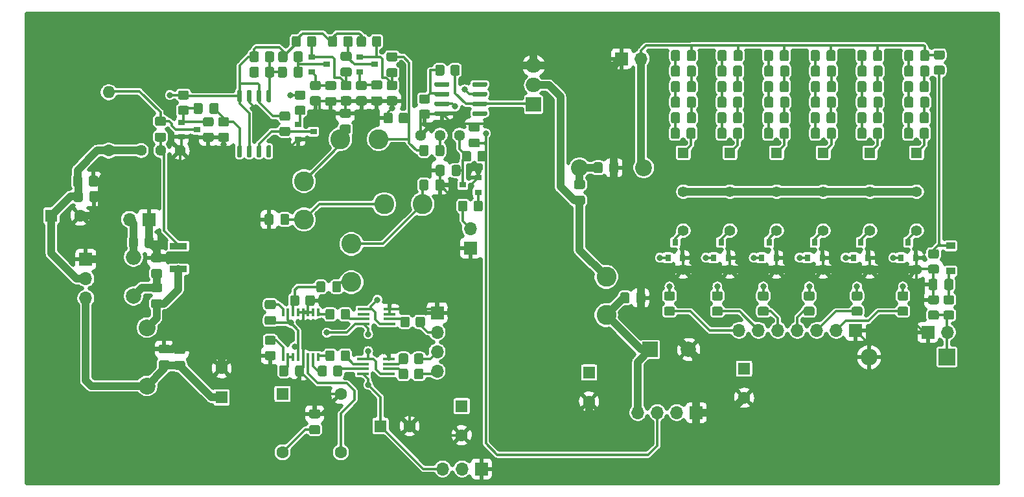
<source format=gbr>
%TF.GenerationSoftware,KiCad,Pcbnew,5.1.9-1.fc33*%
%TF.CreationDate,2021-03-05T16:36:26+03:00*%
%TF.ProjectId,Full schematic,46756c6c-2073-4636-9865-6d617469632e,rev?*%
%TF.SameCoordinates,Original*%
%TF.FileFunction,Copper,L1,Top*%
%TF.FilePolarity,Positive*%
%FSLAX46Y46*%
G04 Gerber Fmt 4.6, Leading zero omitted, Abs format (unit mm)*
G04 Created by KiCad (PCBNEW 5.1.9-1.fc33) date 2021-03-05 16:36:26*
%MOMM*%
%LPD*%
G01*
G04 APERTURE LIST*
%TA.AperFunction,ComponentPad*%
%ADD10C,1.600000*%
%TD*%
%TA.AperFunction,ComponentPad*%
%ADD11R,1.600000X1.600000*%
%TD*%
%TA.AperFunction,SMDPad,CuDef*%
%ADD12R,0.900000X0.800000*%
%TD*%
%TA.AperFunction,SMDPad,CuDef*%
%ADD13C,0.100000*%
%TD*%
%TA.AperFunction,SMDPad,CuDef*%
%ADD14R,2.300000X0.900000*%
%TD*%
%TA.AperFunction,SMDPad,CuDef*%
%ADD15R,0.400000X1.000000*%
%TD*%
%TA.AperFunction,SMDPad,CuDef*%
%ADD16R,1.600000X0.300000*%
%TD*%
%TA.AperFunction,ComponentPad*%
%ADD17C,1.440000*%
%TD*%
%TA.AperFunction,SMDPad,CuDef*%
%ADD18R,0.800000X0.900000*%
%TD*%
%TA.AperFunction,ComponentPad*%
%ADD19O,2.000000X1.905000*%
%TD*%
%TA.AperFunction,ComponentPad*%
%ADD20R,2.000000X1.905000*%
%TD*%
%TA.AperFunction,ComponentPad*%
%ADD21O,2.000000X2.000000*%
%TD*%
%TA.AperFunction,ComponentPad*%
%ADD22C,2.000000*%
%TD*%
%TA.AperFunction,ComponentPad*%
%ADD23O,2.200000X2.200000*%
%TD*%
%TA.AperFunction,ComponentPad*%
%ADD24C,2.200000*%
%TD*%
%TA.AperFunction,ComponentPad*%
%ADD25O,1.600000X1.600000*%
%TD*%
%TA.AperFunction,ComponentPad*%
%ADD26C,2.600000*%
%TD*%
%TA.AperFunction,ComponentPad*%
%ADD27R,1.400000X1.400000*%
%TD*%
%TA.AperFunction,ComponentPad*%
%ADD28C,1.400000*%
%TD*%
%TA.AperFunction,ComponentPad*%
%ADD29O,1.700000X1.700000*%
%TD*%
%TA.AperFunction,ComponentPad*%
%ADD30R,1.700000X1.700000*%
%TD*%
%TA.AperFunction,ComponentPad*%
%ADD31R,2.200000X2.200000*%
%TD*%
%TA.AperFunction,SMDPad,CuDef*%
%ADD32R,1.200000X0.900000*%
%TD*%
%TA.AperFunction,ComponentPad*%
%ADD33R,2.000000X2.000000*%
%TD*%
%TA.AperFunction,ViaPad*%
%ADD34C,0.800000*%
%TD*%
%TA.AperFunction,Conductor*%
%ADD35C,3.000000*%
%TD*%
%TA.AperFunction,Conductor*%
%ADD36C,1.000000*%
%TD*%
%TA.AperFunction,Conductor*%
%ADD37C,0.300000*%
%TD*%
%TA.AperFunction,Conductor*%
%ADD38C,0.100000*%
%TD*%
%TA.AperFunction,Conductor*%
%ADD39C,0.500000*%
%TD*%
G04 APERTURE END LIST*
D10*
%TO.P,C10,2*%
%TO.N,GND*%
X73200000Y-72000000D03*
D11*
%TO.P,C10,1*%
%TO.N,PWR_CMN_3.3*%
X73200000Y-68200000D03*
%TD*%
D12*
%TO.P,Q6,3*%
%TO.N,Net-(C34-Pad2)*%
X38600000Y-32050000D03*
%TO.P,Q6,2*%
%TO.N,GND*%
X36600000Y-33000000D03*
%TO.P,Q6,1*%
%TO.N,Net-(C33-Pad1)*%
X36600000Y-31100000D03*
%TD*%
%TA.AperFunction,SMDPad,CuDef*%
D13*
%TO.P,Q7,2*%
%TO.N,GND*%
G36*
X41650000Y-49666500D02*
G01*
X37525000Y-49666500D01*
X37525000Y-49250000D01*
X35050000Y-49250000D01*
X35050000Y-48350000D01*
X37525000Y-48350000D01*
X37525000Y-47933500D01*
X41650000Y-47933500D01*
X41650000Y-49666500D01*
G37*
%TD.AperFunction*%
D14*
%TO.P,Q7,3*%
%TO.N,Net-(C42-Pad2)*%
X36200000Y-50300000D03*
%TO.P,Q7,1*%
%TO.N,Net-(C34-Pad1)*%
X36200000Y-47300000D03*
%TD*%
D10*
%TO.P,X1,4*%
%TO.N,GND*%
X57420000Y-66600000D03*
%TO.P,X1,5*%
%TO.N,Net-(U3-Pad6)*%
X57420000Y-74220000D03*
%TO.P,X1,8*%
%TO.N,PWR_CMN_5*%
X49800000Y-74220000D03*
D11*
%TO.P,X1,1*%
%TO.N,Net-(X1-Pad1)*%
X49800000Y-66600000D03*
%TD*%
%TO.P,U4,8*%
%TO.N,Net-(U4-Pad8)*%
%TA.AperFunction,SMDPad,CuDef*%
G36*
G01*
X47855000Y-34100000D02*
X48155000Y-34100000D01*
G75*
G02*
X48305000Y-34250000I0J-150000D01*
G01*
X48305000Y-35550000D01*
G75*
G02*
X48155000Y-35700000I-150000J0D01*
G01*
X47855000Y-35700000D01*
G75*
G02*
X47705000Y-35550000I0J150000D01*
G01*
X47705000Y-34250000D01*
G75*
G02*
X47855000Y-34100000I150000J0D01*
G01*
G37*
%TD.AperFunction*%
%TO.P,U4,7*%
%TO.N,Net-(Q5-Pad3)*%
%TA.AperFunction,SMDPad,CuDef*%
G36*
G01*
X46585000Y-34100000D02*
X46885000Y-34100000D01*
G75*
G02*
X47035000Y-34250000I0J-150000D01*
G01*
X47035000Y-35550000D01*
G75*
G02*
X46885000Y-35700000I-150000J0D01*
G01*
X46585000Y-35700000D01*
G75*
G02*
X46435000Y-35550000I0J150000D01*
G01*
X46435000Y-34250000D01*
G75*
G02*
X46585000Y-34100000I150000J0D01*
G01*
G37*
%TD.AperFunction*%
%TO.P,U4,6*%
%TO.N,PWR_144_5*%
%TA.AperFunction,SMDPad,CuDef*%
G36*
G01*
X45315000Y-34100000D02*
X45615000Y-34100000D01*
G75*
G02*
X45765000Y-34250000I0J-150000D01*
G01*
X45765000Y-35550000D01*
G75*
G02*
X45615000Y-35700000I-150000J0D01*
G01*
X45315000Y-35700000D01*
G75*
G02*
X45165000Y-35550000I0J150000D01*
G01*
X45165000Y-34250000D01*
G75*
G02*
X45315000Y-34100000I150000J0D01*
G01*
G37*
%TD.AperFunction*%
%TO.P,U4,5*%
%TO.N,Net-(C33-Pad2)*%
%TA.AperFunction,SMDPad,CuDef*%
G36*
G01*
X44045000Y-34100000D02*
X44345000Y-34100000D01*
G75*
G02*
X44495000Y-34250000I0J-150000D01*
G01*
X44495000Y-35550000D01*
G75*
G02*
X44345000Y-35700000I-150000J0D01*
G01*
X44045000Y-35700000D01*
G75*
G02*
X43895000Y-35550000I0J150000D01*
G01*
X43895000Y-34250000D01*
G75*
G02*
X44045000Y-34100000I150000J0D01*
G01*
G37*
%TD.AperFunction*%
%TO.P,U4,4*%
%TO.N,PWR_144_5*%
%TA.AperFunction,SMDPad,CuDef*%
G36*
G01*
X44045000Y-26900000D02*
X44345000Y-26900000D01*
G75*
G02*
X44495000Y-27050000I0J-150000D01*
G01*
X44495000Y-28350000D01*
G75*
G02*
X44345000Y-28500000I-150000J0D01*
G01*
X44045000Y-28500000D01*
G75*
G02*
X43895000Y-28350000I0J150000D01*
G01*
X43895000Y-27050000D01*
G75*
G02*
X44045000Y-26900000I150000J0D01*
G01*
G37*
%TD.AperFunction*%
%TO.P,U4,3*%
%TO.N,GND*%
%TA.AperFunction,SMDPad,CuDef*%
G36*
G01*
X45315000Y-26900000D02*
X45615000Y-26900000D01*
G75*
G02*
X45765000Y-27050000I0J-150000D01*
G01*
X45765000Y-28350000D01*
G75*
G02*
X45615000Y-28500000I-150000J0D01*
G01*
X45315000Y-28500000D01*
G75*
G02*
X45165000Y-28350000I0J150000D01*
G01*
X45165000Y-27050000D01*
G75*
G02*
X45315000Y-26900000I150000J0D01*
G01*
G37*
%TD.AperFunction*%
%TO.P,U4,2*%
%TO.N,PWR_144_5*%
%TA.AperFunction,SMDPad,CuDef*%
G36*
G01*
X46585000Y-26900000D02*
X46885000Y-26900000D01*
G75*
G02*
X47035000Y-27050000I0J-150000D01*
G01*
X47035000Y-28350000D01*
G75*
G02*
X46885000Y-28500000I-150000J0D01*
G01*
X46585000Y-28500000D01*
G75*
G02*
X46435000Y-28350000I0J150000D01*
G01*
X46435000Y-27050000D01*
G75*
G02*
X46585000Y-26900000I150000J0D01*
G01*
G37*
%TD.AperFunction*%
%TO.P,U4,1*%
%TO.N,Net-(C23-Pad1)*%
%TA.AperFunction,SMDPad,CuDef*%
G36*
G01*
X47855000Y-26900000D02*
X48155000Y-26900000D01*
G75*
G02*
X48305000Y-27050000I0J-150000D01*
G01*
X48305000Y-28350000D01*
G75*
G02*
X48155000Y-28500000I-150000J0D01*
G01*
X47855000Y-28500000D01*
G75*
G02*
X47705000Y-28350000I0J150000D01*
G01*
X47705000Y-27050000D01*
G75*
G02*
X47855000Y-26900000I150000J0D01*
G01*
G37*
%TD.AperFunction*%
%TD*%
D15*
%TO.P,U3,16*%
%TO.N,Net-(C8-Pad2)*%
X49875000Y-55950000D03*
%TO.P,U3,15*%
%TO.N,PWR_CMN_5*%
X50525000Y-55950000D03*
%TO.P,U3,14*%
%TO.N,Net-(C11-Pad2)*%
X51175000Y-55950000D03*
%TO.P,U3,13*%
%TO.N,GND*%
X51825000Y-55950000D03*
%TO.P,U3,12*%
X52475000Y-55950000D03*
%TO.P,U3,11*%
X53125000Y-55950000D03*
%TO.P,U3,10*%
X53775000Y-55950000D03*
%TO.P,U3,9*%
%TO.N,Net-(R5-Pad1)*%
X54425000Y-55950000D03*
%TO.P,U3,8*%
%TO.N,Net-(R4-Pad1)*%
X54425000Y-61750000D03*
%TO.P,U3,7*%
%TO.N,Net-(R6-Pad1)*%
X53775000Y-61750000D03*
%TO.P,U3,6*%
%TO.N,Net-(U3-Pad6)*%
X53125000Y-61750000D03*
%TO.P,U3,5*%
%TO.N,GND*%
X52475000Y-61750000D03*
%TO.P,U3,4*%
%TO.N,PWR_CMN_5*%
X51825000Y-61750000D03*
%TO.P,U3,3*%
%TO.N,Net-(C9-Pad1)*%
X51175000Y-61750000D03*
%TO.P,U3,2*%
X50525000Y-61750000D03*
%TO.P,U3,1*%
%TO.N,Net-(R8-Pad2)*%
X49875000Y-61750000D03*
%TD*%
D16*
%TO.P,U2,8*%
%TO.N,PWR_CMN_5*%
X60400000Y-57475000D03*
%TO.P,U2,7*%
%TO.N,Net-(R5-Pad2)*%
X60400000Y-56825000D03*
%TO.P,U2,6*%
%TO.N,Net-(U2-Pad6)*%
X60400000Y-56175000D03*
%TO.P,U2,5*%
%TO.N,PWR_CMN_3.3*%
X60400000Y-55525000D03*
%TO.P,U2,4*%
%TO.N,GND*%
X63800000Y-55525000D03*
%TO.P,U2,3*%
X63800000Y-56175000D03*
%TO.P,U2,2*%
%TO.N,Net-(R3-Pad1)*%
X63800000Y-56825000D03*
%TO.P,U2,1*%
%TO.N,PWR_CMN_3.3*%
X63800000Y-57475000D03*
%TD*%
%TO.P,U1,8*%
%TO.N,PWR_CMN_5*%
X60300000Y-63975000D03*
%TO.P,U1,7*%
%TO.N,Net-(R6-Pad2)*%
X60300000Y-63325000D03*
%TO.P,U1,6*%
%TO.N,Net-(R4-Pad2)*%
X60300000Y-62675000D03*
%TO.P,U1,5*%
%TO.N,PWR_CMN_3.3*%
X60300000Y-62025000D03*
%TO.P,U1,4*%
%TO.N,GND*%
X63700000Y-62025000D03*
%TO.P,U1,3*%
%TO.N,Net-(R2-Pad1)*%
X63700000Y-62675000D03*
%TO.P,U1,2*%
%TO.N,Net-(R1-Pad1)*%
X63700000Y-63325000D03*
%TO.P,U1,1*%
%TO.N,PWR_CMN_3.3*%
X63700000Y-63975000D03*
%TD*%
D17*
%TO.P,RV2,1*%
%TO.N,PWR_144_5*%
X31350000Y-34800000D03*
%TO.P,RV2,2*%
%TO.N,Net-(C34-Pad1)*%
X33890000Y-34800000D03*
%TO.P,RV2,3*%
%TO.N,GND*%
X36430000Y-34800000D03*
%TD*%
%TO.P,RV1,1*%
%TO.N,GND*%
X67850000Y-32800000D03*
%TO.P,RV1,2*%
%TO.N,Net-(C17-Pad1)*%
X70390000Y-32800000D03*
%TO.P,RV1,3*%
%TO.N,Net-(C22-Pad1)*%
X72930000Y-32800000D03*
%TD*%
%TO.P,R38,2*%
%TO.N,Net-(J9-Pad2)*%
%TA.AperFunction,SMDPad,CuDef*%
G36*
G01*
X130399999Y-55200000D02*
X131300001Y-55200000D01*
G75*
G02*
X131550000Y-55449999I0J-249999D01*
G01*
X131550000Y-56150001D01*
G75*
G02*
X131300001Y-56400000I-249999J0D01*
G01*
X130399999Y-56400000D01*
G75*
G02*
X130150000Y-56150001I0J249999D01*
G01*
X130150000Y-55449999D01*
G75*
G02*
X130399999Y-55200000I249999J0D01*
G01*
G37*
%TD.AperFunction*%
%TO.P,R38,1*%
%TO.N,Net-(Q13-Pad1)*%
%TA.AperFunction,SMDPad,CuDef*%
G36*
G01*
X130399999Y-53200000D02*
X131300001Y-53200000D01*
G75*
G02*
X131550000Y-53449999I0J-249999D01*
G01*
X131550000Y-54150001D01*
G75*
G02*
X131300001Y-54400000I-249999J0D01*
G01*
X130399999Y-54400000D01*
G75*
G02*
X130150000Y-54150001I0J249999D01*
G01*
X130150000Y-53449999D01*
G75*
G02*
X130399999Y-53200000I249999J0D01*
G01*
G37*
%TD.AperFunction*%
%TD*%
%TO.P,R37,2*%
%TO.N,Net-(J9-Pad3)*%
%TA.AperFunction,SMDPad,CuDef*%
G36*
G01*
X124399999Y-55200000D02*
X125300001Y-55200000D01*
G75*
G02*
X125550000Y-55449999I0J-249999D01*
G01*
X125550000Y-56150001D01*
G75*
G02*
X125300001Y-56400000I-249999J0D01*
G01*
X124399999Y-56400000D01*
G75*
G02*
X124150000Y-56150001I0J249999D01*
G01*
X124150000Y-55449999D01*
G75*
G02*
X124399999Y-55200000I249999J0D01*
G01*
G37*
%TD.AperFunction*%
%TO.P,R37,1*%
%TO.N,Net-(Q12-Pad1)*%
%TA.AperFunction,SMDPad,CuDef*%
G36*
G01*
X124399999Y-53200000D02*
X125300001Y-53200000D01*
G75*
G02*
X125550000Y-53449999I0J-249999D01*
G01*
X125550000Y-54150001D01*
G75*
G02*
X125300001Y-54400000I-249999J0D01*
G01*
X124399999Y-54400000D01*
G75*
G02*
X124150000Y-54150001I0J249999D01*
G01*
X124150000Y-53449999D01*
G75*
G02*
X124399999Y-53200000I249999J0D01*
G01*
G37*
%TD.AperFunction*%
%TD*%
%TO.P,R36,2*%
%TO.N,Net-(J9-Pad4)*%
%TA.AperFunction,SMDPad,CuDef*%
G36*
G01*
X118149999Y-55200000D02*
X119050001Y-55200000D01*
G75*
G02*
X119300000Y-55449999I0J-249999D01*
G01*
X119300000Y-56150001D01*
G75*
G02*
X119050001Y-56400000I-249999J0D01*
G01*
X118149999Y-56400000D01*
G75*
G02*
X117900000Y-56150001I0J249999D01*
G01*
X117900000Y-55449999D01*
G75*
G02*
X118149999Y-55200000I249999J0D01*
G01*
G37*
%TD.AperFunction*%
%TO.P,R36,1*%
%TO.N,Net-(Q11-Pad1)*%
%TA.AperFunction,SMDPad,CuDef*%
G36*
G01*
X118149999Y-53200000D02*
X119050001Y-53200000D01*
G75*
G02*
X119300000Y-53449999I0J-249999D01*
G01*
X119300000Y-54150001D01*
G75*
G02*
X119050001Y-54400000I-249999J0D01*
G01*
X118149999Y-54400000D01*
G75*
G02*
X117900000Y-54150001I0J249999D01*
G01*
X117900000Y-53449999D01*
G75*
G02*
X118149999Y-53200000I249999J0D01*
G01*
G37*
%TD.AperFunction*%
%TD*%
%TO.P,R35,2*%
%TO.N,Net-(J9-Pad5)*%
%TA.AperFunction,SMDPad,CuDef*%
G36*
G01*
X112149999Y-55200000D02*
X113050001Y-55200000D01*
G75*
G02*
X113300000Y-55449999I0J-249999D01*
G01*
X113300000Y-56150001D01*
G75*
G02*
X113050001Y-56400000I-249999J0D01*
G01*
X112149999Y-56400000D01*
G75*
G02*
X111900000Y-56150001I0J249999D01*
G01*
X111900000Y-55449999D01*
G75*
G02*
X112149999Y-55200000I249999J0D01*
G01*
G37*
%TD.AperFunction*%
%TO.P,R35,1*%
%TO.N,Net-(Q10-Pad1)*%
%TA.AperFunction,SMDPad,CuDef*%
G36*
G01*
X112149999Y-53200000D02*
X113050001Y-53200000D01*
G75*
G02*
X113300000Y-53449999I0J-249999D01*
G01*
X113300000Y-54150001D01*
G75*
G02*
X113050001Y-54400000I-249999J0D01*
G01*
X112149999Y-54400000D01*
G75*
G02*
X111900000Y-54150001I0J249999D01*
G01*
X111900000Y-53449999D01*
G75*
G02*
X112149999Y-53200000I249999J0D01*
G01*
G37*
%TD.AperFunction*%
%TD*%
%TO.P,R34,2*%
%TO.N,Net-(J9-Pad6)*%
%TA.AperFunction,SMDPad,CuDef*%
G36*
G01*
X106149999Y-55200000D02*
X107050001Y-55200000D01*
G75*
G02*
X107300000Y-55449999I0J-249999D01*
G01*
X107300000Y-56150001D01*
G75*
G02*
X107050001Y-56400000I-249999J0D01*
G01*
X106149999Y-56400000D01*
G75*
G02*
X105900000Y-56150001I0J249999D01*
G01*
X105900000Y-55449999D01*
G75*
G02*
X106149999Y-55200000I249999J0D01*
G01*
G37*
%TD.AperFunction*%
%TO.P,R34,1*%
%TO.N,Net-(Q9-Pad1)*%
%TA.AperFunction,SMDPad,CuDef*%
G36*
G01*
X106149999Y-53200000D02*
X107050001Y-53200000D01*
G75*
G02*
X107300000Y-53449999I0J-249999D01*
G01*
X107300000Y-54150001D01*
G75*
G02*
X107050001Y-54400000I-249999J0D01*
G01*
X106149999Y-54400000D01*
G75*
G02*
X105900000Y-54150001I0J249999D01*
G01*
X105900000Y-53449999D01*
G75*
G02*
X106149999Y-53200000I249999J0D01*
G01*
G37*
%TD.AperFunction*%
%TD*%
%TO.P,R33,2*%
%TO.N,Net-(J9-Pad7)*%
%TA.AperFunction,SMDPad,CuDef*%
G36*
G01*
X99899999Y-55200000D02*
X100800001Y-55200000D01*
G75*
G02*
X101050000Y-55449999I0J-249999D01*
G01*
X101050000Y-56150001D01*
G75*
G02*
X100800001Y-56400000I-249999J0D01*
G01*
X99899999Y-56400000D01*
G75*
G02*
X99650000Y-56150001I0J249999D01*
G01*
X99650000Y-55449999D01*
G75*
G02*
X99899999Y-55200000I249999J0D01*
G01*
G37*
%TD.AperFunction*%
%TO.P,R33,1*%
%TO.N,Net-(Q8-Pad1)*%
%TA.AperFunction,SMDPad,CuDef*%
G36*
G01*
X99899999Y-53200000D02*
X100800001Y-53200000D01*
G75*
G02*
X101050000Y-53449999I0J-249999D01*
G01*
X101050000Y-54150001D01*
G75*
G02*
X100800001Y-54400000I-249999J0D01*
G01*
X99899999Y-54400000D01*
G75*
G02*
X99650000Y-54150001I0J249999D01*
G01*
X99650000Y-53449999D01*
G75*
G02*
X99899999Y-53200000I249999J0D01*
G01*
G37*
%TD.AperFunction*%
%TD*%
%TO.P,R32,2*%
%TO.N,GND*%
%TA.AperFunction,SMDPad,CuDef*%
G36*
G01*
X39649999Y-32450000D02*
X40550001Y-32450000D01*
G75*
G02*
X40800000Y-32699999I0J-249999D01*
G01*
X40800000Y-33400001D01*
G75*
G02*
X40550001Y-33650000I-249999J0D01*
G01*
X39649999Y-33650000D01*
G75*
G02*
X39400000Y-33400001I0J249999D01*
G01*
X39400000Y-32699999D01*
G75*
G02*
X39649999Y-32450000I249999J0D01*
G01*
G37*
%TD.AperFunction*%
%TO.P,R32,1*%
%TO.N,Net-(C33-Pad1)*%
%TA.AperFunction,SMDPad,CuDef*%
G36*
G01*
X39649999Y-30450000D02*
X40550001Y-30450000D01*
G75*
G02*
X40800000Y-30699999I0J-249999D01*
G01*
X40800000Y-31400001D01*
G75*
G02*
X40550001Y-31650000I-249999J0D01*
G01*
X39649999Y-31650000D01*
G75*
G02*
X39400000Y-31400001I0J249999D01*
G01*
X39400000Y-30699999D01*
G75*
G02*
X39649999Y-30450000I249999J0D01*
G01*
G37*
%TD.AperFunction*%
%TD*%
%TO.P,R31,2*%
%TO.N,Net-(C33-Pad1)*%
%TA.AperFunction,SMDPad,CuDef*%
G36*
G01*
X36399999Y-28950000D02*
X37300001Y-28950000D01*
G75*
G02*
X37550000Y-29199999I0J-249999D01*
G01*
X37550000Y-29900001D01*
G75*
G02*
X37300001Y-30150000I-249999J0D01*
G01*
X36399999Y-30150000D01*
G75*
G02*
X36150000Y-29900001I0J249999D01*
G01*
X36150000Y-29199999D01*
G75*
G02*
X36399999Y-28950000I249999J0D01*
G01*
G37*
%TD.AperFunction*%
%TO.P,R31,1*%
%TO.N,PWR_144_5*%
%TA.AperFunction,SMDPad,CuDef*%
G36*
G01*
X36399999Y-26950000D02*
X37300001Y-26950000D01*
G75*
G02*
X37550000Y-27199999I0J-249999D01*
G01*
X37550000Y-27900001D01*
G75*
G02*
X37300001Y-28150000I-249999J0D01*
G01*
X36399999Y-28150000D01*
G75*
G02*
X36150000Y-27900001I0J249999D01*
G01*
X36150000Y-27199999D01*
G75*
G02*
X36399999Y-26950000I249999J0D01*
G01*
G37*
%TD.AperFunction*%
%TD*%
%TO.P,R30,2*%
%TO.N,GND*%
%TA.AperFunction,SMDPad,CuDef*%
G36*
G01*
X135300001Y-54900000D02*
X134399999Y-54900000D01*
G75*
G02*
X134150000Y-54650001I0J249999D01*
G01*
X134150000Y-53949999D01*
G75*
G02*
X134399999Y-53700000I249999J0D01*
G01*
X135300001Y-53700000D01*
G75*
G02*
X135550000Y-53949999I0J-249999D01*
G01*
X135550000Y-54650001D01*
G75*
G02*
X135300001Y-54900000I-249999J0D01*
G01*
G37*
%TD.AperFunction*%
%TO.P,R30,1*%
%TO.N,Net-(D2-Pad1)*%
%TA.AperFunction,SMDPad,CuDef*%
G36*
G01*
X135300001Y-56900000D02*
X134399999Y-56900000D01*
G75*
G02*
X134150000Y-56650001I0J249999D01*
G01*
X134150000Y-55949999D01*
G75*
G02*
X134399999Y-55700000I249999J0D01*
G01*
X135300001Y-55700000D01*
G75*
G02*
X135550000Y-55949999I0J-249999D01*
G01*
X135550000Y-56650001D01*
G75*
G02*
X135300001Y-56900000I-249999J0D01*
G01*
G37*
%TD.AperFunction*%
%TD*%
%TO.P,R29,2*%
%TO.N,GND*%
%TA.AperFunction,SMDPad,CuDef*%
G36*
G01*
X41649999Y-32450000D02*
X42550001Y-32450000D01*
G75*
G02*
X42800000Y-32699999I0J-249999D01*
G01*
X42800000Y-33400001D01*
G75*
G02*
X42550001Y-33650000I-249999J0D01*
G01*
X41649999Y-33650000D01*
G75*
G02*
X41400000Y-33400001I0J249999D01*
G01*
X41400000Y-32699999D01*
G75*
G02*
X41649999Y-32450000I249999J0D01*
G01*
G37*
%TD.AperFunction*%
%TO.P,R29,1*%
%TO.N,Net-(C33-Pad2)*%
%TA.AperFunction,SMDPad,CuDef*%
G36*
G01*
X41649999Y-30450000D02*
X42550001Y-30450000D01*
G75*
G02*
X42800000Y-30699999I0J-249999D01*
G01*
X42800000Y-31400001D01*
G75*
G02*
X42550001Y-31650000I-249999J0D01*
G01*
X41649999Y-31650000D01*
G75*
G02*
X41400000Y-31400001I0J249999D01*
G01*
X41400000Y-30699999D01*
G75*
G02*
X41649999Y-30450000I249999J0D01*
G01*
G37*
%TD.AperFunction*%
%TD*%
%TO.P,R28,2*%
%TO.N,Net-(C30-Pad1)*%
%TA.AperFunction,SMDPad,CuDef*%
G36*
G01*
X137300001Y-54900000D02*
X136399999Y-54900000D01*
G75*
G02*
X136150000Y-54650001I0J249999D01*
G01*
X136150000Y-53949999D01*
G75*
G02*
X136399999Y-53700000I249999J0D01*
G01*
X137300001Y-53700000D01*
G75*
G02*
X137550000Y-53949999I0J-249999D01*
G01*
X137550000Y-54650001D01*
G75*
G02*
X137300001Y-54900000I-249999J0D01*
G01*
G37*
%TD.AperFunction*%
%TO.P,R28,1*%
%TO.N,Net-(D2-Pad1)*%
%TA.AperFunction,SMDPad,CuDef*%
G36*
G01*
X137300001Y-56900000D02*
X136399999Y-56900000D01*
G75*
G02*
X136150000Y-56650001I0J249999D01*
G01*
X136150000Y-55949999D01*
G75*
G02*
X136399999Y-55700000I249999J0D01*
G01*
X137300001Y-55700000D01*
G75*
G02*
X137550000Y-55949999I0J-249999D01*
G01*
X137550000Y-56650001D01*
G75*
G02*
X137300001Y-56900000I-249999J0D01*
G01*
G37*
%TD.AperFunction*%
%TD*%
%TO.P,R27,2*%
%TO.N,GND*%
%TA.AperFunction,SMDPad,CuDef*%
G36*
G01*
X134399999Y-49700000D02*
X135300001Y-49700000D01*
G75*
G02*
X135550000Y-49949999I0J-249999D01*
G01*
X135550000Y-50650001D01*
G75*
G02*
X135300001Y-50900000I-249999J0D01*
G01*
X134399999Y-50900000D01*
G75*
G02*
X134150000Y-50650001I0J249999D01*
G01*
X134150000Y-49949999D01*
G75*
G02*
X134399999Y-49700000I249999J0D01*
G01*
G37*
%TD.AperFunction*%
%TO.P,R27,1*%
%TO.N,Net-(D1-Pad2)*%
%TA.AperFunction,SMDPad,CuDef*%
G36*
G01*
X134399999Y-47700000D02*
X135300001Y-47700000D01*
G75*
G02*
X135550000Y-47949999I0J-249999D01*
G01*
X135550000Y-48650001D01*
G75*
G02*
X135300001Y-48900000I-249999J0D01*
G01*
X134399999Y-48900000D01*
G75*
G02*
X134150000Y-48650001I0J249999D01*
G01*
X134150000Y-47949999D01*
G75*
G02*
X134399999Y-47700000I249999J0D01*
G01*
G37*
%TD.AperFunction*%
%TD*%
%TO.P,R26,2*%
%TO.N,Net-(D1-Pad2)*%
%TA.AperFunction,SMDPad,CuDef*%
G36*
G01*
X135149999Y-23700000D02*
X136050001Y-23700000D01*
G75*
G02*
X136300000Y-23949999I0J-249999D01*
G01*
X136300000Y-24650001D01*
G75*
G02*
X136050001Y-24900000I-249999J0D01*
G01*
X135149999Y-24900000D01*
G75*
G02*
X134900000Y-24650001I0J249999D01*
G01*
X134900000Y-23949999D01*
G75*
G02*
X135149999Y-23700000I249999J0D01*
G01*
G37*
%TD.AperFunction*%
%TO.P,R26,1*%
%TO.N,ANT_3.5*%
%TA.AperFunction,SMDPad,CuDef*%
G36*
G01*
X135149999Y-21700000D02*
X136050001Y-21700000D01*
G75*
G02*
X136300000Y-21949999I0J-249999D01*
G01*
X136300000Y-22650001D01*
G75*
G02*
X136050001Y-22900000I-249999J0D01*
G01*
X135149999Y-22900000D01*
G75*
G02*
X134900000Y-22650001I0J249999D01*
G01*
X134900000Y-21949999D01*
G75*
G02*
X135149999Y-21700000I249999J0D01*
G01*
G37*
%TD.AperFunction*%
%TD*%
%TO.P,R25,2*%
%TO.N,Net-(Q5-Pad3)*%
%TA.AperFunction,SMDPad,CuDef*%
G36*
G01*
X49649999Y-31700000D02*
X50550001Y-31700000D01*
G75*
G02*
X50800000Y-31949999I0J-249999D01*
G01*
X50800000Y-32650001D01*
G75*
G02*
X50550001Y-32900000I-249999J0D01*
G01*
X49649999Y-32900000D01*
G75*
G02*
X49400000Y-32650001I0J249999D01*
G01*
X49400000Y-31949999D01*
G75*
G02*
X49649999Y-31700000I249999J0D01*
G01*
G37*
%TD.AperFunction*%
%TO.P,R25,1*%
%TO.N,PWR_144_5*%
%TA.AperFunction,SMDPad,CuDef*%
G36*
G01*
X49649999Y-29700000D02*
X50550001Y-29700000D01*
G75*
G02*
X50800000Y-29949999I0J-249999D01*
G01*
X50800000Y-30650001D01*
G75*
G02*
X50550001Y-30900000I-249999J0D01*
G01*
X49649999Y-30900000D01*
G75*
G02*
X49400000Y-30650001I0J249999D01*
G01*
X49400000Y-29949999D01*
G75*
G02*
X49649999Y-29700000I249999J0D01*
G01*
G37*
%TD.AperFunction*%
%TD*%
%TO.P,R24,2*%
%TO.N,Manipulation*%
%TA.AperFunction,SMDPad,CuDef*%
G36*
G01*
X52550001Y-28150000D02*
X51649999Y-28150000D01*
G75*
G02*
X51400000Y-27900001I0J249999D01*
G01*
X51400000Y-27199999D01*
G75*
G02*
X51649999Y-26950000I249999J0D01*
G01*
X52550001Y-26950000D01*
G75*
G02*
X52800000Y-27199999I0J-249999D01*
G01*
X52800000Y-27900001D01*
G75*
G02*
X52550001Y-28150000I-249999J0D01*
G01*
G37*
%TD.AperFunction*%
%TO.P,R24,1*%
%TO.N,Net-(Q5-Pad1)*%
%TA.AperFunction,SMDPad,CuDef*%
G36*
G01*
X52550001Y-30150000D02*
X51649999Y-30150000D01*
G75*
G02*
X51400000Y-29900001I0J249999D01*
G01*
X51400000Y-29199999D01*
G75*
G02*
X51649999Y-28950000I249999J0D01*
G01*
X52550001Y-28950000D01*
G75*
G02*
X52800000Y-29199999I0J-249999D01*
G01*
X52800000Y-29900001D01*
G75*
G02*
X52550001Y-30150000I-249999J0D01*
G01*
G37*
%TD.AperFunction*%
%TD*%
%TO.P,R23,2*%
%TO.N,GND*%
%TA.AperFunction,SMDPad,CuDef*%
G36*
G01*
X46700000Y-24099999D02*
X46700000Y-25000001D01*
G75*
G02*
X46450001Y-25250000I-249999J0D01*
G01*
X45749999Y-25250000D01*
G75*
G02*
X45500000Y-25000001I0J249999D01*
G01*
X45500000Y-24099999D01*
G75*
G02*
X45749999Y-23850000I249999J0D01*
G01*
X46450001Y-23850000D01*
G75*
G02*
X46700000Y-24099999I0J-249999D01*
G01*
G37*
%TD.AperFunction*%
%TO.P,R23,1*%
%TO.N,Net-(C23-Pad1)*%
%TA.AperFunction,SMDPad,CuDef*%
G36*
G01*
X48700000Y-24099999D02*
X48700000Y-25000001D01*
G75*
G02*
X48450001Y-25250000I-249999J0D01*
G01*
X47749999Y-25250000D01*
G75*
G02*
X47500000Y-25000001I0J249999D01*
G01*
X47500000Y-24099999D01*
G75*
G02*
X47749999Y-23850000I249999J0D01*
G01*
X48450001Y-23850000D01*
G75*
G02*
X48700000Y-24099999I0J-249999D01*
G01*
G37*
%TD.AperFunction*%
%TD*%
%TO.P,R22,2*%
%TO.N,Net-(C23-Pad1)*%
%TA.AperFunction,SMDPad,CuDef*%
G36*
G01*
X47500000Y-23000001D02*
X47500000Y-22099999D01*
G75*
G02*
X47749999Y-21850000I249999J0D01*
G01*
X48450001Y-21850000D01*
G75*
G02*
X48700000Y-22099999I0J-249999D01*
G01*
X48700000Y-23000001D01*
G75*
G02*
X48450001Y-23250000I-249999J0D01*
G01*
X47749999Y-23250000D01*
G75*
G02*
X47500000Y-23000001I0J249999D01*
G01*
G37*
%TD.AperFunction*%
%TO.P,R22,1*%
%TO.N,PWR_144_5*%
%TA.AperFunction,SMDPad,CuDef*%
G36*
G01*
X45500000Y-23000001D02*
X45500000Y-22099999D01*
G75*
G02*
X45749999Y-21850000I249999J0D01*
G01*
X46450001Y-21850000D01*
G75*
G02*
X46700000Y-22099999I0J-249999D01*
G01*
X46700000Y-23000001D01*
G75*
G02*
X46450001Y-23250000I-249999J0D01*
G01*
X45749999Y-23250000D01*
G75*
G02*
X45500000Y-23000001I0J249999D01*
G01*
G37*
%TD.AperFunction*%
%TD*%
%TO.P,R21,2*%
%TO.N,GND*%
%TA.AperFunction,SMDPad,CuDef*%
G36*
G01*
X67899999Y-29450000D02*
X68800001Y-29450000D01*
G75*
G02*
X69050000Y-29699999I0J-249999D01*
G01*
X69050000Y-30400001D01*
G75*
G02*
X68800001Y-30650000I-249999J0D01*
G01*
X67899999Y-30650000D01*
G75*
G02*
X67650000Y-30400001I0J249999D01*
G01*
X67650000Y-29699999D01*
G75*
G02*
X67899999Y-29450000I249999J0D01*
G01*
G37*
%TD.AperFunction*%
%TO.P,R21,1*%
%TO.N,Net-(DA1-Pad2)*%
%TA.AperFunction,SMDPad,CuDef*%
G36*
G01*
X67899999Y-27450000D02*
X68800001Y-27450000D01*
G75*
G02*
X69050000Y-27699999I0J-249999D01*
G01*
X69050000Y-28400001D01*
G75*
G02*
X68800001Y-28650000I-249999J0D01*
G01*
X67899999Y-28650000D01*
G75*
G02*
X67650000Y-28400001I0J249999D01*
G01*
X67650000Y-27699999D01*
G75*
G02*
X67899999Y-27450000I249999J0D01*
G01*
G37*
%TD.AperFunction*%
%TD*%
%TO.P,R20,2*%
%TO.N,Net-(DA1-Pad2)*%
%TA.AperFunction,SMDPad,CuDef*%
G36*
G01*
X70950000Y-23849999D02*
X70950000Y-24750001D01*
G75*
G02*
X70700001Y-25000000I-249999J0D01*
G01*
X69999999Y-25000000D01*
G75*
G02*
X69750000Y-24750001I0J249999D01*
G01*
X69750000Y-23849999D01*
G75*
G02*
X69999999Y-23600000I249999J0D01*
G01*
X70700001Y-23600000D01*
G75*
G02*
X70950000Y-23849999I0J-249999D01*
G01*
G37*
%TD.AperFunction*%
%TO.P,R20,1*%
%TO.N,Net-(DA1-Pad6)*%
%TA.AperFunction,SMDPad,CuDef*%
G36*
G01*
X72950000Y-23849999D02*
X72950000Y-24750001D01*
G75*
G02*
X72700001Y-25000000I-249999J0D01*
G01*
X71999999Y-25000000D01*
G75*
G02*
X71750000Y-24750001I0J249999D01*
G01*
X71750000Y-23849999D01*
G75*
G02*
X71999999Y-23600000I249999J0D01*
G01*
X72700001Y-23600000D01*
G75*
G02*
X72950000Y-23849999I0J-249999D01*
G01*
G37*
%TD.AperFunction*%
%TD*%
%TO.P,R19,2*%
%TO.N,GND*%
%TA.AperFunction,SMDPad,CuDef*%
G36*
G01*
X53649999Y-27700000D02*
X54550001Y-27700000D01*
G75*
G02*
X54800000Y-27949999I0J-249999D01*
G01*
X54800000Y-28650001D01*
G75*
G02*
X54550001Y-28900000I-249999J0D01*
G01*
X53649999Y-28900000D01*
G75*
G02*
X53400000Y-28650001I0J249999D01*
G01*
X53400000Y-27949999D01*
G75*
G02*
X53649999Y-27700000I249999J0D01*
G01*
G37*
%TD.AperFunction*%
%TO.P,R19,1*%
%TO.N,Net-(C24-Pad1)*%
%TA.AperFunction,SMDPad,CuDef*%
G36*
G01*
X53649999Y-25700000D02*
X54550001Y-25700000D01*
G75*
G02*
X54800000Y-25949999I0J-249999D01*
G01*
X54800000Y-26650001D01*
G75*
G02*
X54550001Y-26900000I-249999J0D01*
G01*
X53649999Y-26900000D01*
G75*
G02*
X53400000Y-26650001I0J249999D01*
G01*
X53400000Y-25949999D01*
G75*
G02*
X53649999Y-25700000I249999J0D01*
G01*
G37*
%TD.AperFunction*%
%TD*%
%TO.P,R18,2*%
%TO.N,Net-(C23-Pad2)*%
%TA.AperFunction,SMDPad,CuDef*%
G36*
G01*
X51250000Y-23000001D02*
X51250000Y-22099999D01*
G75*
G02*
X51499999Y-21850000I249999J0D01*
G01*
X52200001Y-21850000D01*
G75*
G02*
X52450000Y-22099999I0J-249999D01*
G01*
X52450000Y-23000001D01*
G75*
G02*
X52200001Y-23250000I-249999J0D01*
G01*
X51499999Y-23250000D01*
G75*
G02*
X51250000Y-23000001I0J249999D01*
G01*
G37*
%TD.AperFunction*%
%TO.P,R18,1*%
%TO.N,PWR_144_5*%
%TA.AperFunction,SMDPad,CuDef*%
G36*
G01*
X49250000Y-23000001D02*
X49250000Y-22099999D01*
G75*
G02*
X49499999Y-21850000I249999J0D01*
G01*
X50200001Y-21850000D01*
G75*
G02*
X50450000Y-22099999I0J-249999D01*
G01*
X50450000Y-23000001D01*
G75*
G02*
X50200001Y-23250000I-249999J0D01*
G01*
X49499999Y-23250000D01*
G75*
G02*
X49250000Y-23000001I0J249999D01*
G01*
G37*
%TD.AperFunction*%
%TD*%
%TO.P,R17,2*%
%TO.N,GND*%
%TA.AperFunction,SMDPad,CuDef*%
G36*
G01*
X57649999Y-27700000D02*
X58550001Y-27700000D01*
G75*
G02*
X58800000Y-27949999I0J-249999D01*
G01*
X58800000Y-28650001D01*
G75*
G02*
X58550001Y-28900000I-249999J0D01*
G01*
X57649999Y-28900000D01*
G75*
G02*
X57400000Y-28650001I0J249999D01*
G01*
X57400000Y-27949999D01*
G75*
G02*
X57649999Y-27700000I249999J0D01*
G01*
G37*
%TD.AperFunction*%
%TO.P,R17,1*%
%TO.N,Net-(C20-Pad1)*%
%TA.AperFunction,SMDPad,CuDef*%
G36*
G01*
X57649999Y-25700000D02*
X58550001Y-25700000D01*
G75*
G02*
X58800000Y-25949999I0J-249999D01*
G01*
X58800000Y-26650001D01*
G75*
G02*
X58550001Y-26900000I-249999J0D01*
G01*
X57649999Y-26900000D01*
G75*
G02*
X57400000Y-26650001I0J249999D01*
G01*
X57400000Y-25949999D01*
G75*
G02*
X57649999Y-25700000I249999J0D01*
G01*
G37*
%TD.AperFunction*%
%TD*%
%TO.P,R16,2*%
%TO.N,Net-(C20-Pad1)*%
%TA.AperFunction,SMDPad,CuDef*%
G36*
G01*
X53000000Y-21000001D02*
X53000000Y-20099999D01*
G75*
G02*
X53249999Y-19850000I249999J0D01*
G01*
X53950001Y-19850000D01*
G75*
G02*
X54200000Y-20099999I0J-249999D01*
G01*
X54200000Y-21000001D01*
G75*
G02*
X53950001Y-21250000I-249999J0D01*
G01*
X53249999Y-21250000D01*
G75*
G02*
X53000000Y-21000001I0J249999D01*
G01*
G37*
%TD.AperFunction*%
%TO.P,R16,1*%
%TO.N,PWR_144_5*%
%TA.AperFunction,SMDPad,CuDef*%
G36*
G01*
X51000000Y-21000001D02*
X51000000Y-20099999D01*
G75*
G02*
X51249999Y-19850000I249999J0D01*
G01*
X51950001Y-19850000D01*
G75*
G02*
X52200000Y-20099999I0J-249999D01*
G01*
X52200000Y-21000001D01*
G75*
G02*
X51950001Y-21250000I-249999J0D01*
G01*
X51249999Y-21250000D01*
G75*
G02*
X51000000Y-21000001I0J249999D01*
G01*
G37*
%TD.AperFunction*%
%TD*%
%TO.P,R15,2*%
%TO.N,Net-(C22-Pad1)*%
%TA.AperFunction,SMDPad,CuDef*%
G36*
G01*
X74450000Y-35099999D02*
X74450000Y-36000001D01*
G75*
G02*
X74200001Y-36250000I-249999J0D01*
G01*
X73499999Y-36250000D01*
G75*
G02*
X73250000Y-36000001I0J249999D01*
G01*
X73250000Y-35099999D01*
G75*
G02*
X73499999Y-34850000I249999J0D01*
G01*
X74200001Y-34850000D01*
G75*
G02*
X74450000Y-35099999I0J-249999D01*
G01*
G37*
%TD.AperFunction*%
%TO.P,R15,1*%
%TO.N,PWR_3.5_12*%
%TA.AperFunction,SMDPad,CuDef*%
G36*
G01*
X76450000Y-35099999D02*
X76450000Y-36000001D01*
G75*
G02*
X76200001Y-36250000I-249999J0D01*
G01*
X75499999Y-36250000D01*
G75*
G02*
X75250000Y-36000001I0J249999D01*
G01*
X75250000Y-35099999D01*
G75*
G02*
X75499999Y-34850000I249999J0D01*
G01*
X76200001Y-34850000D01*
G75*
G02*
X76450000Y-35099999I0J-249999D01*
G01*
G37*
%TD.AperFunction*%
%TD*%
%TO.P,R14,2*%
%TO.N,GND*%
%TA.AperFunction,SMDPad,CuDef*%
G36*
G01*
X59649999Y-27700000D02*
X60550001Y-27700000D01*
G75*
G02*
X60800000Y-27949999I0J-249999D01*
G01*
X60800000Y-28650001D01*
G75*
G02*
X60550001Y-28900000I-249999J0D01*
G01*
X59649999Y-28900000D01*
G75*
G02*
X59400000Y-28650001I0J249999D01*
G01*
X59400000Y-27949999D01*
G75*
G02*
X59649999Y-27700000I249999J0D01*
G01*
G37*
%TD.AperFunction*%
%TO.P,R14,1*%
%TO.N,Net-(C21-Pad1)*%
%TA.AperFunction,SMDPad,CuDef*%
G36*
G01*
X59649999Y-25700000D02*
X60550001Y-25700000D01*
G75*
G02*
X60800000Y-25949999I0J-249999D01*
G01*
X60800000Y-26650001D01*
G75*
G02*
X60550001Y-26900000I-249999J0D01*
G01*
X59649999Y-26900000D01*
G75*
G02*
X59400000Y-26650001I0J249999D01*
G01*
X59400000Y-25949999D01*
G75*
G02*
X59649999Y-25700000I249999J0D01*
G01*
G37*
%TD.AperFunction*%
%TD*%
%TO.P,R13,2*%
%TO.N,Net-(C20-Pad2)*%
%TA.AperFunction,SMDPad,CuDef*%
G36*
G01*
X57750000Y-21000001D02*
X57750000Y-20099999D01*
G75*
G02*
X57999999Y-19850000I249999J0D01*
G01*
X58700001Y-19850000D01*
G75*
G02*
X58950000Y-20099999I0J-249999D01*
G01*
X58950000Y-21000001D01*
G75*
G02*
X58700001Y-21250000I-249999J0D01*
G01*
X57999999Y-21250000D01*
G75*
G02*
X57750000Y-21000001I0J249999D01*
G01*
G37*
%TD.AperFunction*%
%TO.P,R13,1*%
%TO.N,PWR_144_5*%
%TA.AperFunction,SMDPad,CuDef*%
G36*
G01*
X55750000Y-21000001D02*
X55750000Y-20099999D01*
G75*
G02*
X55999999Y-19850000I249999J0D01*
G01*
X56700001Y-19850000D01*
G75*
G02*
X56950000Y-20099999I0J-249999D01*
G01*
X56950000Y-21000001D01*
G75*
G02*
X56700001Y-21250000I-249999J0D01*
G01*
X55999999Y-21250000D01*
G75*
G02*
X55750000Y-21000001I0J249999D01*
G01*
G37*
%TD.AperFunction*%
%TD*%
%TO.P,R12,2*%
%TO.N,Manipulation*%
%TA.AperFunction,SMDPad,CuDef*%
G36*
G01*
X73950000Y-41599999D02*
X73950000Y-42500001D01*
G75*
G02*
X73700001Y-42750000I-249999J0D01*
G01*
X72999999Y-42750000D01*
G75*
G02*
X72750000Y-42500001I0J249999D01*
G01*
X72750000Y-41599999D01*
G75*
G02*
X72999999Y-41350000I249999J0D01*
G01*
X73700001Y-41350000D01*
G75*
G02*
X73950000Y-41599999I0J-249999D01*
G01*
G37*
%TD.AperFunction*%
%TO.P,R12,1*%
%TO.N,Net-(Q2-Pad1)*%
%TA.AperFunction,SMDPad,CuDef*%
G36*
G01*
X75950000Y-41599999D02*
X75950000Y-42500001D01*
G75*
G02*
X75700001Y-42750000I-249999J0D01*
G01*
X74999999Y-42750000D01*
G75*
G02*
X74750000Y-42500001I0J249999D01*
G01*
X74750000Y-41599999D01*
G75*
G02*
X74999999Y-41350000I249999J0D01*
G01*
X75700001Y-41350000D01*
G75*
G02*
X75950000Y-41599999I0J-249999D01*
G01*
G37*
%TD.AperFunction*%
%TD*%
%TO.P,R11,2*%
%TO.N,GND*%
%TA.AperFunction,SMDPad,CuDef*%
G36*
G01*
X63649999Y-27700000D02*
X64550001Y-27700000D01*
G75*
G02*
X64800000Y-27949999I0J-249999D01*
G01*
X64800000Y-28650001D01*
G75*
G02*
X64550001Y-28900000I-249999J0D01*
G01*
X63649999Y-28900000D01*
G75*
G02*
X63400000Y-28650001I0J249999D01*
G01*
X63400000Y-27949999D01*
G75*
G02*
X63649999Y-27700000I249999J0D01*
G01*
G37*
%TD.AperFunction*%
%TO.P,R11,1*%
%TO.N,Net-(C16-Pad2)*%
%TA.AperFunction,SMDPad,CuDef*%
G36*
G01*
X63649999Y-25700000D02*
X64550001Y-25700000D01*
G75*
G02*
X64800000Y-25949999I0J-249999D01*
G01*
X64800000Y-26650001D01*
G75*
G02*
X64550001Y-26900000I-249999J0D01*
G01*
X63649999Y-26900000D01*
G75*
G02*
X63400000Y-26650001I0J249999D01*
G01*
X63400000Y-25949999D01*
G75*
G02*
X63649999Y-25700000I249999J0D01*
G01*
G37*
%TD.AperFunction*%
%TD*%
%TO.P,R10,2*%
%TO.N,Net-(C16-Pad2)*%
%TA.AperFunction,SMDPad,CuDef*%
G36*
G01*
X61500000Y-21000001D02*
X61500000Y-20099999D01*
G75*
G02*
X61749999Y-19850000I249999J0D01*
G01*
X62450001Y-19850000D01*
G75*
G02*
X62700000Y-20099999I0J-249999D01*
G01*
X62700000Y-21000001D01*
G75*
G02*
X62450001Y-21250000I-249999J0D01*
G01*
X61749999Y-21250000D01*
G75*
G02*
X61500000Y-21000001I0J249999D01*
G01*
G37*
%TD.AperFunction*%
%TO.P,R10,1*%
%TO.N,PWR_144_5*%
%TA.AperFunction,SMDPad,CuDef*%
G36*
G01*
X59500000Y-21000001D02*
X59500000Y-20099999D01*
G75*
G02*
X59749999Y-19850000I249999J0D01*
G01*
X60450001Y-19850000D01*
G75*
G02*
X60700000Y-20099999I0J-249999D01*
G01*
X60700000Y-21000001D01*
G75*
G02*
X60450001Y-21250000I-249999J0D01*
G01*
X59749999Y-21250000D01*
G75*
G02*
X59500000Y-21000001I0J249999D01*
G01*
G37*
%TD.AperFunction*%
%TD*%
%TO.P,R9,2*%
%TO.N,GND*%
%TA.AperFunction,SMDPad,CuDef*%
G36*
G01*
X64200000Y-30099999D02*
X64200000Y-31000001D01*
G75*
G02*
X63950001Y-31250000I-249999J0D01*
G01*
X63249999Y-31250000D01*
G75*
G02*
X63000000Y-31000001I0J249999D01*
G01*
X63000000Y-30099999D01*
G75*
G02*
X63249999Y-29850000I249999J0D01*
G01*
X63950001Y-29850000D01*
G75*
G02*
X64200000Y-30099999I0J-249999D01*
G01*
G37*
%TD.AperFunction*%
%TO.P,R9,1*%
%TO.N,Net-(C16-Pad1)*%
%TA.AperFunction,SMDPad,CuDef*%
G36*
G01*
X66200000Y-30099999D02*
X66200000Y-31000001D01*
G75*
G02*
X65950001Y-31250000I-249999J0D01*
G01*
X65249999Y-31250000D01*
G75*
G02*
X65000000Y-31000001I0J249999D01*
G01*
X65000000Y-30099999D01*
G75*
G02*
X65249999Y-29850000I249999J0D01*
G01*
X65950001Y-29850000D01*
G75*
G02*
X66200000Y-30099999I0J-249999D01*
G01*
G37*
%TD.AperFunction*%
%TD*%
%TO.P,R8,2*%
%TO.N,Net-(R8-Pad2)*%
%TA.AperFunction,SMDPad,CuDef*%
G36*
G01*
X48650001Y-60200000D02*
X47749999Y-60200000D01*
G75*
G02*
X47500000Y-59950001I0J249999D01*
G01*
X47500000Y-59249999D01*
G75*
G02*
X47749999Y-59000000I249999J0D01*
G01*
X48650001Y-59000000D01*
G75*
G02*
X48900000Y-59249999I0J-249999D01*
G01*
X48900000Y-59950001D01*
G75*
G02*
X48650001Y-60200000I-249999J0D01*
G01*
G37*
%TD.AperFunction*%
%TO.P,R8,1*%
%TO.N,GND*%
%TA.AperFunction,SMDPad,CuDef*%
G36*
G01*
X48650001Y-62200000D02*
X47749999Y-62200000D01*
G75*
G02*
X47500000Y-61950001I0J249999D01*
G01*
X47500000Y-61249999D01*
G75*
G02*
X47749999Y-61000000I249999J0D01*
G01*
X48650001Y-61000000D01*
G75*
G02*
X48900000Y-61249999I0J-249999D01*
G01*
X48900000Y-61950001D01*
G75*
G02*
X48650001Y-62200000I-249999J0D01*
G01*
G37*
%TD.AperFunction*%
%TD*%
%TO.P,R7,2*%
%TO.N,GND*%
%TA.AperFunction,SMDPad,CuDef*%
G36*
G01*
X52800000Y-54850001D02*
X52800000Y-53949999D01*
G75*
G02*
X53049999Y-53700000I249999J0D01*
G01*
X53750001Y-53700000D01*
G75*
G02*
X54000000Y-53949999I0J-249999D01*
G01*
X54000000Y-54850001D01*
G75*
G02*
X53750001Y-55100000I-249999J0D01*
G01*
X53049999Y-55100000D01*
G75*
G02*
X52800000Y-54850001I0J249999D01*
G01*
G37*
%TD.AperFunction*%
%TO.P,R7,1*%
%TO.N,Net-(C11-Pad2)*%
%TA.AperFunction,SMDPad,CuDef*%
G36*
G01*
X50800000Y-54850001D02*
X50800000Y-53949999D01*
G75*
G02*
X51049999Y-53700000I249999J0D01*
G01*
X51750001Y-53700000D01*
G75*
G02*
X52000000Y-53949999I0J-249999D01*
G01*
X52000000Y-54850001D01*
G75*
G02*
X51750001Y-55100000I-249999J0D01*
G01*
X51049999Y-55100000D01*
G75*
G02*
X50800000Y-54850001I0J249999D01*
G01*
G37*
%TD.AperFunction*%
%TD*%
%TO.P,R6,2*%
%TO.N,Net-(R6-Pad2)*%
%TA.AperFunction,SMDPad,CuDef*%
G36*
G01*
X56400000Y-64050001D02*
X56400000Y-63149999D01*
G75*
G02*
X56649999Y-62900000I249999J0D01*
G01*
X57350001Y-62900000D01*
G75*
G02*
X57600000Y-63149999I0J-249999D01*
G01*
X57600000Y-64050001D01*
G75*
G02*
X57350001Y-64300000I-249999J0D01*
G01*
X56649999Y-64300000D01*
G75*
G02*
X56400000Y-64050001I0J249999D01*
G01*
G37*
%TD.AperFunction*%
%TO.P,R6,1*%
%TO.N,Net-(R6-Pad1)*%
%TA.AperFunction,SMDPad,CuDef*%
G36*
G01*
X54400000Y-64050001D02*
X54400000Y-63149999D01*
G75*
G02*
X54649999Y-62900000I249999J0D01*
G01*
X55350001Y-62900000D01*
G75*
G02*
X55600000Y-63149999I0J-249999D01*
G01*
X55600000Y-64050001D01*
G75*
G02*
X55350001Y-64300000I-249999J0D01*
G01*
X54649999Y-64300000D01*
G75*
G02*
X54400000Y-64050001I0J249999D01*
G01*
G37*
%TD.AperFunction*%
%TD*%
%TO.P,R5,2*%
%TO.N,Net-(R5-Pad2)*%
%TA.AperFunction,SMDPad,CuDef*%
G36*
G01*
X57400000Y-56650001D02*
X57400000Y-55749999D01*
G75*
G02*
X57649999Y-55500000I249999J0D01*
G01*
X58350001Y-55500000D01*
G75*
G02*
X58600000Y-55749999I0J-249999D01*
G01*
X58600000Y-56650001D01*
G75*
G02*
X58350001Y-56900000I-249999J0D01*
G01*
X57649999Y-56900000D01*
G75*
G02*
X57400000Y-56650001I0J249999D01*
G01*
G37*
%TD.AperFunction*%
%TO.P,R5,1*%
%TO.N,Net-(R5-Pad1)*%
%TA.AperFunction,SMDPad,CuDef*%
G36*
G01*
X55400000Y-56650001D02*
X55400000Y-55749999D01*
G75*
G02*
X55649999Y-55500000I249999J0D01*
G01*
X56350001Y-55500000D01*
G75*
G02*
X56600000Y-55749999I0J-249999D01*
G01*
X56600000Y-56650001D01*
G75*
G02*
X56350001Y-56900000I-249999J0D01*
G01*
X55649999Y-56900000D01*
G75*
G02*
X55400000Y-56650001I0J249999D01*
G01*
G37*
%TD.AperFunction*%
%TD*%
%TO.P,R4,2*%
%TO.N,Net-(R4-Pad2)*%
%TA.AperFunction,SMDPad,CuDef*%
G36*
G01*
X57400000Y-62050001D02*
X57400000Y-61149999D01*
G75*
G02*
X57649999Y-60900000I249999J0D01*
G01*
X58350001Y-60900000D01*
G75*
G02*
X58600000Y-61149999I0J-249999D01*
G01*
X58600000Y-62050001D01*
G75*
G02*
X58350001Y-62300000I-249999J0D01*
G01*
X57649999Y-62300000D01*
G75*
G02*
X57400000Y-62050001I0J249999D01*
G01*
G37*
%TD.AperFunction*%
%TO.P,R4,1*%
%TO.N,Net-(R4-Pad1)*%
%TA.AperFunction,SMDPad,CuDef*%
G36*
G01*
X55400000Y-62050001D02*
X55400000Y-61149999D01*
G75*
G02*
X55649999Y-60900000I249999J0D01*
G01*
X56350001Y-60900000D01*
G75*
G02*
X56600000Y-61149999I0J-249999D01*
G01*
X56600000Y-62050001D01*
G75*
G02*
X56350001Y-62300000I-249999J0D01*
G01*
X55649999Y-62300000D01*
G75*
G02*
X55400000Y-62050001I0J249999D01*
G01*
G37*
%TD.AperFunction*%
%TD*%
%TO.P,R3,2*%
%TO.N,Net-(J1-Pad2)*%
%TA.AperFunction,SMDPad,CuDef*%
G36*
G01*
X67200000Y-57650001D02*
X67200000Y-56749999D01*
G75*
G02*
X67449999Y-56500000I249999J0D01*
G01*
X68150001Y-56500000D01*
G75*
G02*
X68400000Y-56749999I0J-249999D01*
G01*
X68400000Y-57650001D01*
G75*
G02*
X68150001Y-57900000I-249999J0D01*
G01*
X67449999Y-57900000D01*
G75*
G02*
X67200000Y-57650001I0J249999D01*
G01*
G37*
%TD.AperFunction*%
%TO.P,R3,1*%
%TO.N,Net-(R3-Pad1)*%
%TA.AperFunction,SMDPad,CuDef*%
G36*
G01*
X65200000Y-57650001D02*
X65200000Y-56749999D01*
G75*
G02*
X65449999Y-56500000I249999J0D01*
G01*
X66150001Y-56500000D01*
G75*
G02*
X66400000Y-56749999I0J-249999D01*
G01*
X66400000Y-57650001D01*
G75*
G02*
X66150001Y-57900000I-249999J0D01*
G01*
X65449999Y-57900000D01*
G75*
G02*
X65200000Y-57650001I0J249999D01*
G01*
G37*
%TD.AperFunction*%
%TD*%
%TO.P,R2,2*%
%TO.N,Net-(J1-Pad3)*%
%TA.AperFunction,SMDPad,CuDef*%
G36*
G01*
X67000000Y-62450001D02*
X67000000Y-61549999D01*
G75*
G02*
X67249999Y-61300000I249999J0D01*
G01*
X67950001Y-61300000D01*
G75*
G02*
X68200000Y-61549999I0J-249999D01*
G01*
X68200000Y-62450001D01*
G75*
G02*
X67950001Y-62700000I-249999J0D01*
G01*
X67249999Y-62700000D01*
G75*
G02*
X67000000Y-62450001I0J249999D01*
G01*
G37*
%TD.AperFunction*%
%TO.P,R2,1*%
%TO.N,Net-(R2-Pad1)*%
%TA.AperFunction,SMDPad,CuDef*%
G36*
G01*
X65000000Y-62450001D02*
X65000000Y-61549999D01*
G75*
G02*
X65249999Y-61300000I249999J0D01*
G01*
X65950001Y-61300000D01*
G75*
G02*
X66200000Y-61549999I0J-249999D01*
G01*
X66200000Y-62450001D01*
G75*
G02*
X65950001Y-62700000I-249999J0D01*
G01*
X65249999Y-62700000D01*
G75*
G02*
X65000000Y-62450001I0J249999D01*
G01*
G37*
%TD.AperFunction*%
%TD*%
%TO.P,R1,2*%
%TO.N,Net-(J1-Pad4)*%
%TA.AperFunction,SMDPad,CuDef*%
G36*
G01*
X67000000Y-64450001D02*
X67000000Y-63549999D01*
G75*
G02*
X67249999Y-63300000I249999J0D01*
G01*
X67950001Y-63300000D01*
G75*
G02*
X68200000Y-63549999I0J-249999D01*
G01*
X68200000Y-64450001D01*
G75*
G02*
X67950001Y-64700000I-249999J0D01*
G01*
X67249999Y-64700000D01*
G75*
G02*
X67000000Y-64450001I0J249999D01*
G01*
G37*
%TD.AperFunction*%
%TO.P,R1,1*%
%TO.N,Net-(R1-Pad1)*%
%TA.AperFunction,SMDPad,CuDef*%
G36*
G01*
X65000000Y-64450001D02*
X65000000Y-63549999D01*
G75*
G02*
X65249999Y-63300000I249999J0D01*
G01*
X65950001Y-63300000D01*
G75*
G02*
X66200000Y-63549999I0J-249999D01*
G01*
X66200000Y-64450001D01*
G75*
G02*
X65950001Y-64700000I-249999J0D01*
G01*
X65249999Y-64700000D01*
G75*
G02*
X65000000Y-64450001I0J249999D01*
G01*
G37*
%TD.AperFunction*%
%TD*%
D18*
%TO.P,Q13,3*%
%TO.N,Net-(K6-Pad5)*%
X131550000Y-46800000D03*
%TO.P,Q13,2*%
%TO.N,GND*%
X132500000Y-48800000D03*
%TO.P,Q13,1*%
%TO.N,Net-(Q13-Pad1)*%
X130600000Y-48800000D03*
%TD*%
%TO.P,Q12,3*%
%TO.N,Net-(K5-Pad5)*%
X125350000Y-46800000D03*
%TO.P,Q12,2*%
%TO.N,GND*%
X126300000Y-48800000D03*
%TO.P,Q12,1*%
%TO.N,Net-(Q12-Pad1)*%
X124400000Y-48800000D03*
%TD*%
%TO.P,Q11,3*%
%TO.N,Net-(K4-Pad5)*%
X119350000Y-46800000D03*
%TO.P,Q11,2*%
%TO.N,GND*%
X120300000Y-48800000D03*
%TO.P,Q11,1*%
%TO.N,Net-(Q11-Pad1)*%
X118400000Y-48800000D03*
%TD*%
%TO.P,Q10,3*%
%TO.N,Net-(K3-Pad5)*%
X113350000Y-46800000D03*
%TO.P,Q10,2*%
%TO.N,GND*%
X114300000Y-48800000D03*
%TO.P,Q10,1*%
%TO.N,Net-(Q10-Pad1)*%
X112400000Y-48800000D03*
%TD*%
%TO.P,Q9,3*%
%TO.N,Net-(K2-Pad5)*%
X107100000Y-46800000D03*
%TO.P,Q9,2*%
%TO.N,GND*%
X108050000Y-48800000D03*
%TO.P,Q9,1*%
%TO.N,Net-(Q9-Pad1)*%
X106150000Y-48800000D03*
%TD*%
%TO.P,Q8,3*%
%TO.N,Net-(K1-Pad5)*%
X101100000Y-46800000D03*
%TO.P,Q8,2*%
%TO.N,GND*%
X102050000Y-48800000D03*
%TO.P,Q8,1*%
%TO.N,Net-(Q8-Pad1)*%
X100150000Y-48800000D03*
%TD*%
D12*
%TO.P,Q5,3*%
%TO.N,Net-(Q5-Pad3)*%
X53850000Y-32350000D03*
%TO.P,Q5,2*%
%TO.N,GND*%
X51850000Y-33300000D03*
%TO.P,Q5,1*%
%TO.N,Net-(Q5-Pad1)*%
X51850000Y-31400000D03*
%TD*%
D19*
%TO.P,Q4,3*%
%TO.N,GND*%
X82600000Y-23720000D03*
%TO.P,Q4,2*%
%TO.N,Net-(C27-Pad2)*%
X82600000Y-26260000D03*
D20*
%TO.P,Q4,1*%
%TO.N,Net-(DA1-Pad6)*%
X82600000Y-28800000D03*
%TD*%
D12*
%TO.P,Q3,3*%
%TO.N,Net-(C23-Pad2)*%
X55600000Y-23550000D03*
%TO.P,Q3,2*%
%TO.N,Net-(C24-Pad1)*%
X53600000Y-24500000D03*
%TO.P,Q3,1*%
%TO.N,Net-(C20-Pad1)*%
X53600000Y-22600000D03*
%TD*%
%TO.P,Q2,3*%
%TO.N,Net-(C22-Pad1)*%
X73350000Y-39300000D03*
%TO.P,Q2,2*%
%TO.N,GND*%
X75350000Y-38350000D03*
%TO.P,Q2,1*%
%TO.N,Net-(Q2-Pad1)*%
X75350000Y-40250000D03*
%TD*%
%TO.P,Q1,3*%
%TO.N,Net-(C20-Pad2)*%
X61850000Y-23550000D03*
%TO.P,Q1,2*%
%TO.N,Net-(C21-Pad1)*%
X59850000Y-24500000D03*
%TO.P,Q1,1*%
%TO.N,Net-(C16-Pad2)*%
X59850000Y-22600000D03*
%TD*%
D21*
%TO.P,L9,2*%
%TO.N,Net-(C54-Pad1)*%
X30350000Y-48720000D03*
D22*
%TO.P,L9,1*%
%TO.N,Net-(C42-Pad1)*%
X30350000Y-53800000D03*
%TD*%
D23*
%TO.P,L8,2*%
%TO.N,Net-(C42-Pad2)*%
X32100000Y-57930000D03*
D24*
%TO.P,L8,1*%
%TO.N,PWR_144_OUT*%
X32100000Y-65550000D03*
%TD*%
D25*
%TO.P,L7,2*%
%TO.N,Net-(C34-Pad2)*%
X27100000Y-27180000D03*
D10*
%TO.P,L7,1*%
%TO.N,PWR_144_5*%
X27100000Y-34800000D03*
%TD*%
D24*
%TO.P,L6,2*%
%TO.N,ANT_3.5*%
X97000000Y-37050000D03*
%TO.P,L6,1*%
%TO.N,Net-(C27-Pad1)*%
X88600000Y-37050000D03*
%TD*%
D26*
%TO.P,L5,2*%
%TO.N,Net-(C27-Pad2)*%
X92100000Y-51300000D03*
%TO.P,L5,1*%
%TO.N,PWR_3.5_OUT*%
X92100000Y-56300000D03*
%TD*%
%TO.P,L4,2*%
%TO.N,Net-(C16-Pad1)*%
X62350000Y-33300000D03*
%TO.P,L4,1*%
%TO.N,Net-(C15-Pad1)*%
X57350000Y-33300000D03*
%TD*%
%TO.P,L3,2*%
%TO.N,Net-(C15-Pad1)*%
X52600000Y-38800000D03*
%TO.P,L3,1*%
%TO.N,Net-(C14-Pad1)*%
X52600000Y-43800000D03*
%TD*%
%TO.P,L2,2*%
%TO.N,Net-(C14-Pad1)*%
X63100000Y-41800000D03*
%TO.P,L2,1*%
%TO.N,Net-(C13-Pad1)*%
X68100000Y-41800000D03*
%TD*%
%TO.P,L1,2*%
%TO.N,Net-(C13-Pad1)*%
X58800000Y-47000000D03*
%TO.P,L1,1*%
%TO.N,Net-(C11-Pad1)*%
X58800000Y-52000000D03*
%TD*%
D27*
%TO.P,K6,1*%
%TO.N,Net-(C78-Pad2)*%
X132636000Y-35100000D03*
D28*
%TO.P,K6,3*%
%TO.N,PWR_3.5_5*%
X132636000Y-40180000D03*
%TO.P,K6,5*%
%TO.N,Net-(K6-Pad5)*%
X132636000Y-45260000D03*
%TO.P,K6,7*%
%TO.N,GND*%
X132636000Y-50340000D03*
%TD*%
D27*
%TO.P,K5,1*%
%TO.N,Net-(C72-Pad2)*%
X126540000Y-35100000D03*
D28*
%TO.P,K5,3*%
%TO.N,PWR_3.5_5*%
X126540000Y-40180000D03*
%TO.P,K5,5*%
%TO.N,Net-(K5-Pad5)*%
X126540000Y-45260000D03*
%TO.P,K5,7*%
%TO.N,GND*%
X126540000Y-50340000D03*
%TD*%
D27*
%TO.P,K4,1*%
%TO.N,Net-(C66-Pad2)*%
X120444000Y-35100000D03*
D28*
%TO.P,K4,3*%
%TO.N,PWR_3.5_5*%
X120444000Y-40180000D03*
%TO.P,K4,5*%
%TO.N,Net-(K4-Pad5)*%
X120444000Y-45260000D03*
%TO.P,K4,7*%
%TO.N,GND*%
X120444000Y-50340000D03*
%TD*%
D27*
%TO.P,K3,1*%
%TO.N,Net-(C60-Pad2)*%
X114348000Y-35100000D03*
D28*
%TO.P,K3,3*%
%TO.N,PWR_3.5_5*%
X114348000Y-40180000D03*
%TO.P,K3,5*%
%TO.N,Net-(K3-Pad5)*%
X114348000Y-45260000D03*
%TO.P,K3,7*%
%TO.N,GND*%
X114348000Y-50340000D03*
%TD*%
D27*
%TO.P,K2,1*%
%TO.N,Net-(C50-Pad2)*%
X108252000Y-35100000D03*
D28*
%TO.P,K2,3*%
%TO.N,PWR_3.5_5*%
X108252000Y-40180000D03*
%TO.P,K2,5*%
%TO.N,Net-(K2-Pad5)*%
X108252000Y-45260000D03*
%TO.P,K2,7*%
%TO.N,GND*%
X108252000Y-50340000D03*
%TD*%
D27*
%TO.P,K1,1*%
%TO.N,Net-(C40-Pad2)*%
X102156000Y-35100000D03*
D28*
%TO.P,K1,3*%
%TO.N,PWR_3.5_5*%
X102156000Y-40180000D03*
%TO.P,K1,5*%
%TO.N,Net-(K1-Pad5)*%
X102156000Y-45260000D03*
%TO.P,K1,7*%
%TO.N,GND*%
X102156000Y-50340000D03*
%TD*%
D29*
%TO.P,J9,7*%
%TO.N,Net-(J9-Pad7)*%
X109440000Y-58300000D03*
%TO.P,J9,6*%
%TO.N,Net-(J9-Pad6)*%
X111980000Y-58300000D03*
%TO.P,J9,5*%
%TO.N,Net-(J9-Pad5)*%
X114520000Y-58300000D03*
%TO.P,J9,4*%
%TO.N,Net-(J9-Pad4)*%
X117060000Y-58300000D03*
%TO.P,J9,3*%
%TO.N,Net-(J9-Pad3)*%
X119600000Y-58300000D03*
%TO.P,J9,2*%
%TO.N,Net-(J9-Pad2)*%
X122140000Y-58300000D03*
D30*
%TO.P,J9,1*%
%TO.N,GND*%
X124680000Y-58300000D03*
%TD*%
D29*
%TO.P,J8,2*%
%TO.N,Net-(C54-Pad1)*%
X29810000Y-43800000D03*
D30*
%TO.P,J8,1*%
%TO.N,GND*%
X32350000Y-43800000D03*
%TD*%
D29*
%TO.P,J7,2*%
%TO.N,ANT_3.5*%
X96640000Y-22800000D03*
D30*
%TO.P,J7,1*%
%TO.N,GND*%
X94100000Y-22800000D03*
%TD*%
D29*
%TO.P,J6,2*%
%TO.N,Net-(D2-Pad1)*%
X136640000Y-58550000D03*
D30*
%TO.P,J6,1*%
%TO.N,GND*%
X134100000Y-58550000D03*
%TD*%
D29*
%TO.P,J5,3*%
%TO.N,PWR_144_OUT*%
X24100000Y-54090000D03*
%TO.P,J5,2*%
%TO.N,PWR_144_5*%
X24100000Y-51550000D03*
D30*
%TO.P,J5,1*%
%TO.N,GND*%
X24100000Y-49010000D03*
%TD*%
D29*
%TO.P,J4,4*%
%TO.N,PWR_3.5_OUT*%
X96230000Y-69050000D03*
%TO.P,J4,3*%
%TO.N,PWR_3.5_12*%
X98770000Y-69050000D03*
%TO.P,J4,2*%
%TO.N,PWR_3.5_5*%
X101310000Y-69050000D03*
D30*
%TO.P,J4,1*%
%TO.N,GND*%
X103850000Y-69050000D03*
%TD*%
D29*
%TO.P,J3,2*%
%TO.N,Manipulation*%
X74350000Y-45010000D03*
D30*
%TO.P,J3,1*%
%TO.N,GND*%
X74350000Y-47550000D03*
%TD*%
D29*
%TO.P,J2,3*%
%TO.N,PWR_CMN_5*%
X70720000Y-76400000D03*
%TO.P,J2,2*%
%TO.N,PWR_CMN_3.3*%
X73260000Y-76400000D03*
D30*
%TO.P,J2,1*%
%TO.N,GND*%
X75800000Y-76400000D03*
%TD*%
D29*
%TO.P,J1,4*%
%TO.N,Net-(J1-Pad4)*%
X70000000Y-63620000D03*
%TO.P,J1,3*%
%TO.N,Net-(J1-Pad3)*%
X70000000Y-61080000D03*
%TO.P,J1,2*%
%TO.N,Net-(J1-Pad2)*%
X70000000Y-58540000D03*
D30*
%TO.P,J1,1*%
%TO.N,GND*%
X70000000Y-56000000D03*
%TD*%
%TO.P,DA1,8*%
%TO.N,N/C*%
%TA.AperFunction,SMDPad,CuDef*%
G36*
G01*
X74600000Y-26295000D02*
X74600000Y-25995000D01*
G75*
G02*
X74750000Y-25845000I150000J0D01*
G01*
X76400000Y-25845000D01*
G75*
G02*
X76550000Y-25995000I0J-150000D01*
G01*
X76550000Y-26295000D01*
G75*
G02*
X76400000Y-26445000I-150000J0D01*
G01*
X74750000Y-26445000D01*
G75*
G02*
X74600000Y-26295000I0J150000D01*
G01*
G37*
%TD.AperFunction*%
%TO.P,DA1,7*%
%TO.N,PWR_3.5_12*%
%TA.AperFunction,SMDPad,CuDef*%
G36*
G01*
X74600000Y-27565000D02*
X74600000Y-27265000D01*
G75*
G02*
X74750000Y-27115000I150000J0D01*
G01*
X76400000Y-27115000D01*
G75*
G02*
X76550000Y-27265000I0J-150000D01*
G01*
X76550000Y-27565000D01*
G75*
G02*
X76400000Y-27715000I-150000J0D01*
G01*
X74750000Y-27715000D01*
G75*
G02*
X74600000Y-27565000I0J150000D01*
G01*
G37*
%TD.AperFunction*%
%TO.P,DA1,6*%
%TO.N,Net-(DA1-Pad6)*%
%TA.AperFunction,SMDPad,CuDef*%
G36*
G01*
X74600000Y-28835000D02*
X74600000Y-28535000D01*
G75*
G02*
X74750000Y-28385000I150000J0D01*
G01*
X76400000Y-28385000D01*
G75*
G02*
X76550000Y-28535000I0J-150000D01*
G01*
X76550000Y-28835000D01*
G75*
G02*
X76400000Y-28985000I-150000J0D01*
G01*
X74750000Y-28985000D01*
G75*
G02*
X74600000Y-28835000I0J150000D01*
G01*
G37*
%TD.AperFunction*%
%TO.P,DA1,5*%
%TO.N,N/C*%
%TA.AperFunction,SMDPad,CuDef*%
G36*
G01*
X74600000Y-30105000D02*
X74600000Y-29805000D01*
G75*
G02*
X74750000Y-29655000I150000J0D01*
G01*
X76400000Y-29655000D01*
G75*
G02*
X76550000Y-29805000I0J-150000D01*
G01*
X76550000Y-30105000D01*
G75*
G02*
X76400000Y-30255000I-150000J0D01*
G01*
X74750000Y-30255000D01*
G75*
G02*
X74600000Y-30105000I0J150000D01*
G01*
G37*
%TD.AperFunction*%
%TO.P,DA1,4*%
%TO.N,GND*%
%TA.AperFunction,SMDPad,CuDef*%
G36*
G01*
X69650000Y-30105000D02*
X69650000Y-29805000D01*
G75*
G02*
X69800000Y-29655000I150000J0D01*
G01*
X71450000Y-29655000D01*
G75*
G02*
X71600000Y-29805000I0J-150000D01*
G01*
X71600000Y-30105000D01*
G75*
G02*
X71450000Y-30255000I-150000J0D01*
G01*
X69800000Y-30255000D01*
G75*
G02*
X69650000Y-30105000I0J150000D01*
G01*
G37*
%TD.AperFunction*%
%TO.P,DA1,3*%
%TO.N,Net-(C17-Pad1)*%
%TA.AperFunction,SMDPad,CuDef*%
G36*
G01*
X69650000Y-28835000D02*
X69650000Y-28535000D01*
G75*
G02*
X69800000Y-28385000I150000J0D01*
G01*
X71450000Y-28385000D01*
G75*
G02*
X71600000Y-28535000I0J-150000D01*
G01*
X71600000Y-28835000D01*
G75*
G02*
X71450000Y-28985000I-150000J0D01*
G01*
X69800000Y-28985000D01*
G75*
G02*
X69650000Y-28835000I0J150000D01*
G01*
G37*
%TD.AperFunction*%
%TO.P,DA1,2*%
%TO.N,Net-(DA1-Pad2)*%
%TA.AperFunction,SMDPad,CuDef*%
G36*
G01*
X69650000Y-27565000D02*
X69650000Y-27265000D01*
G75*
G02*
X69800000Y-27115000I150000J0D01*
G01*
X71450000Y-27115000D01*
G75*
G02*
X71600000Y-27265000I0J-150000D01*
G01*
X71600000Y-27565000D01*
G75*
G02*
X71450000Y-27715000I-150000J0D01*
G01*
X69800000Y-27715000D01*
G75*
G02*
X69650000Y-27565000I0J150000D01*
G01*
G37*
%TD.AperFunction*%
%TO.P,DA1,1*%
%TO.N,N/C*%
%TA.AperFunction,SMDPad,CuDef*%
G36*
G01*
X69650000Y-26295000D02*
X69650000Y-25995000D01*
G75*
G02*
X69800000Y-25845000I150000J0D01*
G01*
X71450000Y-25845000D01*
G75*
G02*
X71600000Y-25995000I0J-150000D01*
G01*
X71600000Y-26295000D01*
G75*
G02*
X71450000Y-26445000I-150000J0D01*
G01*
X69800000Y-26445000D01*
G75*
G02*
X69650000Y-26295000I0J150000D01*
G01*
G37*
%TD.AperFunction*%
%TD*%
D23*
%TO.P,D2,2*%
%TO.N,GND*%
X126440000Y-61800000D03*
D31*
%TO.P,D2,1*%
%TO.N,Net-(D2-Pad1)*%
X136600000Y-61800000D03*
%TD*%
D32*
%TO.P,D1,2*%
%TO.N,Net-(D1-Pad2)*%
X137100000Y-47250000D03*
%TO.P,D1,1*%
%TO.N,Net-(C30-Pad1)*%
X137100000Y-50550000D03*
%TD*%
%TO.P,C78,2*%
%TO.N,Net-(C78-Pad2)*%
%TA.AperFunction,SMDPad,CuDef*%
G36*
G01*
X133064500Y-33035000D02*
X133064500Y-32085000D01*
G75*
G02*
X133314500Y-31835000I250000J0D01*
G01*
X133989500Y-31835000D01*
G75*
G02*
X134239500Y-32085000I0J-250000D01*
G01*
X134239500Y-33035000D01*
G75*
G02*
X133989500Y-33285000I-250000J0D01*
G01*
X133314500Y-33285000D01*
G75*
G02*
X133064500Y-33035000I0J250000D01*
G01*
G37*
%TD.AperFunction*%
%TO.P,C78,1*%
%TO.N,Net-(C77-Pad2)*%
%TA.AperFunction,SMDPad,CuDef*%
G36*
G01*
X130989500Y-33035000D02*
X130989500Y-32085000D01*
G75*
G02*
X131239500Y-31835000I250000J0D01*
G01*
X131914500Y-31835000D01*
G75*
G02*
X132164500Y-32085000I0J-250000D01*
G01*
X132164500Y-33035000D01*
G75*
G02*
X131914500Y-33285000I-250000J0D01*
G01*
X131239500Y-33285000D01*
G75*
G02*
X130989500Y-33035000I0J250000D01*
G01*
G37*
%TD.AperFunction*%
%TD*%
%TO.P,C77,2*%
%TO.N,Net-(C77-Pad2)*%
%TA.AperFunction,SMDPad,CuDef*%
G36*
G01*
X132164500Y-30053000D02*
X132164500Y-31003000D01*
G75*
G02*
X131914500Y-31253000I-250000J0D01*
G01*
X131239500Y-31253000D01*
G75*
G02*
X130989500Y-31003000I0J250000D01*
G01*
X130989500Y-30053000D01*
G75*
G02*
X131239500Y-29803000I250000J0D01*
G01*
X131914500Y-29803000D01*
G75*
G02*
X132164500Y-30053000I0J-250000D01*
G01*
G37*
%TD.AperFunction*%
%TO.P,C77,1*%
%TO.N,Net-(C76-Pad2)*%
%TA.AperFunction,SMDPad,CuDef*%
G36*
G01*
X134239500Y-30053000D02*
X134239500Y-31003000D01*
G75*
G02*
X133989500Y-31253000I-250000J0D01*
G01*
X133314500Y-31253000D01*
G75*
G02*
X133064500Y-31003000I0J250000D01*
G01*
X133064500Y-30053000D01*
G75*
G02*
X133314500Y-29803000I250000J0D01*
G01*
X133989500Y-29803000D01*
G75*
G02*
X134239500Y-30053000I0J-250000D01*
G01*
G37*
%TD.AperFunction*%
%TD*%
%TO.P,C76,2*%
%TO.N,Net-(C76-Pad2)*%
%TA.AperFunction,SMDPad,CuDef*%
G36*
G01*
X133107500Y-28971000D02*
X133107500Y-28021000D01*
G75*
G02*
X133357500Y-27771000I250000J0D01*
G01*
X134032500Y-27771000D01*
G75*
G02*
X134282500Y-28021000I0J-250000D01*
G01*
X134282500Y-28971000D01*
G75*
G02*
X134032500Y-29221000I-250000J0D01*
G01*
X133357500Y-29221000D01*
G75*
G02*
X133107500Y-28971000I0J250000D01*
G01*
G37*
%TD.AperFunction*%
%TO.P,C76,1*%
%TO.N,Net-(C75-Pad2)*%
%TA.AperFunction,SMDPad,CuDef*%
G36*
G01*
X131032500Y-28971000D02*
X131032500Y-28021000D01*
G75*
G02*
X131282500Y-27771000I250000J0D01*
G01*
X131957500Y-27771000D01*
G75*
G02*
X132207500Y-28021000I0J-250000D01*
G01*
X132207500Y-28971000D01*
G75*
G02*
X131957500Y-29221000I-250000J0D01*
G01*
X131282500Y-29221000D01*
G75*
G02*
X131032500Y-28971000I0J250000D01*
G01*
G37*
%TD.AperFunction*%
%TD*%
%TO.P,C75,2*%
%TO.N,Net-(C75-Pad2)*%
%TA.AperFunction,SMDPad,CuDef*%
G36*
G01*
X132164500Y-25989000D02*
X132164500Y-26939000D01*
G75*
G02*
X131914500Y-27189000I-250000J0D01*
G01*
X131239500Y-27189000D01*
G75*
G02*
X130989500Y-26939000I0J250000D01*
G01*
X130989500Y-25989000D01*
G75*
G02*
X131239500Y-25739000I250000J0D01*
G01*
X131914500Y-25739000D01*
G75*
G02*
X132164500Y-25989000I0J-250000D01*
G01*
G37*
%TD.AperFunction*%
%TO.P,C75,1*%
%TO.N,Net-(C74-Pad2)*%
%TA.AperFunction,SMDPad,CuDef*%
G36*
G01*
X134239500Y-25989000D02*
X134239500Y-26939000D01*
G75*
G02*
X133989500Y-27189000I-250000J0D01*
G01*
X133314500Y-27189000D01*
G75*
G02*
X133064500Y-26939000I0J250000D01*
G01*
X133064500Y-25989000D01*
G75*
G02*
X133314500Y-25739000I250000J0D01*
G01*
X133989500Y-25739000D01*
G75*
G02*
X134239500Y-25989000I0J-250000D01*
G01*
G37*
%TD.AperFunction*%
%TD*%
%TO.P,C74,2*%
%TO.N,Net-(C74-Pad2)*%
%TA.AperFunction,SMDPad,CuDef*%
G36*
G01*
X133107500Y-24907000D02*
X133107500Y-23957000D01*
G75*
G02*
X133357500Y-23707000I250000J0D01*
G01*
X134032500Y-23707000D01*
G75*
G02*
X134282500Y-23957000I0J-250000D01*
G01*
X134282500Y-24907000D01*
G75*
G02*
X134032500Y-25157000I-250000J0D01*
G01*
X133357500Y-25157000D01*
G75*
G02*
X133107500Y-24907000I0J250000D01*
G01*
G37*
%TD.AperFunction*%
%TO.P,C74,1*%
%TO.N,Net-(C73-Pad2)*%
%TA.AperFunction,SMDPad,CuDef*%
G36*
G01*
X131032500Y-24907000D02*
X131032500Y-23957000D01*
G75*
G02*
X131282500Y-23707000I250000J0D01*
G01*
X131957500Y-23707000D01*
G75*
G02*
X132207500Y-23957000I0J-250000D01*
G01*
X132207500Y-24907000D01*
G75*
G02*
X131957500Y-25157000I-250000J0D01*
G01*
X131282500Y-25157000D01*
G75*
G02*
X131032500Y-24907000I0J250000D01*
G01*
G37*
%TD.AperFunction*%
%TD*%
%TO.P,C73,2*%
%TO.N,Net-(C73-Pad2)*%
%TA.AperFunction,SMDPad,CuDef*%
G36*
G01*
X132207500Y-21925000D02*
X132207500Y-22875000D01*
G75*
G02*
X131957500Y-23125000I-250000J0D01*
G01*
X131282500Y-23125000D01*
G75*
G02*
X131032500Y-22875000I0J250000D01*
G01*
X131032500Y-21925000D01*
G75*
G02*
X131282500Y-21675000I250000J0D01*
G01*
X131957500Y-21675000D01*
G75*
G02*
X132207500Y-21925000I0J-250000D01*
G01*
G37*
%TD.AperFunction*%
%TO.P,C73,1*%
%TO.N,ANT_3.5*%
%TA.AperFunction,SMDPad,CuDef*%
G36*
G01*
X134282500Y-21925000D02*
X134282500Y-22875000D01*
G75*
G02*
X134032500Y-23125000I-250000J0D01*
G01*
X133357500Y-23125000D01*
G75*
G02*
X133107500Y-22875000I0J250000D01*
G01*
X133107500Y-21925000D01*
G75*
G02*
X133357500Y-21675000I250000J0D01*
G01*
X134032500Y-21675000D01*
G75*
G02*
X134282500Y-21925000I0J-250000D01*
G01*
G37*
%TD.AperFunction*%
%TD*%
%TO.P,C72,2*%
%TO.N,Net-(C72-Pad2)*%
%TA.AperFunction,SMDPad,CuDef*%
G36*
G01*
X126968500Y-33035000D02*
X126968500Y-32085000D01*
G75*
G02*
X127218500Y-31835000I250000J0D01*
G01*
X127893500Y-31835000D01*
G75*
G02*
X128143500Y-32085000I0J-250000D01*
G01*
X128143500Y-33035000D01*
G75*
G02*
X127893500Y-33285000I-250000J0D01*
G01*
X127218500Y-33285000D01*
G75*
G02*
X126968500Y-33035000I0J250000D01*
G01*
G37*
%TD.AperFunction*%
%TO.P,C72,1*%
%TO.N,Net-(C71-Pad2)*%
%TA.AperFunction,SMDPad,CuDef*%
G36*
G01*
X124893500Y-33035000D02*
X124893500Y-32085000D01*
G75*
G02*
X125143500Y-31835000I250000J0D01*
G01*
X125818500Y-31835000D01*
G75*
G02*
X126068500Y-32085000I0J-250000D01*
G01*
X126068500Y-33035000D01*
G75*
G02*
X125818500Y-33285000I-250000J0D01*
G01*
X125143500Y-33285000D01*
G75*
G02*
X124893500Y-33035000I0J250000D01*
G01*
G37*
%TD.AperFunction*%
%TD*%
%TO.P,C71,2*%
%TO.N,Net-(C71-Pad2)*%
%TA.AperFunction,SMDPad,CuDef*%
G36*
G01*
X126068500Y-30053000D02*
X126068500Y-31003000D01*
G75*
G02*
X125818500Y-31253000I-250000J0D01*
G01*
X125143500Y-31253000D01*
G75*
G02*
X124893500Y-31003000I0J250000D01*
G01*
X124893500Y-30053000D01*
G75*
G02*
X125143500Y-29803000I250000J0D01*
G01*
X125818500Y-29803000D01*
G75*
G02*
X126068500Y-30053000I0J-250000D01*
G01*
G37*
%TD.AperFunction*%
%TO.P,C71,1*%
%TO.N,Net-(C70-Pad2)*%
%TA.AperFunction,SMDPad,CuDef*%
G36*
G01*
X128143500Y-30053000D02*
X128143500Y-31003000D01*
G75*
G02*
X127893500Y-31253000I-250000J0D01*
G01*
X127218500Y-31253000D01*
G75*
G02*
X126968500Y-31003000I0J250000D01*
G01*
X126968500Y-30053000D01*
G75*
G02*
X127218500Y-29803000I250000J0D01*
G01*
X127893500Y-29803000D01*
G75*
G02*
X128143500Y-30053000I0J-250000D01*
G01*
G37*
%TD.AperFunction*%
%TD*%
%TO.P,C70,2*%
%TO.N,Net-(C70-Pad2)*%
%TA.AperFunction,SMDPad,CuDef*%
G36*
G01*
X127011500Y-28971000D02*
X127011500Y-28021000D01*
G75*
G02*
X127261500Y-27771000I250000J0D01*
G01*
X127936500Y-27771000D01*
G75*
G02*
X128186500Y-28021000I0J-250000D01*
G01*
X128186500Y-28971000D01*
G75*
G02*
X127936500Y-29221000I-250000J0D01*
G01*
X127261500Y-29221000D01*
G75*
G02*
X127011500Y-28971000I0J250000D01*
G01*
G37*
%TD.AperFunction*%
%TO.P,C70,1*%
%TO.N,Net-(C69-Pad2)*%
%TA.AperFunction,SMDPad,CuDef*%
G36*
G01*
X124936500Y-28971000D02*
X124936500Y-28021000D01*
G75*
G02*
X125186500Y-27771000I250000J0D01*
G01*
X125861500Y-27771000D01*
G75*
G02*
X126111500Y-28021000I0J-250000D01*
G01*
X126111500Y-28971000D01*
G75*
G02*
X125861500Y-29221000I-250000J0D01*
G01*
X125186500Y-29221000D01*
G75*
G02*
X124936500Y-28971000I0J250000D01*
G01*
G37*
%TD.AperFunction*%
%TD*%
%TO.P,C69,2*%
%TO.N,Net-(C69-Pad2)*%
%TA.AperFunction,SMDPad,CuDef*%
G36*
G01*
X126068500Y-25989000D02*
X126068500Y-26939000D01*
G75*
G02*
X125818500Y-27189000I-250000J0D01*
G01*
X125143500Y-27189000D01*
G75*
G02*
X124893500Y-26939000I0J250000D01*
G01*
X124893500Y-25989000D01*
G75*
G02*
X125143500Y-25739000I250000J0D01*
G01*
X125818500Y-25739000D01*
G75*
G02*
X126068500Y-25989000I0J-250000D01*
G01*
G37*
%TD.AperFunction*%
%TO.P,C69,1*%
%TO.N,Net-(C68-Pad2)*%
%TA.AperFunction,SMDPad,CuDef*%
G36*
G01*
X128143500Y-25989000D02*
X128143500Y-26939000D01*
G75*
G02*
X127893500Y-27189000I-250000J0D01*
G01*
X127218500Y-27189000D01*
G75*
G02*
X126968500Y-26939000I0J250000D01*
G01*
X126968500Y-25989000D01*
G75*
G02*
X127218500Y-25739000I250000J0D01*
G01*
X127893500Y-25739000D01*
G75*
G02*
X128143500Y-25989000I0J-250000D01*
G01*
G37*
%TD.AperFunction*%
%TD*%
%TO.P,C68,2*%
%TO.N,Net-(C68-Pad2)*%
%TA.AperFunction,SMDPad,CuDef*%
G36*
G01*
X127011500Y-24907000D02*
X127011500Y-23957000D01*
G75*
G02*
X127261500Y-23707000I250000J0D01*
G01*
X127936500Y-23707000D01*
G75*
G02*
X128186500Y-23957000I0J-250000D01*
G01*
X128186500Y-24907000D01*
G75*
G02*
X127936500Y-25157000I-250000J0D01*
G01*
X127261500Y-25157000D01*
G75*
G02*
X127011500Y-24907000I0J250000D01*
G01*
G37*
%TD.AperFunction*%
%TO.P,C68,1*%
%TO.N,Net-(C67-Pad2)*%
%TA.AperFunction,SMDPad,CuDef*%
G36*
G01*
X124936500Y-24907000D02*
X124936500Y-23957000D01*
G75*
G02*
X125186500Y-23707000I250000J0D01*
G01*
X125861500Y-23707000D01*
G75*
G02*
X126111500Y-23957000I0J-250000D01*
G01*
X126111500Y-24907000D01*
G75*
G02*
X125861500Y-25157000I-250000J0D01*
G01*
X125186500Y-25157000D01*
G75*
G02*
X124936500Y-24907000I0J250000D01*
G01*
G37*
%TD.AperFunction*%
%TD*%
%TO.P,C67,2*%
%TO.N,Net-(C67-Pad2)*%
%TA.AperFunction,SMDPad,CuDef*%
G36*
G01*
X126068500Y-21925000D02*
X126068500Y-22875000D01*
G75*
G02*
X125818500Y-23125000I-250000J0D01*
G01*
X125143500Y-23125000D01*
G75*
G02*
X124893500Y-22875000I0J250000D01*
G01*
X124893500Y-21925000D01*
G75*
G02*
X125143500Y-21675000I250000J0D01*
G01*
X125818500Y-21675000D01*
G75*
G02*
X126068500Y-21925000I0J-250000D01*
G01*
G37*
%TD.AperFunction*%
%TO.P,C67,1*%
%TO.N,ANT_3.5*%
%TA.AperFunction,SMDPad,CuDef*%
G36*
G01*
X128143500Y-21925000D02*
X128143500Y-22875000D01*
G75*
G02*
X127893500Y-23125000I-250000J0D01*
G01*
X127218500Y-23125000D01*
G75*
G02*
X126968500Y-22875000I0J250000D01*
G01*
X126968500Y-21925000D01*
G75*
G02*
X127218500Y-21675000I250000J0D01*
G01*
X127893500Y-21675000D01*
G75*
G02*
X128143500Y-21925000I0J-250000D01*
G01*
G37*
%TD.AperFunction*%
%TD*%
%TO.P,C66,2*%
%TO.N,Net-(C66-Pad2)*%
%TA.AperFunction,SMDPad,CuDef*%
G36*
G01*
X120915500Y-33035000D02*
X120915500Y-32085000D01*
G75*
G02*
X121165500Y-31835000I250000J0D01*
G01*
X121840500Y-31835000D01*
G75*
G02*
X122090500Y-32085000I0J-250000D01*
G01*
X122090500Y-33035000D01*
G75*
G02*
X121840500Y-33285000I-250000J0D01*
G01*
X121165500Y-33285000D01*
G75*
G02*
X120915500Y-33035000I0J250000D01*
G01*
G37*
%TD.AperFunction*%
%TO.P,C66,1*%
%TO.N,Net-(C65-Pad2)*%
%TA.AperFunction,SMDPad,CuDef*%
G36*
G01*
X118840500Y-33035000D02*
X118840500Y-32085000D01*
G75*
G02*
X119090500Y-31835000I250000J0D01*
G01*
X119765500Y-31835000D01*
G75*
G02*
X120015500Y-32085000I0J-250000D01*
G01*
X120015500Y-33035000D01*
G75*
G02*
X119765500Y-33285000I-250000J0D01*
G01*
X119090500Y-33285000D01*
G75*
G02*
X118840500Y-33035000I0J250000D01*
G01*
G37*
%TD.AperFunction*%
%TD*%
%TO.P,C65,2*%
%TO.N,Net-(C65-Pad2)*%
%TA.AperFunction,SMDPad,CuDef*%
G36*
G01*
X119972500Y-30053000D02*
X119972500Y-31003000D01*
G75*
G02*
X119722500Y-31253000I-250000J0D01*
G01*
X119047500Y-31253000D01*
G75*
G02*
X118797500Y-31003000I0J250000D01*
G01*
X118797500Y-30053000D01*
G75*
G02*
X119047500Y-29803000I250000J0D01*
G01*
X119722500Y-29803000D01*
G75*
G02*
X119972500Y-30053000I0J-250000D01*
G01*
G37*
%TD.AperFunction*%
%TO.P,C65,1*%
%TO.N,Net-(C64-Pad2)*%
%TA.AperFunction,SMDPad,CuDef*%
G36*
G01*
X122047500Y-30053000D02*
X122047500Y-31003000D01*
G75*
G02*
X121797500Y-31253000I-250000J0D01*
G01*
X121122500Y-31253000D01*
G75*
G02*
X120872500Y-31003000I0J250000D01*
G01*
X120872500Y-30053000D01*
G75*
G02*
X121122500Y-29803000I250000J0D01*
G01*
X121797500Y-29803000D01*
G75*
G02*
X122047500Y-30053000I0J-250000D01*
G01*
G37*
%TD.AperFunction*%
%TD*%
%TO.P,C64,2*%
%TO.N,Net-(C64-Pad2)*%
%TA.AperFunction,SMDPad,CuDef*%
G36*
G01*
X120915500Y-28971000D02*
X120915500Y-28021000D01*
G75*
G02*
X121165500Y-27771000I250000J0D01*
G01*
X121840500Y-27771000D01*
G75*
G02*
X122090500Y-28021000I0J-250000D01*
G01*
X122090500Y-28971000D01*
G75*
G02*
X121840500Y-29221000I-250000J0D01*
G01*
X121165500Y-29221000D01*
G75*
G02*
X120915500Y-28971000I0J250000D01*
G01*
G37*
%TD.AperFunction*%
%TO.P,C64,1*%
%TO.N,Net-(C63-Pad2)*%
%TA.AperFunction,SMDPad,CuDef*%
G36*
G01*
X118840500Y-28971000D02*
X118840500Y-28021000D01*
G75*
G02*
X119090500Y-27771000I250000J0D01*
G01*
X119765500Y-27771000D01*
G75*
G02*
X120015500Y-28021000I0J-250000D01*
G01*
X120015500Y-28971000D01*
G75*
G02*
X119765500Y-29221000I-250000J0D01*
G01*
X119090500Y-29221000D01*
G75*
G02*
X118840500Y-28971000I0J250000D01*
G01*
G37*
%TD.AperFunction*%
%TD*%
%TO.P,C63,2*%
%TO.N,Net-(C63-Pad2)*%
%TA.AperFunction,SMDPad,CuDef*%
G36*
G01*
X120015500Y-25989000D02*
X120015500Y-26939000D01*
G75*
G02*
X119765500Y-27189000I-250000J0D01*
G01*
X119090500Y-27189000D01*
G75*
G02*
X118840500Y-26939000I0J250000D01*
G01*
X118840500Y-25989000D01*
G75*
G02*
X119090500Y-25739000I250000J0D01*
G01*
X119765500Y-25739000D01*
G75*
G02*
X120015500Y-25989000I0J-250000D01*
G01*
G37*
%TD.AperFunction*%
%TO.P,C63,1*%
%TO.N,Net-(C62-Pad2)*%
%TA.AperFunction,SMDPad,CuDef*%
G36*
G01*
X122090500Y-25989000D02*
X122090500Y-26939000D01*
G75*
G02*
X121840500Y-27189000I-250000J0D01*
G01*
X121165500Y-27189000D01*
G75*
G02*
X120915500Y-26939000I0J250000D01*
G01*
X120915500Y-25989000D01*
G75*
G02*
X121165500Y-25739000I250000J0D01*
G01*
X121840500Y-25739000D01*
G75*
G02*
X122090500Y-25989000I0J-250000D01*
G01*
G37*
%TD.AperFunction*%
%TD*%
%TO.P,C62,2*%
%TO.N,Net-(C62-Pad2)*%
%TA.AperFunction,SMDPad,CuDef*%
G36*
G01*
X120915500Y-24907000D02*
X120915500Y-23957000D01*
G75*
G02*
X121165500Y-23707000I250000J0D01*
G01*
X121840500Y-23707000D01*
G75*
G02*
X122090500Y-23957000I0J-250000D01*
G01*
X122090500Y-24907000D01*
G75*
G02*
X121840500Y-25157000I-250000J0D01*
G01*
X121165500Y-25157000D01*
G75*
G02*
X120915500Y-24907000I0J250000D01*
G01*
G37*
%TD.AperFunction*%
%TO.P,C62,1*%
%TO.N,Net-(C61-Pad2)*%
%TA.AperFunction,SMDPad,CuDef*%
G36*
G01*
X118840500Y-24907000D02*
X118840500Y-23957000D01*
G75*
G02*
X119090500Y-23707000I250000J0D01*
G01*
X119765500Y-23707000D01*
G75*
G02*
X120015500Y-23957000I0J-250000D01*
G01*
X120015500Y-24907000D01*
G75*
G02*
X119765500Y-25157000I-250000J0D01*
G01*
X119090500Y-25157000D01*
G75*
G02*
X118840500Y-24907000I0J250000D01*
G01*
G37*
%TD.AperFunction*%
%TD*%
%TO.P,C61,2*%
%TO.N,Net-(C61-Pad2)*%
%TA.AperFunction,SMDPad,CuDef*%
G36*
G01*
X119972500Y-21925000D02*
X119972500Y-22875000D01*
G75*
G02*
X119722500Y-23125000I-250000J0D01*
G01*
X119047500Y-23125000D01*
G75*
G02*
X118797500Y-22875000I0J250000D01*
G01*
X118797500Y-21925000D01*
G75*
G02*
X119047500Y-21675000I250000J0D01*
G01*
X119722500Y-21675000D01*
G75*
G02*
X119972500Y-21925000I0J-250000D01*
G01*
G37*
%TD.AperFunction*%
%TO.P,C61,1*%
%TO.N,ANT_3.5*%
%TA.AperFunction,SMDPad,CuDef*%
G36*
G01*
X122047500Y-21925000D02*
X122047500Y-22875000D01*
G75*
G02*
X121797500Y-23125000I-250000J0D01*
G01*
X121122500Y-23125000D01*
G75*
G02*
X120872500Y-22875000I0J250000D01*
G01*
X120872500Y-21925000D01*
G75*
G02*
X121122500Y-21675000I250000J0D01*
G01*
X121797500Y-21675000D01*
G75*
G02*
X122047500Y-21925000I0J-250000D01*
G01*
G37*
%TD.AperFunction*%
%TD*%
%TO.P,C60,2*%
%TO.N,Net-(C60-Pad2)*%
%TA.AperFunction,SMDPad,CuDef*%
G36*
G01*
X114776500Y-33035000D02*
X114776500Y-32085000D01*
G75*
G02*
X115026500Y-31835000I250000J0D01*
G01*
X115701500Y-31835000D01*
G75*
G02*
X115951500Y-32085000I0J-250000D01*
G01*
X115951500Y-33035000D01*
G75*
G02*
X115701500Y-33285000I-250000J0D01*
G01*
X115026500Y-33285000D01*
G75*
G02*
X114776500Y-33035000I0J250000D01*
G01*
G37*
%TD.AperFunction*%
%TO.P,C60,1*%
%TO.N,Net-(C59-Pad2)*%
%TA.AperFunction,SMDPad,CuDef*%
G36*
G01*
X112701500Y-33035000D02*
X112701500Y-32085000D01*
G75*
G02*
X112951500Y-31835000I250000J0D01*
G01*
X113626500Y-31835000D01*
G75*
G02*
X113876500Y-32085000I0J-250000D01*
G01*
X113876500Y-33035000D01*
G75*
G02*
X113626500Y-33285000I-250000J0D01*
G01*
X112951500Y-33285000D01*
G75*
G02*
X112701500Y-33035000I0J250000D01*
G01*
G37*
%TD.AperFunction*%
%TD*%
%TO.P,C59,2*%
%TO.N,Net-(C59-Pad2)*%
%TA.AperFunction,SMDPad,CuDef*%
G36*
G01*
X113876500Y-30053000D02*
X113876500Y-31003000D01*
G75*
G02*
X113626500Y-31253000I-250000J0D01*
G01*
X112951500Y-31253000D01*
G75*
G02*
X112701500Y-31003000I0J250000D01*
G01*
X112701500Y-30053000D01*
G75*
G02*
X112951500Y-29803000I250000J0D01*
G01*
X113626500Y-29803000D01*
G75*
G02*
X113876500Y-30053000I0J-250000D01*
G01*
G37*
%TD.AperFunction*%
%TO.P,C59,1*%
%TO.N,Net-(C58-Pad2)*%
%TA.AperFunction,SMDPad,CuDef*%
G36*
G01*
X115951500Y-30053000D02*
X115951500Y-31003000D01*
G75*
G02*
X115701500Y-31253000I-250000J0D01*
G01*
X115026500Y-31253000D01*
G75*
G02*
X114776500Y-31003000I0J250000D01*
G01*
X114776500Y-30053000D01*
G75*
G02*
X115026500Y-29803000I250000J0D01*
G01*
X115701500Y-29803000D01*
G75*
G02*
X115951500Y-30053000I0J-250000D01*
G01*
G37*
%TD.AperFunction*%
%TD*%
%TO.P,C58,2*%
%TO.N,Net-(C58-Pad2)*%
%TA.AperFunction,SMDPad,CuDef*%
G36*
G01*
X114819500Y-28971000D02*
X114819500Y-28021000D01*
G75*
G02*
X115069500Y-27771000I250000J0D01*
G01*
X115744500Y-27771000D01*
G75*
G02*
X115994500Y-28021000I0J-250000D01*
G01*
X115994500Y-28971000D01*
G75*
G02*
X115744500Y-29221000I-250000J0D01*
G01*
X115069500Y-29221000D01*
G75*
G02*
X114819500Y-28971000I0J250000D01*
G01*
G37*
%TD.AperFunction*%
%TO.P,C58,1*%
%TO.N,Net-(C57-Pad2)*%
%TA.AperFunction,SMDPad,CuDef*%
G36*
G01*
X112744500Y-28971000D02*
X112744500Y-28021000D01*
G75*
G02*
X112994500Y-27771000I250000J0D01*
G01*
X113669500Y-27771000D01*
G75*
G02*
X113919500Y-28021000I0J-250000D01*
G01*
X113919500Y-28971000D01*
G75*
G02*
X113669500Y-29221000I-250000J0D01*
G01*
X112994500Y-29221000D01*
G75*
G02*
X112744500Y-28971000I0J250000D01*
G01*
G37*
%TD.AperFunction*%
%TD*%
%TO.P,C57,2*%
%TO.N,Net-(C57-Pad2)*%
%TA.AperFunction,SMDPad,CuDef*%
G36*
G01*
X113876500Y-25989000D02*
X113876500Y-26939000D01*
G75*
G02*
X113626500Y-27189000I-250000J0D01*
G01*
X112951500Y-27189000D01*
G75*
G02*
X112701500Y-26939000I0J250000D01*
G01*
X112701500Y-25989000D01*
G75*
G02*
X112951500Y-25739000I250000J0D01*
G01*
X113626500Y-25739000D01*
G75*
G02*
X113876500Y-25989000I0J-250000D01*
G01*
G37*
%TD.AperFunction*%
%TO.P,C57,1*%
%TO.N,Net-(C56-Pad2)*%
%TA.AperFunction,SMDPad,CuDef*%
G36*
G01*
X115951500Y-25989000D02*
X115951500Y-26939000D01*
G75*
G02*
X115701500Y-27189000I-250000J0D01*
G01*
X115026500Y-27189000D01*
G75*
G02*
X114776500Y-26939000I0J250000D01*
G01*
X114776500Y-25989000D01*
G75*
G02*
X115026500Y-25739000I250000J0D01*
G01*
X115701500Y-25739000D01*
G75*
G02*
X115951500Y-25989000I0J-250000D01*
G01*
G37*
%TD.AperFunction*%
%TD*%
%TO.P,C56,2*%
%TO.N,Net-(C56-Pad2)*%
%TA.AperFunction,SMDPad,CuDef*%
G36*
G01*
X114819500Y-24907000D02*
X114819500Y-23957000D01*
G75*
G02*
X115069500Y-23707000I250000J0D01*
G01*
X115744500Y-23707000D01*
G75*
G02*
X115994500Y-23957000I0J-250000D01*
G01*
X115994500Y-24907000D01*
G75*
G02*
X115744500Y-25157000I-250000J0D01*
G01*
X115069500Y-25157000D01*
G75*
G02*
X114819500Y-24907000I0J250000D01*
G01*
G37*
%TD.AperFunction*%
%TO.P,C56,1*%
%TO.N,Net-(C55-Pad2)*%
%TA.AperFunction,SMDPad,CuDef*%
G36*
G01*
X112744500Y-24907000D02*
X112744500Y-23957000D01*
G75*
G02*
X112994500Y-23707000I250000J0D01*
G01*
X113669500Y-23707000D01*
G75*
G02*
X113919500Y-23957000I0J-250000D01*
G01*
X113919500Y-24907000D01*
G75*
G02*
X113669500Y-25157000I-250000J0D01*
G01*
X112994500Y-25157000D01*
G75*
G02*
X112744500Y-24907000I0J250000D01*
G01*
G37*
%TD.AperFunction*%
%TD*%
%TO.P,C55,2*%
%TO.N,Net-(C55-Pad2)*%
%TA.AperFunction,SMDPad,CuDef*%
G36*
G01*
X113876500Y-21925000D02*
X113876500Y-22875000D01*
G75*
G02*
X113626500Y-23125000I-250000J0D01*
G01*
X112951500Y-23125000D01*
G75*
G02*
X112701500Y-22875000I0J250000D01*
G01*
X112701500Y-21925000D01*
G75*
G02*
X112951500Y-21675000I250000J0D01*
G01*
X113626500Y-21675000D01*
G75*
G02*
X113876500Y-21925000I0J-250000D01*
G01*
G37*
%TD.AperFunction*%
%TO.P,C55,1*%
%TO.N,ANT_3.5*%
%TA.AperFunction,SMDPad,CuDef*%
G36*
G01*
X115951500Y-21925000D02*
X115951500Y-22875000D01*
G75*
G02*
X115701500Y-23125000I-250000J0D01*
G01*
X115026500Y-23125000D01*
G75*
G02*
X114776500Y-22875000I0J250000D01*
G01*
X114776500Y-21925000D01*
G75*
G02*
X115026500Y-21675000I250000J0D01*
G01*
X115701500Y-21675000D01*
G75*
G02*
X115951500Y-21925000I0J-250000D01*
G01*
G37*
%TD.AperFunction*%
%TD*%
%TO.P,C54,2*%
%TO.N,GND*%
%TA.AperFunction,SMDPad,CuDef*%
G36*
G01*
X31800000Y-47275000D02*
X31800000Y-46325000D01*
G75*
G02*
X32050000Y-46075000I250000J0D01*
G01*
X32725000Y-46075000D01*
G75*
G02*
X32975000Y-46325000I0J-250000D01*
G01*
X32975000Y-47275000D01*
G75*
G02*
X32725000Y-47525000I-250000J0D01*
G01*
X32050000Y-47525000D01*
G75*
G02*
X31800000Y-47275000I0J250000D01*
G01*
G37*
%TD.AperFunction*%
%TO.P,C54,1*%
%TO.N,Net-(C54-Pad1)*%
%TA.AperFunction,SMDPad,CuDef*%
G36*
G01*
X29725000Y-47275000D02*
X29725000Y-46325000D01*
G75*
G02*
X29975000Y-46075000I250000J0D01*
G01*
X30650000Y-46075000D01*
G75*
G02*
X30900000Y-46325000I0J-250000D01*
G01*
X30900000Y-47275000D01*
G75*
G02*
X30650000Y-47525000I-250000J0D01*
G01*
X29975000Y-47525000D01*
G75*
G02*
X29725000Y-47275000I0J250000D01*
G01*
G37*
%TD.AperFunction*%
%TD*%
D10*
%TO.P,C52,2*%
%TO.N,GND*%
X110100000Y-67100000D03*
D11*
%TO.P,C52,1*%
%TO.N,PWR_3.5_5*%
X110100000Y-63300000D03*
%TD*%
D10*
%TO.P,C51,2*%
%TO.N,GND*%
X41850000Y-63250000D03*
D11*
%TO.P,C51,1*%
%TO.N,PWR_144_OUT*%
X41850000Y-67050000D03*
%TD*%
%TO.P,C50,2*%
%TO.N,Net-(C50-Pad2)*%
%TA.AperFunction,SMDPad,CuDef*%
G36*
G01*
X108680500Y-33035000D02*
X108680500Y-32085000D01*
G75*
G02*
X108930500Y-31835000I250000J0D01*
G01*
X109605500Y-31835000D01*
G75*
G02*
X109855500Y-32085000I0J-250000D01*
G01*
X109855500Y-33035000D01*
G75*
G02*
X109605500Y-33285000I-250000J0D01*
G01*
X108930500Y-33285000D01*
G75*
G02*
X108680500Y-33035000I0J250000D01*
G01*
G37*
%TD.AperFunction*%
%TO.P,C50,1*%
%TO.N,Net-(C49-Pad2)*%
%TA.AperFunction,SMDPad,CuDef*%
G36*
G01*
X106605500Y-33035000D02*
X106605500Y-32085000D01*
G75*
G02*
X106855500Y-31835000I250000J0D01*
G01*
X107530500Y-31835000D01*
G75*
G02*
X107780500Y-32085000I0J-250000D01*
G01*
X107780500Y-33035000D01*
G75*
G02*
X107530500Y-33285000I-250000J0D01*
G01*
X106855500Y-33285000D01*
G75*
G02*
X106605500Y-33035000I0J250000D01*
G01*
G37*
%TD.AperFunction*%
%TD*%
%TO.P,C49,2*%
%TO.N,Net-(C49-Pad2)*%
%TA.AperFunction,SMDPad,CuDef*%
G36*
G01*
X107780500Y-30053000D02*
X107780500Y-31003000D01*
G75*
G02*
X107530500Y-31253000I-250000J0D01*
G01*
X106855500Y-31253000D01*
G75*
G02*
X106605500Y-31003000I0J250000D01*
G01*
X106605500Y-30053000D01*
G75*
G02*
X106855500Y-29803000I250000J0D01*
G01*
X107530500Y-29803000D01*
G75*
G02*
X107780500Y-30053000I0J-250000D01*
G01*
G37*
%TD.AperFunction*%
%TO.P,C49,1*%
%TO.N,Net-(C48-Pad2)*%
%TA.AperFunction,SMDPad,CuDef*%
G36*
G01*
X109855500Y-30053000D02*
X109855500Y-31003000D01*
G75*
G02*
X109605500Y-31253000I-250000J0D01*
G01*
X108930500Y-31253000D01*
G75*
G02*
X108680500Y-31003000I0J250000D01*
G01*
X108680500Y-30053000D01*
G75*
G02*
X108930500Y-29803000I250000J0D01*
G01*
X109605500Y-29803000D01*
G75*
G02*
X109855500Y-30053000I0J-250000D01*
G01*
G37*
%TD.AperFunction*%
%TD*%
%TO.P,C48,2*%
%TO.N,Net-(C48-Pad2)*%
%TA.AperFunction,SMDPad,CuDef*%
G36*
G01*
X108680500Y-28971000D02*
X108680500Y-28021000D01*
G75*
G02*
X108930500Y-27771000I250000J0D01*
G01*
X109605500Y-27771000D01*
G75*
G02*
X109855500Y-28021000I0J-250000D01*
G01*
X109855500Y-28971000D01*
G75*
G02*
X109605500Y-29221000I-250000J0D01*
G01*
X108930500Y-29221000D01*
G75*
G02*
X108680500Y-28971000I0J250000D01*
G01*
G37*
%TD.AperFunction*%
%TO.P,C48,1*%
%TO.N,Net-(C47-Pad2)*%
%TA.AperFunction,SMDPad,CuDef*%
G36*
G01*
X106605500Y-28971000D02*
X106605500Y-28021000D01*
G75*
G02*
X106855500Y-27771000I250000J0D01*
G01*
X107530500Y-27771000D01*
G75*
G02*
X107780500Y-28021000I0J-250000D01*
G01*
X107780500Y-28971000D01*
G75*
G02*
X107530500Y-29221000I-250000J0D01*
G01*
X106855500Y-29221000D01*
G75*
G02*
X106605500Y-28971000I0J250000D01*
G01*
G37*
%TD.AperFunction*%
%TD*%
%TO.P,C47,2*%
%TO.N,Net-(C47-Pad2)*%
%TA.AperFunction,SMDPad,CuDef*%
G36*
G01*
X107780500Y-25989000D02*
X107780500Y-26939000D01*
G75*
G02*
X107530500Y-27189000I-250000J0D01*
G01*
X106855500Y-27189000D01*
G75*
G02*
X106605500Y-26939000I0J250000D01*
G01*
X106605500Y-25989000D01*
G75*
G02*
X106855500Y-25739000I250000J0D01*
G01*
X107530500Y-25739000D01*
G75*
G02*
X107780500Y-25989000I0J-250000D01*
G01*
G37*
%TD.AperFunction*%
%TO.P,C47,1*%
%TO.N,Net-(C46-Pad2)*%
%TA.AperFunction,SMDPad,CuDef*%
G36*
G01*
X109855500Y-25989000D02*
X109855500Y-26939000D01*
G75*
G02*
X109605500Y-27189000I-250000J0D01*
G01*
X108930500Y-27189000D01*
G75*
G02*
X108680500Y-26939000I0J250000D01*
G01*
X108680500Y-25989000D01*
G75*
G02*
X108930500Y-25739000I250000J0D01*
G01*
X109605500Y-25739000D01*
G75*
G02*
X109855500Y-25989000I0J-250000D01*
G01*
G37*
%TD.AperFunction*%
%TD*%
%TO.P,C46,2*%
%TO.N,Net-(C46-Pad2)*%
%TA.AperFunction,SMDPad,CuDef*%
G36*
G01*
X108680500Y-24907000D02*
X108680500Y-23957000D01*
G75*
G02*
X108930500Y-23707000I250000J0D01*
G01*
X109605500Y-23707000D01*
G75*
G02*
X109855500Y-23957000I0J-250000D01*
G01*
X109855500Y-24907000D01*
G75*
G02*
X109605500Y-25157000I-250000J0D01*
G01*
X108930500Y-25157000D01*
G75*
G02*
X108680500Y-24907000I0J250000D01*
G01*
G37*
%TD.AperFunction*%
%TO.P,C46,1*%
%TO.N,Net-(C45-Pad2)*%
%TA.AperFunction,SMDPad,CuDef*%
G36*
G01*
X106605500Y-24907000D02*
X106605500Y-23957000D01*
G75*
G02*
X106855500Y-23707000I250000J0D01*
G01*
X107530500Y-23707000D01*
G75*
G02*
X107780500Y-23957000I0J-250000D01*
G01*
X107780500Y-24907000D01*
G75*
G02*
X107530500Y-25157000I-250000J0D01*
G01*
X106855500Y-25157000D01*
G75*
G02*
X106605500Y-24907000I0J250000D01*
G01*
G37*
%TD.AperFunction*%
%TD*%
%TO.P,C45,2*%
%TO.N,Net-(C45-Pad2)*%
%TA.AperFunction,SMDPad,CuDef*%
G36*
G01*
X107823500Y-21925000D02*
X107823500Y-22875000D01*
G75*
G02*
X107573500Y-23125000I-250000J0D01*
G01*
X106898500Y-23125000D01*
G75*
G02*
X106648500Y-22875000I0J250000D01*
G01*
X106648500Y-21925000D01*
G75*
G02*
X106898500Y-21675000I250000J0D01*
G01*
X107573500Y-21675000D01*
G75*
G02*
X107823500Y-21925000I0J-250000D01*
G01*
G37*
%TD.AperFunction*%
%TO.P,C45,1*%
%TO.N,ANT_3.5*%
%TA.AperFunction,SMDPad,CuDef*%
G36*
G01*
X109898500Y-21925000D02*
X109898500Y-22875000D01*
G75*
G02*
X109648500Y-23125000I-250000J0D01*
G01*
X108973500Y-23125000D01*
G75*
G02*
X108723500Y-22875000I0J250000D01*
G01*
X108723500Y-21925000D01*
G75*
G02*
X108973500Y-21675000I250000J0D01*
G01*
X109648500Y-21675000D01*
G75*
G02*
X109898500Y-21925000I0J-250000D01*
G01*
G37*
%TD.AperFunction*%
%TD*%
%TO.P,C44,2*%
%TO.N,GND*%
%TA.AperFunction,SMDPad,CuDef*%
G36*
G01*
X33825000Y-49387500D02*
X32875000Y-49387500D01*
G75*
G02*
X32625000Y-49137500I0J250000D01*
G01*
X32625000Y-48462500D01*
G75*
G02*
X32875000Y-48212500I250000J0D01*
G01*
X33825000Y-48212500D01*
G75*
G02*
X34075000Y-48462500I0J-250000D01*
G01*
X34075000Y-49137500D01*
G75*
G02*
X33825000Y-49387500I-250000J0D01*
G01*
G37*
%TD.AperFunction*%
%TO.P,C44,1*%
%TO.N,Net-(C42-Pad1)*%
%TA.AperFunction,SMDPad,CuDef*%
G36*
G01*
X33825000Y-51462500D02*
X32875000Y-51462500D01*
G75*
G02*
X32625000Y-51212500I0J250000D01*
G01*
X32625000Y-50537500D01*
G75*
G02*
X32875000Y-50287500I250000J0D01*
G01*
X33825000Y-50287500D01*
G75*
G02*
X34075000Y-50537500I0J-250000D01*
G01*
X34075000Y-51212500D01*
G75*
G02*
X33825000Y-51462500I-250000J0D01*
G01*
G37*
%TD.AperFunction*%
%TD*%
%TO.P,C43,2*%
%TO.N,GND*%
%TA.AperFunction,SMDPad,CuDef*%
G36*
G01*
X36825000Y-61387500D02*
X35875000Y-61387500D01*
G75*
G02*
X35625000Y-61137500I0J250000D01*
G01*
X35625000Y-60462500D01*
G75*
G02*
X35875000Y-60212500I250000J0D01*
G01*
X36825000Y-60212500D01*
G75*
G02*
X37075000Y-60462500I0J-250000D01*
G01*
X37075000Y-61137500D01*
G75*
G02*
X36825000Y-61387500I-250000J0D01*
G01*
G37*
%TD.AperFunction*%
%TO.P,C43,1*%
%TO.N,PWR_144_OUT*%
%TA.AperFunction,SMDPad,CuDef*%
G36*
G01*
X36825000Y-63462500D02*
X35875000Y-63462500D01*
G75*
G02*
X35625000Y-63212500I0J250000D01*
G01*
X35625000Y-62537500D01*
G75*
G02*
X35875000Y-62287500I250000J0D01*
G01*
X36825000Y-62287500D01*
G75*
G02*
X37075000Y-62537500I0J-250000D01*
G01*
X37075000Y-63212500D01*
G75*
G02*
X36825000Y-63462500I-250000J0D01*
G01*
G37*
%TD.AperFunction*%
%TD*%
%TO.P,C42,2*%
%TO.N,Net-(C42-Pad2)*%
%TA.AperFunction,SMDPad,CuDef*%
G36*
G01*
X32875000Y-54212500D02*
X33825000Y-54212500D01*
G75*
G02*
X34075000Y-54462500I0J-250000D01*
G01*
X34075000Y-55137500D01*
G75*
G02*
X33825000Y-55387500I-250000J0D01*
G01*
X32875000Y-55387500D01*
G75*
G02*
X32625000Y-55137500I0J250000D01*
G01*
X32625000Y-54462500D01*
G75*
G02*
X32875000Y-54212500I250000J0D01*
G01*
G37*
%TD.AperFunction*%
%TO.P,C42,1*%
%TO.N,Net-(C42-Pad1)*%
%TA.AperFunction,SMDPad,CuDef*%
G36*
G01*
X32875000Y-52137500D02*
X33825000Y-52137500D01*
G75*
G02*
X34075000Y-52387500I0J-250000D01*
G01*
X34075000Y-53062500D01*
G75*
G02*
X33825000Y-53312500I-250000J0D01*
G01*
X32875000Y-53312500D01*
G75*
G02*
X32625000Y-53062500I0J250000D01*
G01*
X32625000Y-52387500D01*
G75*
G02*
X32875000Y-52137500I250000J0D01*
G01*
G37*
%TD.AperFunction*%
%TD*%
%TO.P,C41,2*%
%TO.N,GND*%
%TA.AperFunction,SMDPad,CuDef*%
G36*
G01*
X34825000Y-61312500D02*
X33875000Y-61312500D01*
G75*
G02*
X33625000Y-61062500I0J250000D01*
G01*
X33625000Y-60387500D01*
G75*
G02*
X33875000Y-60137500I250000J0D01*
G01*
X34825000Y-60137500D01*
G75*
G02*
X35075000Y-60387500I0J-250000D01*
G01*
X35075000Y-61062500D01*
G75*
G02*
X34825000Y-61312500I-250000J0D01*
G01*
G37*
%TD.AperFunction*%
%TO.P,C41,1*%
%TO.N,PWR_144_OUT*%
%TA.AperFunction,SMDPad,CuDef*%
G36*
G01*
X34825000Y-63387500D02*
X33875000Y-63387500D01*
G75*
G02*
X33625000Y-63137500I0J250000D01*
G01*
X33625000Y-62462500D01*
G75*
G02*
X33875000Y-62212500I250000J0D01*
G01*
X34825000Y-62212500D01*
G75*
G02*
X35075000Y-62462500I0J-250000D01*
G01*
X35075000Y-63137500D01*
G75*
G02*
X34825000Y-63387500I-250000J0D01*
G01*
G37*
%TD.AperFunction*%
%TD*%
%TO.P,C40,2*%
%TO.N,Net-(C40-Pad2)*%
%TA.AperFunction,SMDPad,CuDef*%
G36*
G01*
X102584500Y-33035000D02*
X102584500Y-32085000D01*
G75*
G02*
X102834500Y-31835000I250000J0D01*
G01*
X103509500Y-31835000D01*
G75*
G02*
X103759500Y-32085000I0J-250000D01*
G01*
X103759500Y-33035000D01*
G75*
G02*
X103509500Y-33285000I-250000J0D01*
G01*
X102834500Y-33285000D01*
G75*
G02*
X102584500Y-33035000I0J250000D01*
G01*
G37*
%TD.AperFunction*%
%TO.P,C40,1*%
%TO.N,Net-(C39-Pad2)*%
%TA.AperFunction,SMDPad,CuDef*%
G36*
G01*
X100509500Y-33035000D02*
X100509500Y-32085000D01*
G75*
G02*
X100759500Y-31835000I250000J0D01*
G01*
X101434500Y-31835000D01*
G75*
G02*
X101684500Y-32085000I0J-250000D01*
G01*
X101684500Y-33035000D01*
G75*
G02*
X101434500Y-33285000I-250000J0D01*
G01*
X100759500Y-33285000D01*
G75*
G02*
X100509500Y-33035000I0J250000D01*
G01*
G37*
%TD.AperFunction*%
%TD*%
%TO.P,C39,2*%
%TO.N,Net-(C39-Pad2)*%
%TA.AperFunction,SMDPad,CuDef*%
G36*
G01*
X101727500Y-30053000D02*
X101727500Y-31003000D01*
G75*
G02*
X101477500Y-31253000I-250000J0D01*
G01*
X100802500Y-31253000D01*
G75*
G02*
X100552500Y-31003000I0J250000D01*
G01*
X100552500Y-30053000D01*
G75*
G02*
X100802500Y-29803000I250000J0D01*
G01*
X101477500Y-29803000D01*
G75*
G02*
X101727500Y-30053000I0J-250000D01*
G01*
G37*
%TD.AperFunction*%
%TO.P,C39,1*%
%TO.N,Net-(C38-Pad2)*%
%TA.AperFunction,SMDPad,CuDef*%
G36*
G01*
X103802500Y-30053000D02*
X103802500Y-31003000D01*
G75*
G02*
X103552500Y-31253000I-250000J0D01*
G01*
X102877500Y-31253000D01*
G75*
G02*
X102627500Y-31003000I0J250000D01*
G01*
X102627500Y-30053000D01*
G75*
G02*
X102877500Y-29803000I250000J0D01*
G01*
X103552500Y-29803000D01*
G75*
G02*
X103802500Y-30053000I0J-250000D01*
G01*
G37*
%TD.AperFunction*%
%TD*%
%TO.P,C38,2*%
%TO.N,Net-(C38-Pad2)*%
%TA.AperFunction,SMDPad,CuDef*%
G36*
G01*
X102627500Y-28971000D02*
X102627500Y-28021000D01*
G75*
G02*
X102877500Y-27771000I250000J0D01*
G01*
X103552500Y-27771000D01*
G75*
G02*
X103802500Y-28021000I0J-250000D01*
G01*
X103802500Y-28971000D01*
G75*
G02*
X103552500Y-29221000I-250000J0D01*
G01*
X102877500Y-29221000D01*
G75*
G02*
X102627500Y-28971000I0J250000D01*
G01*
G37*
%TD.AperFunction*%
%TO.P,C38,1*%
%TO.N,Net-(C37-Pad2)*%
%TA.AperFunction,SMDPad,CuDef*%
G36*
G01*
X100552500Y-28971000D02*
X100552500Y-28021000D01*
G75*
G02*
X100802500Y-27771000I250000J0D01*
G01*
X101477500Y-27771000D01*
G75*
G02*
X101727500Y-28021000I0J-250000D01*
G01*
X101727500Y-28971000D01*
G75*
G02*
X101477500Y-29221000I-250000J0D01*
G01*
X100802500Y-29221000D01*
G75*
G02*
X100552500Y-28971000I0J250000D01*
G01*
G37*
%TD.AperFunction*%
%TD*%
%TO.P,C37,2*%
%TO.N,Net-(C37-Pad2)*%
%TA.AperFunction,SMDPad,CuDef*%
G36*
G01*
X101727500Y-25989000D02*
X101727500Y-26939000D01*
G75*
G02*
X101477500Y-27189000I-250000J0D01*
G01*
X100802500Y-27189000D01*
G75*
G02*
X100552500Y-26939000I0J250000D01*
G01*
X100552500Y-25989000D01*
G75*
G02*
X100802500Y-25739000I250000J0D01*
G01*
X101477500Y-25739000D01*
G75*
G02*
X101727500Y-25989000I0J-250000D01*
G01*
G37*
%TD.AperFunction*%
%TO.P,C37,1*%
%TO.N,Net-(C36-Pad2)*%
%TA.AperFunction,SMDPad,CuDef*%
G36*
G01*
X103802500Y-25989000D02*
X103802500Y-26939000D01*
G75*
G02*
X103552500Y-27189000I-250000J0D01*
G01*
X102877500Y-27189000D01*
G75*
G02*
X102627500Y-26939000I0J250000D01*
G01*
X102627500Y-25989000D01*
G75*
G02*
X102877500Y-25739000I250000J0D01*
G01*
X103552500Y-25739000D01*
G75*
G02*
X103802500Y-25989000I0J-250000D01*
G01*
G37*
%TD.AperFunction*%
%TD*%
%TO.P,C36,2*%
%TO.N,Net-(C36-Pad2)*%
%TA.AperFunction,SMDPad,CuDef*%
G36*
G01*
X102627500Y-24907000D02*
X102627500Y-23957000D01*
G75*
G02*
X102877500Y-23707000I250000J0D01*
G01*
X103552500Y-23707000D01*
G75*
G02*
X103802500Y-23957000I0J-250000D01*
G01*
X103802500Y-24907000D01*
G75*
G02*
X103552500Y-25157000I-250000J0D01*
G01*
X102877500Y-25157000D01*
G75*
G02*
X102627500Y-24907000I0J250000D01*
G01*
G37*
%TD.AperFunction*%
%TO.P,C36,1*%
%TO.N,Net-(C35-Pad2)*%
%TA.AperFunction,SMDPad,CuDef*%
G36*
G01*
X100552500Y-24907000D02*
X100552500Y-23957000D01*
G75*
G02*
X100802500Y-23707000I250000J0D01*
G01*
X101477500Y-23707000D01*
G75*
G02*
X101727500Y-23957000I0J-250000D01*
G01*
X101727500Y-24907000D01*
G75*
G02*
X101477500Y-25157000I-250000J0D01*
G01*
X100802500Y-25157000D01*
G75*
G02*
X100552500Y-24907000I0J250000D01*
G01*
G37*
%TD.AperFunction*%
%TD*%
%TO.P,C35,2*%
%TO.N,Net-(C35-Pad2)*%
%TA.AperFunction,SMDPad,CuDef*%
G36*
G01*
X101727500Y-21925000D02*
X101727500Y-22875000D01*
G75*
G02*
X101477500Y-23125000I-250000J0D01*
G01*
X100802500Y-23125000D01*
G75*
G02*
X100552500Y-22875000I0J250000D01*
G01*
X100552500Y-21925000D01*
G75*
G02*
X100802500Y-21675000I250000J0D01*
G01*
X101477500Y-21675000D01*
G75*
G02*
X101727500Y-21925000I0J-250000D01*
G01*
G37*
%TD.AperFunction*%
%TO.P,C35,1*%
%TO.N,ANT_3.5*%
%TA.AperFunction,SMDPad,CuDef*%
G36*
G01*
X103802500Y-21925000D02*
X103802500Y-22875000D01*
G75*
G02*
X103552500Y-23125000I-250000J0D01*
G01*
X102877500Y-23125000D01*
G75*
G02*
X102627500Y-22875000I0J250000D01*
G01*
X102627500Y-21925000D01*
G75*
G02*
X102877500Y-21675000I250000J0D01*
G01*
X103552500Y-21675000D01*
G75*
G02*
X103802500Y-21925000I0J-250000D01*
G01*
G37*
%TD.AperFunction*%
%TD*%
%TO.P,C34,2*%
%TO.N,Net-(C34-Pad2)*%
%TA.AperFunction,SMDPad,CuDef*%
G36*
G01*
X34325000Y-31562500D02*
X33375000Y-31562500D01*
G75*
G02*
X33125000Y-31312500I0J250000D01*
G01*
X33125000Y-30637500D01*
G75*
G02*
X33375000Y-30387500I250000J0D01*
G01*
X34325000Y-30387500D01*
G75*
G02*
X34575000Y-30637500I0J-250000D01*
G01*
X34575000Y-31312500D01*
G75*
G02*
X34325000Y-31562500I-250000J0D01*
G01*
G37*
%TD.AperFunction*%
%TO.P,C34,1*%
%TO.N,Net-(C34-Pad1)*%
%TA.AperFunction,SMDPad,CuDef*%
G36*
G01*
X34325000Y-33637500D02*
X33375000Y-33637500D01*
G75*
G02*
X33125000Y-33387500I0J250000D01*
G01*
X33125000Y-32712500D01*
G75*
G02*
X33375000Y-32462500I250000J0D01*
G01*
X34325000Y-32462500D01*
G75*
G02*
X34575000Y-32712500I0J-250000D01*
G01*
X34575000Y-33387500D01*
G75*
G02*
X34325000Y-33637500I-250000J0D01*
G01*
G37*
%TD.AperFunction*%
%TD*%
%TO.P,C33,2*%
%TO.N,Net-(C33-Pad2)*%
%TA.AperFunction,SMDPad,CuDef*%
G36*
G01*
X40262500Y-29775000D02*
X40262500Y-28825000D01*
G75*
G02*
X40512500Y-28575000I250000J0D01*
G01*
X41187500Y-28575000D01*
G75*
G02*
X41437500Y-28825000I0J-250000D01*
G01*
X41437500Y-29775000D01*
G75*
G02*
X41187500Y-30025000I-250000J0D01*
G01*
X40512500Y-30025000D01*
G75*
G02*
X40262500Y-29775000I0J250000D01*
G01*
G37*
%TD.AperFunction*%
%TO.P,C33,1*%
%TO.N,Net-(C33-Pad1)*%
%TA.AperFunction,SMDPad,CuDef*%
G36*
G01*
X38187500Y-29775000D02*
X38187500Y-28825000D01*
G75*
G02*
X38437500Y-28575000I250000J0D01*
G01*
X39112500Y-28575000D01*
G75*
G02*
X39362500Y-28825000I0J-250000D01*
G01*
X39362500Y-29775000D01*
G75*
G02*
X39112500Y-30025000I-250000J0D01*
G01*
X38437500Y-30025000D01*
G75*
G02*
X38187500Y-29775000I0J250000D01*
G01*
G37*
%TD.AperFunction*%
%TD*%
D10*
%TO.P,C32,2*%
%TO.N,GND*%
X23400000Y-43300000D03*
D11*
%TO.P,C32,1*%
%TO.N,PWR_144_5*%
X19600000Y-43300000D03*
%TD*%
%TO.P,C31,2*%
%TO.N,GND*%
%TA.AperFunction,SMDPad,CuDef*%
G36*
G01*
X24587500Y-41275000D02*
X24587500Y-40325000D01*
G75*
G02*
X24837500Y-40075000I250000J0D01*
G01*
X25512500Y-40075000D01*
G75*
G02*
X25762500Y-40325000I0J-250000D01*
G01*
X25762500Y-41275000D01*
G75*
G02*
X25512500Y-41525000I-250000J0D01*
G01*
X24837500Y-41525000D01*
G75*
G02*
X24587500Y-41275000I0J250000D01*
G01*
G37*
%TD.AperFunction*%
%TO.P,C31,1*%
%TO.N,PWR_144_5*%
%TA.AperFunction,SMDPad,CuDef*%
G36*
G01*
X22512500Y-41275000D02*
X22512500Y-40325000D01*
G75*
G02*
X22762500Y-40075000I250000J0D01*
G01*
X23437500Y-40075000D01*
G75*
G02*
X23687500Y-40325000I0J-250000D01*
G01*
X23687500Y-41275000D01*
G75*
G02*
X23437500Y-41525000I-250000J0D01*
G01*
X22762500Y-41525000D01*
G75*
G02*
X22512500Y-41275000I0J250000D01*
G01*
G37*
%TD.AperFunction*%
%TD*%
%TO.P,C30,2*%
%TO.N,GND*%
%TA.AperFunction,SMDPad,CuDef*%
G36*
G01*
X135362500Y-51825000D02*
X135362500Y-52775000D01*
G75*
G02*
X135112500Y-53025000I-250000J0D01*
G01*
X134437500Y-53025000D01*
G75*
G02*
X134187500Y-52775000I0J250000D01*
G01*
X134187500Y-51825000D01*
G75*
G02*
X134437500Y-51575000I250000J0D01*
G01*
X135112500Y-51575000D01*
G75*
G02*
X135362500Y-51825000I0J-250000D01*
G01*
G37*
%TD.AperFunction*%
%TO.P,C30,1*%
%TO.N,Net-(C30-Pad1)*%
%TA.AperFunction,SMDPad,CuDef*%
G36*
G01*
X137437500Y-51825000D02*
X137437500Y-52775000D01*
G75*
G02*
X137187500Y-53025000I-250000J0D01*
G01*
X136512500Y-53025000D01*
G75*
G02*
X136262500Y-52775000I0J250000D01*
G01*
X136262500Y-51825000D01*
G75*
G02*
X136512500Y-51575000I250000J0D01*
G01*
X137187500Y-51575000D01*
G75*
G02*
X137437500Y-51825000I0J-250000D01*
G01*
G37*
%TD.AperFunction*%
%TD*%
%TO.P,C29,2*%
%TO.N,GND*%
%TA.AperFunction,SMDPad,CuDef*%
G36*
G01*
X92512500Y-37525000D02*
X92512500Y-36575000D01*
G75*
G02*
X92762500Y-36325000I250000J0D01*
G01*
X93437500Y-36325000D01*
G75*
G02*
X93687500Y-36575000I0J-250000D01*
G01*
X93687500Y-37525000D01*
G75*
G02*
X93437500Y-37775000I-250000J0D01*
G01*
X92762500Y-37775000D01*
G75*
G02*
X92512500Y-37525000I0J250000D01*
G01*
G37*
%TD.AperFunction*%
%TO.P,C29,1*%
%TO.N,Net-(C27-Pad1)*%
%TA.AperFunction,SMDPad,CuDef*%
G36*
G01*
X90437500Y-37525000D02*
X90437500Y-36575000D01*
G75*
G02*
X90687500Y-36325000I250000J0D01*
G01*
X91362500Y-36325000D01*
G75*
G02*
X91612500Y-36575000I0J-250000D01*
G01*
X91612500Y-37525000D01*
G75*
G02*
X91362500Y-37775000I-250000J0D01*
G01*
X90687500Y-37775000D01*
G75*
G02*
X90437500Y-37525000I0J250000D01*
G01*
G37*
%TD.AperFunction*%
%TD*%
%TO.P,C28,2*%
%TO.N,GND*%
%TA.AperFunction,SMDPad,CuDef*%
G36*
G01*
X24512500Y-39275000D02*
X24512500Y-38325000D01*
G75*
G02*
X24762500Y-38075000I250000J0D01*
G01*
X25437500Y-38075000D01*
G75*
G02*
X25687500Y-38325000I0J-250000D01*
G01*
X25687500Y-39275000D01*
G75*
G02*
X25437500Y-39525000I-250000J0D01*
G01*
X24762500Y-39525000D01*
G75*
G02*
X24512500Y-39275000I0J250000D01*
G01*
G37*
%TD.AperFunction*%
%TO.P,C28,1*%
%TO.N,PWR_144_5*%
%TA.AperFunction,SMDPad,CuDef*%
G36*
G01*
X22437500Y-39275000D02*
X22437500Y-38325000D01*
G75*
G02*
X22687500Y-38075000I250000J0D01*
G01*
X23362500Y-38075000D01*
G75*
G02*
X23612500Y-38325000I0J-250000D01*
G01*
X23612500Y-39275000D01*
G75*
G02*
X23362500Y-39525000I-250000J0D01*
G01*
X22687500Y-39525000D01*
G75*
G02*
X22437500Y-39275000I0J250000D01*
G01*
G37*
%TD.AperFunction*%
%TD*%
%TO.P,C27,2*%
%TO.N,Net-(C27-Pad2)*%
%TA.AperFunction,SMDPad,CuDef*%
G36*
G01*
X88125000Y-40712500D02*
X89075000Y-40712500D01*
G75*
G02*
X89325000Y-40962500I0J-250000D01*
G01*
X89325000Y-41637500D01*
G75*
G02*
X89075000Y-41887500I-250000J0D01*
G01*
X88125000Y-41887500D01*
G75*
G02*
X87875000Y-41637500I0J250000D01*
G01*
X87875000Y-40962500D01*
G75*
G02*
X88125000Y-40712500I250000J0D01*
G01*
G37*
%TD.AperFunction*%
%TO.P,C27,1*%
%TO.N,Net-(C27-Pad1)*%
%TA.AperFunction,SMDPad,CuDef*%
G36*
G01*
X88125000Y-38637500D02*
X89075000Y-38637500D01*
G75*
G02*
X89325000Y-38887500I0J-250000D01*
G01*
X89325000Y-39562500D01*
G75*
G02*
X89075000Y-39812500I-250000J0D01*
G01*
X88125000Y-39812500D01*
G75*
G02*
X87875000Y-39562500I0J250000D01*
G01*
X87875000Y-38887500D01*
G75*
G02*
X88125000Y-38637500I250000J0D01*
G01*
G37*
%TD.AperFunction*%
%TD*%
%TO.P,C26,2*%
%TO.N,GND*%
%TA.AperFunction,SMDPad,CuDef*%
G36*
G01*
X96012500Y-54525000D02*
X96012500Y-53575000D01*
G75*
G02*
X96262500Y-53325000I250000J0D01*
G01*
X96937500Y-53325000D01*
G75*
G02*
X97187500Y-53575000I0J-250000D01*
G01*
X97187500Y-54525000D01*
G75*
G02*
X96937500Y-54775000I-250000J0D01*
G01*
X96262500Y-54775000D01*
G75*
G02*
X96012500Y-54525000I0J250000D01*
G01*
G37*
%TD.AperFunction*%
%TO.P,C26,1*%
%TO.N,PWR_3.5_OUT*%
%TA.AperFunction,SMDPad,CuDef*%
G36*
G01*
X93937500Y-54525000D02*
X93937500Y-53575000D01*
G75*
G02*
X94187500Y-53325000I250000J0D01*
G01*
X94862500Y-53325000D01*
G75*
G02*
X95112500Y-53575000I0J-250000D01*
G01*
X95112500Y-54525000D01*
G75*
G02*
X94862500Y-54775000I-250000J0D01*
G01*
X94187500Y-54775000D01*
G75*
G02*
X93937500Y-54525000I0J250000D01*
G01*
G37*
%TD.AperFunction*%
%TD*%
D22*
%TO.P,C25,2*%
%TO.N,GND*%
X102850000Y-60800000D03*
D33*
%TO.P,C25,1*%
%TO.N,PWR_3.5_OUT*%
X97850000Y-60800000D03*
%TD*%
%TO.P,C24,2*%
%TO.N,GND*%
%TA.AperFunction,SMDPad,CuDef*%
G36*
G01*
X55625000Y-27787500D02*
X56575000Y-27787500D01*
G75*
G02*
X56825000Y-28037500I0J-250000D01*
G01*
X56825000Y-28712500D01*
G75*
G02*
X56575000Y-28962500I-250000J0D01*
G01*
X55625000Y-28962500D01*
G75*
G02*
X55375000Y-28712500I0J250000D01*
G01*
X55375000Y-28037500D01*
G75*
G02*
X55625000Y-27787500I250000J0D01*
G01*
G37*
%TD.AperFunction*%
%TO.P,C24,1*%
%TO.N,Net-(C24-Pad1)*%
%TA.AperFunction,SMDPad,CuDef*%
G36*
G01*
X55625000Y-25712500D02*
X56575000Y-25712500D01*
G75*
G02*
X56825000Y-25962500I0J-250000D01*
G01*
X56825000Y-26637500D01*
G75*
G02*
X56575000Y-26887500I-250000J0D01*
G01*
X55625000Y-26887500D01*
G75*
G02*
X55375000Y-26637500I0J250000D01*
G01*
X55375000Y-25962500D01*
G75*
G02*
X55625000Y-25712500I250000J0D01*
G01*
G37*
%TD.AperFunction*%
%TD*%
%TO.P,C23,2*%
%TO.N,Net-(C23-Pad2)*%
%TA.AperFunction,SMDPad,CuDef*%
G36*
G01*
X51262500Y-25025000D02*
X51262500Y-24075000D01*
G75*
G02*
X51512500Y-23825000I250000J0D01*
G01*
X52187500Y-23825000D01*
G75*
G02*
X52437500Y-24075000I0J-250000D01*
G01*
X52437500Y-25025000D01*
G75*
G02*
X52187500Y-25275000I-250000J0D01*
G01*
X51512500Y-25275000D01*
G75*
G02*
X51262500Y-25025000I0J250000D01*
G01*
G37*
%TD.AperFunction*%
%TO.P,C23,1*%
%TO.N,Net-(C23-Pad1)*%
%TA.AperFunction,SMDPad,CuDef*%
G36*
G01*
X49187500Y-25025000D02*
X49187500Y-24075000D01*
G75*
G02*
X49437500Y-23825000I250000J0D01*
G01*
X50112500Y-23825000D01*
G75*
G02*
X50362500Y-24075000I0J-250000D01*
G01*
X50362500Y-25025000D01*
G75*
G02*
X50112500Y-25275000I-250000J0D01*
G01*
X49437500Y-25275000D01*
G75*
G02*
X49187500Y-25025000I0J250000D01*
G01*
G37*
%TD.AperFunction*%
%TD*%
%TO.P,C22,2*%
%TO.N,GND*%
%TA.AperFunction,SMDPad,CuDef*%
G36*
G01*
X70987500Y-36925000D02*
X70987500Y-37875000D01*
G75*
G02*
X70737500Y-38125000I-250000J0D01*
G01*
X70062500Y-38125000D01*
G75*
G02*
X69812500Y-37875000I0J250000D01*
G01*
X69812500Y-36925000D01*
G75*
G02*
X70062500Y-36675000I250000J0D01*
G01*
X70737500Y-36675000D01*
G75*
G02*
X70987500Y-36925000I0J-250000D01*
G01*
G37*
%TD.AperFunction*%
%TO.P,C22,1*%
%TO.N,Net-(C22-Pad1)*%
%TA.AperFunction,SMDPad,CuDef*%
G36*
G01*
X73062500Y-36925000D02*
X73062500Y-37875000D01*
G75*
G02*
X72812500Y-38125000I-250000J0D01*
G01*
X72137500Y-38125000D01*
G75*
G02*
X71887500Y-37875000I0J250000D01*
G01*
X71887500Y-36925000D01*
G75*
G02*
X72137500Y-36675000I250000J0D01*
G01*
X72812500Y-36675000D01*
G75*
G02*
X73062500Y-36925000I0J-250000D01*
G01*
G37*
%TD.AperFunction*%
%TD*%
%TO.P,C21,2*%
%TO.N,GND*%
%TA.AperFunction,SMDPad,CuDef*%
G36*
G01*
X61625000Y-27712500D02*
X62575000Y-27712500D01*
G75*
G02*
X62825000Y-27962500I0J-250000D01*
G01*
X62825000Y-28637500D01*
G75*
G02*
X62575000Y-28887500I-250000J0D01*
G01*
X61625000Y-28887500D01*
G75*
G02*
X61375000Y-28637500I0J250000D01*
G01*
X61375000Y-27962500D01*
G75*
G02*
X61625000Y-27712500I250000J0D01*
G01*
G37*
%TD.AperFunction*%
%TO.P,C21,1*%
%TO.N,Net-(C21-Pad1)*%
%TA.AperFunction,SMDPad,CuDef*%
G36*
G01*
X61625000Y-25637500D02*
X62575000Y-25637500D01*
G75*
G02*
X62825000Y-25887500I0J-250000D01*
G01*
X62825000Y-26562500D01*
G75*
G02*
X62575000Y-26812500I-250000J0D01*
G01*
X61625000Y-26812500D01*
G75*
G02*
X61375000Y-26562500I0J250000D01*
G01*
X61375000Y-25887500D01*
G75*
G02*
X61625000Y-25637500I250000J0D01*
G01*
G37*
%TD.AperFunction*%
%TD*%
%TO.P,C20,2*%
%TO.N,Net-(C20-Pad2)*%
%TA.AperFunction,SMDPad,CuDef*%
G36*
G01*
X58575000Y-23062500D02*
X57625000Y-23062500D01*
G75*
G02*
X57375000Y-22812500I0J250000D01*
G01*
X57375000Y-22137500D01*
G75*
G02*
X57625000Y-21887500I250000J0D01*
G01*
X58575000Y-21887500D01*
G75*
G02*
X58825000Y-22137500I0J-250000D01*
G01*
X58825000Y-22812500D01*
G75*
G02*
X58575000Y-23062500I-250000J0D01*
G01*
G37*
%TD.AperFunction*%
%TO.P,C20,1*%
%TO.N,Net-(C20-Pad1)*%
%TA.AperFunction,SMDPad,CuDef*%
G36*
G01*
X58575000Y-25137500D02*
X57625000Y-25137500D01*
G75*
G02*
X57375000Y-24887500I0J250000D01*
G01*
X57375000Y-24212500D01*
G75*
G02*
X57625000Y-23962500I250000J0D01*
G01*
X58575000Y-23962500D01*
G75*
G02*
X58825000Y-24212500I0J-250000D01*
G01*
X58825000Y-24887500D01*
G75*
G02*
X58575000Y-25137500I-250000J0D01*
G01*
G37*
%TD.AperFunction*%
%TD*%
D10*
%TO.P,C19,2*%
%TO.N,GND*%
X89850000Y-67600000D03*
D11*
%TO.P,C19,1*%
%TO.N,PWR_3.5_12*%
X89850000Y-63800000D03*
%TD*%
%TO.P,C18,2*%
%TO.N,GND*%
%TA.AperFunction,SMDPad,CuDef*%
G36*
G01*
X75325000Y-32312500D02*
X74375000Y-32312500D01*
G75*
G02*
X74125000Y-32062500I0J250000D01*
G01*
X74125000Y-31387500D01*
G75*
G02*
X74375000Y-31137500I250000J0D01*
G01*
X75325000Y-31137500D01*
G75*
G02*
X75575000Y-31387500I0J-250000D01*
G01*
X75575000Y-32062500D01*
G75*
G02*
X75325000Y-32312500I-250000J0D01*
G01*
G37*
%TD.AperFunction*%
%TO.P,C18,1*%
%TO.N,PWR_3.5_12*%
%TA.AperFunction,SMDPad,CuDef*%
G36*
G01*
X75325000Y-34387500D02*
X74375000Y-34387500D01*
G75*
G02*
X74125000Y-34137500I0J250000D01*
G01*
X74125000Y-33462500D01*
G75*
G02*
X74375000Y-33212500I250000J0D01*
G01*
X75325000Y-33212500D01*
G75*
G02*
X75575000Y-33462500I0J-250000D01*
G01*
X75575000Y-34137500D01*
G75*
G02*
X75325000Y-34387500I-250000J0D01*
G01*
G37*
%TD.AperFunction*%
%TD*%
%TO.P,C17,2*%
%TO.N,Net-(C16-Pad1)*%
%TA.AperFunction,SMDPad,CuDef*%
G36*
G01*
X68862500Y-34325000D02*
X68862500Y-35275000D01*
G75*
G02*
X68612500Y-35525000I-250000J0D01*
G01*
X67937500Y-35525000D01*
G75*
G02*
X67687500Y-35275000I0J250000D01*
G01*
X67687500Y-34325000D01*
G75*
G02*
X67937500Y-34075000I250000J0D01*
G01*
X68612500Y-34075000D01*
G75*
G02*
X68862500Y-34325000I0J-250000D01*
G01*
G37*
%TD.AperFunction*%
%TO.P,C17,1*%
%TO.N,Net-(C17-Pad1)*%
%TA.AperFunction,SMDPad,CuDef*%
G36*
G01*
X70937500Y-34325000D02*
X70937500Y-35275000D01*
G75*
G02*
X70687500Y-35525000I-250000J0D01*
G01*
X70012500Y-35525000D01*
G75*
G02*
X69762500Y-35275000I0J250000D01*
G01*
X69762500Y-34325000D01*
G75*
G02*
X70012500Y-34075000I250000J0D01*
G01*
X70687500Y-34075000D01*
G75*
G02*
X70937500Y-34325000I0J-250000D01*
G01*
G37*
%TD.AperFunction*%
%TD*%
%TO.P,C16,2*%
%TO.N,Net-(C16-Pad2)*%
%TA.AperFunction,SMDPad,CuDef*%
G36*
G01*
X63625000Y-24037500D02*
X64575000Y-24037500D01*
G75*
G02*
X64825000Y-24287500I0J-250000D01*
G01*
X64825000Y-24962500D01*
G75*
G02*
X64575000Y-25212500I-250000J0D01*
G01*
X63625000Y-25212500D01*
G75*
G02*
X63375000Y-24962500I0J250000D01*
G01*
X63375000Y-24287500D01*
G75*
G02*
X63625000Y-24037500I250000J0D01*
G01*
G37*
%TD.AperFunction*%
%TO.P,C16,1*%
%TO.N,Net-(C16-Pad1)*%
%TA.AperFunction,SMDPad,CuDef*%
G36*
G01*
X63625000Y-21962500D02*
X64575000Y-21962500D01*
G75*
G02*
X64825000Y-22212500I0J-250000D01*
G01*
X64825000Y-22887500D01*
G75*
G02*
X64575000Y-23137500I-250000J0D01*
G01*
X63625000Y-23137500D01*
G75*
G02*
X63375000Y-22887500I0J250000D01*
G01*
X63375000Y-22212500D01*
G75*
G02*
X63625000Y-21962500I250000J0D01*
G01*
G37*
%TD.AperFunction*%
%TD*%
%TO.P,C15,2*%
%TO.N,GND*%
%TA.AperFunction,SMDPad,CuDef*%
G36*
G01*
X58475000Y-30512500D02*
X57525000Y-30512500D01*
G75*
G02*
X57275000Y-30262500I0J250000D01*
G01*
X57275000Y-29587500D01*
G75*
G02*
X57525000Y-29337500I250000J0D01*
G01*
X58475000Y-29337500D01*
G75*
G02*
X58725000Y-29587500I0J-250000D01*
G01*
X58725000Y-30262500D01*
G75*
G02*
X58475000Y-30512500I-250000J0D01*
G01*
G37*
%TD.AperFunction*%
%TO.P,C15,1*%
%TO.N,Net-(C15-Pad1)*%
%TA.AperFunction,SMDPad,CuDef*%
G36*
G01*
X58475000Y-32587500D02*
X57525000Y-32587500D01*
G75*
G02*
X57275000Y-32337500I0J250000D01*
G01*
X57275000Y-31662500D01*
G75*
G02*
X57525000Y-31412500I250000J0D01*
G01*
X58475000Y-31412500D01*
G75*
G02*
X58725000Y-31662500I0J-250000D01*
G01*
X58725000Y-32337500D01*
G75*
G02*
X58475000Y-32587500I-250000J0D01*
G01*
G37*
%TD.AperFunction*%
%TD*%
%TO.P,C14,2*%
%TO.N,GND*%
%TA.AperFunction,SMDPad,CuDef*%
G36*
G01*
X48612500Y-43325000D02*
X48612500Y-44275000D01*
G75*
G02*
X48362500Y-44525000I-250000J0D01*
G01*
X47687500Y-44525000D01*
G75*
G02*
X47437500Y-44275000I0J250000D01*
G01*
X47437500Y-43325000D01*
G75*
G02*
X47687500Y-43075000I250000J0D01*
G01*
X48362500Y-43075000D01*
G75*
G02*
X48612500Y-43325000I0J-250000D01*
G01*
G37*
%TD.AperFunction*%
%TO.P,C14,1*%
%TO.N,Net-(C14-Pad1)*%
%TA.AperFunction,SMDPad,CuDef*%
G36*
G01*
X50687500Y-43325000D02*
X50687500Y-44275000D01*
G75*
G02*
X50437500Y-44525000I-250000J0D01*
G01*
X49762500Y-44525000D01*
G75*
G02*
X49512500Y-44275000I0J250000D01*
G01*
X49512500Y-43325000D01*
G75*
G02*
X49762500Y-43075000I250000J0D01*
G01*
X50437500Y-43075000D01*
G75*
G02*
X50687500Y-43325000I0J-250000D01*
G01*
G37*
%TD.AperFunction*%
%TD*%
%TO.P,C13,2*%
%TO.N,GND*%
%TA.AperFunction,SMDPad,CuDef*%
G36*
G01*
X69762500Y-39775000D02*
X69762500Y-38825000D01*
G75*
G02*
X70012500Y-38575000I250000J0D01*
G01*
X70687500Y-38575000D01*
G75*
G02*
X70937500Y-38825000I0J-250000D01*
G01*
X70937500Y-39775000D01*
G75*
G02*
X70687500Y-40025000I-250000J0D01*
G01*
X70012500Y-40025000D01*
G75*
G02*
X69762500Y-39775000I0J250000D01*
G01*
G37*
%TD.AperFunction*%
%TO.P,C13,1*%
%TO.N,Net-(C13-Pad1)*%
%TA.AperFunction,SMDPad,CuDef*%
G36*
G01*
X67687500Y-39775000D02*
X67687500Y-38825000D01*
G75*
G02*
X67937500Y-38575000I250000J0D01*
G01*
X68612500Y-38575000D01*
G75*
G02*
X68862500Y-38825000I0J-250000D01*
G01*
X68862500Y-39775000D01*
G75*
G02*
X68612500Y-40025000I-250000J0D01*
G01*
X67937500Y-40025000D01*
G75*
G02*
X67687500Y-39775000I0J250000D01*
G01*
G37*
%TD.AperFunction*%
%TD*%
D10*
%TO.P,C12,2*%
%TO.N,GND*%
X66400000Y-70800000D03*
D11*
%TO.P,C12,1*%
%TO.N,PWR_CMN_5*%
X62600000Y-70800000D03*
%TD*%
%TO.P,C11,2*%
%TO.N,Net-(C11-Pad2)*%
%TA.AperFunction,SMDPad,CuDef*%
G36*
G01*
X55387500Y-52125000D02*
X55387500Y-53075000D01*
G75*
G02*
X55137500Y-53325000I-250000J0D01*
G01*
X54462500Y-53325000D01*
G75*
G02*
X54212500Y-53075000I0J250000D01*
G01*
X54212500Y-52125000D01*
G75*
G02*
X54462500Y-51875000I250000J0D01*
G01*
X55137500Y-51875000D01*
G75*
G02*
X55387500Y-52125000I0J-250000D01*
G01*
G37*
%TD.AperFunction*%
%TO.P,C11,1*%
%TO.N,Net-(C11-Pad1)*%
%TA.AperFunction,SMDPad,CuDef*%
G36*
G01*
X57462500Y-52125000D02*
X57462500Y-53075000D01*
G75*
G02*
X57212500Y-53325000I-250000J0D01*
G01*
X56537500Y-53325000D01*
G75*
G02*
X56287500Y-53075000I0J250000D01*
G01*
X56287500Y-52125000D01*
G75*
G02*
X56537500Y-51875000I250000J0D01*
G01*
X57212500Y-51875000D01*
G75*
G02*
X57462500Y-52125000I0J-250000D01*
G01*
G37*
%TD.AperFunction*%
%TD*%
%TO.P,C9,2*%
%TO.N,GND*%
%TA.AperFunction,SMDPad,CuDef*%
G36*
G01*
X51450000Y-64075000D02*
X51450000Y-63125000D01*
G75*
G02*
X51700000Y-62875000I250000J0D01*
G01*
X52375000Y-62875000D01*
G75*
G02*
X52625000Y-63125000I0J-250000D01*
G01*
X52625000Y-64075000D01*
G75*
G02*
X52375000Y-64325000I-250000J0D01*
G01*
X51700000Y-64325000D01*
G75*
G02*
X51450000Y-64075000I0J250000D01*
G01*
G37*
%TD.AperFunction*%
%TO.P,C9,1*%
%TO.N,Net-(C9-Pad1)*%
%TA.AperFunction,SMDPad,CuDef*%
G36*
G01*
X49375000Y-64075000D02*
X49375000Y-63125000D01*
G75*
G02*
X49625000Y-62875000I250000J0D01*
G01*
X50300000Y-62875000D01*
G75*
G02*
X50550000Y-63125000I0J-250000D01*
G01*
X50550000Y-64075000D01*
G75*
G02*
X50300000Y-64325000I-250000J0D01*
G01*
X49625000Y-64325000D01*
G75*
G02*
X49375000Y-64075000I0J250000D01*
G01*
G37*
%TD.AperFunction*%
%TD*%
%TO.P,C8,2*%
%TO.N,Net-(C8-Pad2)*%
%TA.AperFunction,SMDPad,CuDef*%
G36*
G01*
X48675000Y-55512500D02*
X47725000Y-55512500D01*
G75*
G02*
X47475000Y-55262500I0J250000D01*
G01*
X47475000Y-54587500D01*
G75*
G02*
X47725000Y-54337500I250000J0D01*
G01*
X48675000Y-54337500D01*
G75*
G02*
X48925000Y-54587500I0J-250000D01*
G01*
X48925000Y-55262500D01*
G75*
G02*
X48675000Y-55512500I-250000J0D01*
G01*
G37*
%TD.AperFunction*%
%TO.P,C8,1*%
%TO.N,PWR_CMN_5*%
%TA.AperFunction,SMDPad,CuDef*%
G36*
G01*
X48675000Y-57587500D02*
X47725000Y-57587500D01*
G75*
G02*
X47475000Y-57337500I0J250000D01*
G01*
X47475000Y-56662500D01*
G75*
G02*
X47725000Y-56412500I250000J0D01*
G01*
X48675000Y-56412500D01*
G75*
G02*
X48925000Y-56662500I0J-250000D01*
G01*
X48925000Y-57337500D01*
G75*
G02*
X48675000Y-57587500I-250000J0D01*
G01*
G37*
%TD.AperFunction*%
%TD*%
%TO.P,C5,2*%
%TO.N,GND*%
%TA.AperFunction,SMDPad,CuDef*%
G36*
G01*
X54475000Y-69787500D02*
X53525000Y-69787500D01*
G75*
G02*
X53275000Y-69537500I0J250000D01*
G01*
X53275000Y-68862500D01*
G75*
G02*
X53525000Y-68612500I250000J0D01*
G01*
X54475000Y-68612500D01*
G75*
G02*
X54725000Y-68862500I0J-250000D01*
G01*
X54725000Y-69537500D01*
G75*
G02*
X54475000Y-69787500I-250000J0D01*
G01*
G37*
%TD.AperFunction*%
%TO.P,C5,1*%
%TO.N,PWR_CMN_5*%
%TA.AperFunction,SMDPad,CuDef*%
G36*
G01*
X54475000Y-71862500D02*
X53525000Y-71862500D01*
G75*
G02*
X53275000Y-71612500I0J250000D01*
G01*
X53275000Y-70937500D01*
G75*
G02*
X53525000Y-70687500I250000J0D01*
G01*
X54475000Y-70687500D01*
G75*
G02*
X54725000Y-70937500I0J-250000D01*
G01*
X54725000Y-71612500D01*
G75*
G02*
X54475000Y-71862500I-250000J0D01*
G01*
G37*
%TD.AperFunction*%
%TD*%
D34*
%TO.N,GND*%
X63000000Y-58800000D03*
X64400000Y-54200000D03*
X63000000Y-65400000D03*
X63000000Y-61000000D03*
X46100000Y-24550000D03*
X40350000Y-48800000D03*
X39350000Y-48800000D03*
X41350000Y-48800000D03*
X78850000Y-26300000D03*
X78850000Y-31550000D03*
X78850000Y-26300000D03*
X101600000Y-72300000D03*
X96100000Y-72300000D03*
X78850000Y-24550000D03*
X78850000Y-22550000D03*
X78850000Y-20550000D03*
X78850000Y-18800000D03*
X80600000Y-18800000D03*
X82600000Y-18800000D03*
X84600000Y-18800000D03*
X86600000Y-18800000D03*
X88600000Y-18800000D03*
X90600000Y-18800000D03*
X92600000Y-18800000D03*
X94600000Y-18800000D03*
X96600000Y-18800000D03*
X98600000Y-18800000D03*
X100600000Y-18800000D03*
X102600000Y-18800000D03*
X104600000Y-18800000D03*
X106600000Y-18800000D03*
X108600000Y-18800000D03*
X110600000Y-18800000D03*
X112600000Y-18800000D03*
X114600000Y-18800000D03*
X116600000Y-18800000D03*
X118600000Y-18800000D03*
X120600000Y-18800000D03*
X122600000Y-18800000D03*
X124600000Y-18800000D03*
X126600000Y-18800000D03*
X128600000Y-18800000D03*
X130600000Y-18800000D03*
X132600000Y-18800000D03*
X134600000Y-18800000D03*
X136600000Y-18800000D03*
X138600000Y-18800000D03*
X141350000Y-18800000D03*
X141350000Y-21050000D03*
X141350000Y-23050000D03*
X141350000Y-25050000D03*
X141350000Y-27050000D03*
X141350000Y-29050000D03*
X141350000Y-31050000D03*
X141350000Y-33050000D03*
X141350000Y-35050000D03*
X141350000Y-37050000D03*
X141350000Y-39050000D03*
X141350000Y-41050000D03*
X141350000Y-43050000D03*
X141350000Y-45050000D03*
X141350000Y-47050000D03*
X141350000Y-49050000D03*
X141350000Y-51050000D03*
X141350000Y-53050000D03*
X141350000Y-55050000D03*
X141350000Y-57050000D03*
X141350000Y-59050000D03*
X141350000Y-61050000D03*
X141350000Y-63050000D03*
X141350000Y-65050000D03*
X141350000Y-67050000D03*
X141350000Y-69050000D03*
X141350000Y-71050000D03*
X141350000Y-72300000D03*
X139100000Y-72300000D03*
X137100000Y-72300000D03*
X135100000Y-72300000D03*
X133100000Y-72300000D03*
X131100000Y-72300000D03*
X129100000Y-72300000D03*
X127100000Y-72300000D03*
X125100000Y-72300000D03*
X123100000Y-72300000D03*
X121100000Y-72300000D03*
X119100000Y-72300000D03*
X117100000Y-72300000D03*
X115100000Y-72300000D03*
X113100000Y-72300000D03*
X111100000Y-72300000D03*
X109100000Y-72300000D03*
X107100000Y-72300000D03*
X105100000Y-72300000D03*
X103100000Y-72300000D03*
X94100000Y-72300000D03*
X92100000Y-72300000D03*
X90100000Y-72300000D03*
X88100000Y-72300000D03*
X86100000Y-72300000D03*
X84100000Y-72300000D03*
X82100000Y-72300000D03*
X80100000Y-72300000D03*
X78850000Y-72300000D03*
X78850000Y-70550000D03*
X78850000Y-68550000D03*
X78850000Y-66550000D03*
X78850000Y-64550000D03*
X78850000Y-62550000D03*
X78850000Y-60550000D03*
X78850000Y-58550000D03*
X78850000Y-56550000D03*
X78850000Y-54550000D03*
X78850000Y-52550000D03*
X78850000Y-50550000D03*
X78850000Y-48550000D03*
X78850000Y-46550000D03*
X78850000Y-44550000D03*
X78850000Y-42550000D03*
X78850000Y-40550000D03*
X78850000Y-38550000D03*
X78850000Y-36550000D03*
X78850000Y-34550000D03*
X78850000Y-32550000D03*
X41350000Y-49800000D03*
X41350000Y-47800000D03*
X41350000Y-46800000D03*
X41350000Y-50800000D03*
X41350000Y-51800000D03*
X41350000Y-45800000D03*
X41350000Y-44800000D03*
X42350000Y-44800000D03*
X42350000Y-45800000D03*
X42350000Y-45800000D03*
X42350000Y-47800000D03*
X42350000Y-46800000D03*
X42350000Y-48800000D03*
X42350000Y-49800000D03*
X42350000Y-50800000D03*
X42350000Y-51800000D03*
X42350000Y-52800000D03*
X41350000Y-52800000D03*
X41350000Y-53800000D03*
X42350000Y-53800000D03*
X42350000Y-54800000D03*
X41350000Y-54800000D03*
X41350000Y-55800000D03*
X42350000Y-55800000D03*
X42350000Y-56800000D03*
X41350000Y-56800000D03*
X41350000Y-57800000D03*
X42350000Y-57800000D03*
X42350000Y-58800000D03*
X41350000Y-57800000D03*
X41350000Y-58800000D03*
X41350000Y-59800000D03*
X42350000Y-59800000D03*
X41350000Y-43800000D03*
X42350000Y-43800000D03*
X42350000Y-42800000D03*
X41350000Y-42800000D03*
X41350000Y-41800000D03*
X43350000Y-41800000D03*
X42350000Y-41800000D03*
X42350000Y-40800000D03*
X41350000Y-40800000D03*
X41350000Y-39800000D03*
X42350000Y-39800000D03*
X42350000Y-38800000D03*
X41350000Y-38800000D03*
X43350000Y-40800000D03*
X43350000Y-39800000D03*
X43350000Y-38800000D03*
X44350000Y-38800000D03*
X44350000Y-39800000D03*
X44350000Y-40800000D03*
X44350000Y-41800000D03*
X45350000Y-41800000D03*
X45350000Y-40800000D03*
X45350000Y-39800000D03*
X45350000Y-42800000D03*
X44350000Y-42800000D03*
X43350000Y-42800000D03*
X43350000Y-43800000D03*
X44350000Y-43800000D03*
X45350000Y-43800000D03*
X45350000Y-44800000D03*
X44350000Y-44800000D03*
X43350000Y-44800000D03*
X43350000Y-45800000D03*
X44350000Y-45800000D03*
X45350000Y-45800000D03*
X45350000Y-46800000D03*
X44350000Y-46800000D03*
X43350000Y-46800000D03*
X43350000Y-47800000D03*
X44350000Y-47800000D03*
X45350000Y-47800000D03*
X45350000Y-48800000D03*
X44350000Y-48800000D03*
X43350000Y-48800000D03*
X43350000Y-49800000D03*
X44350000Y-49800000D03*
X45350000Y-49800000D03*
X45350000Y-50800000D03*
X44350000Y-50800000D03*
X43350000Y-50800000D03*
X43350000Y-51800000D03*
X44350000Y-51800000D03*
X45350000Y-51800000D03*
X45350000Y-52800000D03*
X44350000Y-52800000D03*
X43350000Y-52800000D03*
X43350000Y-53800000D03*
X44350000Y-53800000D03*
X45350000Y-53800000D03*
X45350000Y-54800000D03*
X44350000Y-54800000D03*
X43350000Y-54800000D03*
X43350000Y-55800000D03*
X44350000Y-55800000D03*
X45350000Y-55800000D03*
X45350000Y-56800000D03*
X44350000Y-56800000D03*
X43350000Y-56800000D03*
X43350000Y-57800000D03*
X44350000Y-57800000D03*
X45350000Y-57800000D03*
X45350000Y-58800000D03*
X44350000Y-58800000D03*
X43350000Y-58800000D03*
X43350000Y-59800000D03*
X44350000Y-59800000D03*
X45350000Y-59800000D03*
X36350000Y-59800000D03*
X36350000Y-58800000D03*
X36350000Y-57800000D03*
X36350000Y-56800000D03*
X36350000Y-55800000D03*
X37350000Y-59800000D03*
X38350000Y-59800000D03*
X39350000Y-59800000D03*
X40350000Y-59800000D03*
X40350000Y-58800000D03*
X39350000Y-58800000D03*
X38350000Y-58800000D03*
X37350000Y-58800000D03*
X37350000Y-57800000D03*
X38350000Y-57800000D03*
X39350000Y-57800000D03*
X40350000Y-57800000D03*
X40350000Y-56800000D03*
X39350000Y-56800000D03*
X38350000Y-56800000D03*
X37350000Y-56800000D03*
X37350000Y-55800000D03*
X38350000Y-55800000D03*
X39350000Y-55800000D03*
X40350000Y-55800000D03*
X40350000Y-54800000D03*
X39350000Y-54800000D03*
X38350000Y-54800000D03*
X40350000Y-53800000D03*
X39350000Y-53800000D03*
X39350000Y-52800000D03*
X40350000Y-52800000D03*
X40350000Y-51800000D03*
X39350000Y-51800000D03*
X39350000Y-50800000D03*
X40350000Y-50800000D03*
X40350000Y-49800000D03*
X39350000Y-49800000D03*
X40350000Y-47800000D03*
X39350000Y-47800000D03*
X39350000Y-46800000D03*
X40350000Y-46800000D03*
X40350000Y-45800000D03*
X39350000Y-45800000D03*
X39350000Y-44800000D03*
X38350000Y-44800000D03*
X40350000Y-44800000D03*
X40350000Y-43800000D03*
X40350000Y-42800000D03*
X40350000Y-41800000D03*
X40350000Y-40800000D03*
X40350000Y-39800000D03*
X40350000Y-38800000D03*
X39350000Y-38800000D03*
X39350000Y-40800000D03*
X39350000Y-39800000D03*
X39350000Y-41800000D03*
X39350000Y-43800000D03*
X39350000Y-42800000D03*
X38350000Y-43800000D03*
X38350000Y-42800000D03*
X38350000Y-41800000D03*
X38350000Y-40800000D03*
X38350000Y-39800000D03*
X38350000Y-38800000D03*
X37350000Y-38800000D03*
X37350000Y-39800000D03*
X37350000Y-40800000D03*
X37350000Y-41800000D03*
X37350000Y-42800000D03*
X37350000Y-43800000D03*
X37350000Y-44800000D03*
X36350000Y-43800000D03*
X36350000Y-42800000D03*
X36350000Y-41800000D03*
X36350000Y-40800000D03*
X36350000Y-39800000D03*
X36350000Y-38800000D03*
X45350000Y-70300000D03*
X45350000Y-38800000D03*
X43850000Y-70300000D03*
X42600000Y-70300000D03*
X41100000Y-70300000D03*
X39600000Y-70300000D03*
X38100000Y-70300000D03*
X36600000Y-70300000D03*
X35100000Y-70300000D03*
X33600000Y-70300000D03*
X32100000Y-70300000D03*
X30600000Y-70300000D03*
X28850000Y-70300000D03*
X27350000Y-70300000D03*
X27100000Y-68800000D03*
X27100000Y-62800000D03*
X27100000Y-61300000D03*
X27100000Y-59800000D03*
X27100000Y-58300000D03*
X27100000Y-56800000D03*
X27100000Y-55300000D03*
X27100000Y-53800000D03*
X27100000Y-52050000D03*
X27100000Y-50300000D03*
X27100000Y-48550000D03*
X27100000Y-46800000D03*
X27100000Y-45300000D03*
X27100000Y-43800000D03*
X27100000Y-42050000D03*
X27100000Y-40300000D03*
X27100000Y-38800000D03*
X28600000Y-38800000D03*
X30350000Y-38800000D03*
X32350000Y-38800000D03*
X35350000Y-38800000D03*
X33350000Y-38800000D03*
X45350000Y-64550000D03*
X45350000Y-63300000D03*
X45350000Y-62050000D03*
X45350000Y-61050000D03*
X46600000Y-31300000D03*
X42100000Y-34050000D03*
X45350000Y-65800000D03*
X45350000Y-67050000D03*
X45350000Y-68300000D03*
X45350000Y-69300000D03*
X75350000Y-37550000D03*
X64100000Y-29300000D03*
X52925000Y-57325000D03*
X53125000Y-60475000D03*
X74100000Y-50800000D03*
X74100000Y-53300000D03*
X74100000Y-55800000D03*
X74100000Y-58300000D03*
X74100000Y-60800000D03*
X74100000Y-63300000D03*
X74100000Y-65800000D03*
X71600000Y-50800000D03*
X71600000Y-48300000D03*
X71600000Y-45800000D03*
X76600000Y-18300000D03*
X74100000Y-18300000D03*
X71600000Y-18300000D03*
X69100000Y-18300000D03*
X66600000Y-18300000D03*
X64100000Y-18300000D03*
X61600000Y-18300000D03*
X59100000Y-18300000D03*
X56600000Y-18300000D03*
X54100000Y-18300000D03*
X51600000Y-18300000D03*
X49100000Y-18300000D03*
X46600000Y-18300000D03*
X44100000Y-18300000D03*
X41600000Y-18300000D03*
X39100000Y-18300000D03*
X36600000Y-18300000D03*
X34100000Y-18300000D03*
X31600000Y-18300000D03*
X29100000Y-18300000D03*
X26600000Y-18300000D03*
X24100000Y-18300000D03*
X21600000Y-18300000D03*
X19100000Y-18300000D03*
X19100000Y-20800000D03*
X19100000Y-23300000D03*
X19100000Y-25800000D03*
X19100000Y-28300000D03*
X19100000Y-30800000D03*
X19100000Y-33300000D03*
X19100000Y-38300000D03*
X19100000Y-35800000D03*
X19100000Y-40800000D03*
X19100000Y-50800000D03*
X19100000Y-53300000D03*
X19100000Y-55800000D03*
X19100000Y-58300000D03*
X19100000Y-60800000D03*
X19100000Y-63300000D03*
X19100000Y-65800000D03*
X19100000Y-68300000D03*
X19100000Y-70800000D03*
X19100000Y-73300000D03*
X19100000Y-75800000D03*
X21600000Y-75800000D03*
X24100000Y-75800000D03*
X26600000Y-75800000D03*
X31600000Y-75800000D03*
X29100000Y-75800000D03*
X36600000Y-75800000D03*
X34100000Y-75800000D03*
X39100000Y-75800000D03*
X41600000Y-75800000D03*
X44100000Y-75800000D03*
X46600000Y-75800000D03*
X49100000Y-75800000D03*
X51600000Y-75800000D03*
X54100000Y-75800000D03*
X56600000Y-75800000D03*
X59100000Y-75800000D03*
X61600000Y-75800000D03*
X64100000Y-75800000D03*
%TO.N,Net-(C17-Pad1)*%
X72350000Y-29050000D03*
%TO.N,PWR_CMN_3.3*%
X62200000Y-54300000D03*
X61000000Y-61000000D03*
%TO.N,PWR_CMN_5*%
X61000000Y-58800000D03*
X61000000Y-65400000D03*
X50875000Y-57325000D03*
X51375000Y-60425000D03*
X55600000Y-58600000D03*
%TO.N,PWR_3.5_12*%
X73600000Y-26800000D03*
X76350000Y-32550000D03*
%TO.N,PWR_144_5*%
X35100000Y-27550000D03*
%TO.N,Manipulation*%
X50850000Y-27550000D03*
%TO.N,Net-(Q8-Pad1)*%
X99100000Y-48800000D03*
X100350000Y-52550000D03*
%TO.N,Net-(Q9-Pad1)*%
X105100000Y-48800000D03*
X106600000Y-52550000D03*
%TO.N,Net-(Q10-Pad1)*%
X111350000Y-48800000D03*
X112600000Y-52550000D03*
%TO.N,Net-(Q11-Pad1)*%
X117350000Y-48800000D03*
X118600000Y-52550000D03*
%TO.N,Net-(Q12-Pad1)*%
X123350000Y-48800000D03*
X124850000Y-52550000D03*
%TO.N,Net-(Q13-Pad1)*%
X129600000Y-48800000D03*
X130850000Y-52550000D03*
%TD*%
D35*
%TO.N,GND*%
X141350000Y-18800000D02*
X141350000Y-72300000D01*
D36*
X102156000Y-50340000D02*
X108252000Y-50340000D01*
X108252000Y-50340000D02*
X114348000Y-50340000D01*
X114348000Y-50340000D02*
X120444000Y-50340000D01*
X120444000Y-50340000D02*
X126540000Y-50340000D01*
X126540000Y-50340000D02*
X132636000Y-50340000D01*
D37*
X114332000Y-50356000D02*
X114348000Y-50340000D01*
X102156000Y-48906000D02*
X102050000Y-48800000D01*
X102156000Y-50340000D02*
X102156000Y-48906000D01*
X108252000Y-49002000D02*
X108050000Y-48800000D01*
X108252000Y-50340000D02*
X108252000Y-49002000D01*
X120444000Y-48944000D02*
X120300000Y-48800000D01*
X120444000Y-50340000D02*
X120444000Y-48944000D01*
X126300000Y-48800000D02*
X126350000Y-48800000D01*
X126540000Y-48990000D02*
X126540000Y-50340000D01*
X126350000Y-48800000D02*
X126540000Y-48990000D01*
X132636000Y-48936000D02*
X132500000Y-48800000D01*
X132636000Y-50340000D02*
X132636000Y-48936000D01*
X114348000Y-48848000D02*
X114300000Y-48800000D01*
X114348000Y-50340000D02*
X114348000Y-48848000D01*
X132100000Y-57050000D02*
X132636000Y-56514000D01*
X128350000Y-57050000D02*
X132100000Y-57050000D01*
X132636000Y-56514000D02*
X132636000Y-50340000D01*
X127100000Y-58300000D02*
X128350000Y-57050000D01*
X124680000Y-58300000D02*
X127100000Y-58300000D01*
D36*
X97390000Y-50340000D02*
X93100000Y-46050000D01*
X102156000Y-50340000D02*
X97390000Y-50340000D01*
X93100000Y-46050000D02*
X93100000Y-37050000D01*
X93100000Y-23800000D02*
X94100000Y-22800000D01*
X93100000Y-37050000D02*
X93100000Y-23800000D01*
X102850000Y-60800000D02*
X100350000Y-58300000D01*
X100350000Y-58300000D02*
X98850000Y-58300000D01*
X96600000Y-56050000D02*
X96600000Y-54050000D01*
X98850000Y-58300000D02*
X96600000Y-56050000D01*
X96600000Y-51130000D02*
X97265000Y-50465000D01*
X96600000Y-54050000D02*
X96600000Y-51130000D01*
D37*
X97265000Y-50465000D02*
X97390000Y-50340000D01*
D36*
X103850000Y-61800000D02*
X102850000Y-60800000D01*
X103850000Y-69050000D02*
X103850000Y-61800000D01*
X93180000Y-23720000D02*
X94100000Y-22800000D01*
X82600000Y-23720000D02*
X93180000Y-23720000D01*
X108150000Y-69050000D02*
X110100000Y-67100000D01*
X103850000Y-69050000D02*
X108150000Y-69050000D01*
D37*
X134775000Y-50375000D02*
X134850000Y-50300000D01*
X134775000Y-52300000D02*
X134775000Y-50375000D01*
X132676000Y-50300000D02*
X132636000Y-50340000D01*
X134850000Y-50300000D02*
X132676000Y-50300000D01*
X134850000Y-52375000D02*
X134775000Y-52300000D01*
X134850000Y-54300000D02*
X134850000Y-52375000D01*
X126440000Y-60060000D02*
X124680000Y-58300000D01*
X126440000Y-61800000D02*
X126440000Y-60060000D01*
X133600000Y-58550000D02*
X132100000Y-57050000D01*
X134100000Y-58550000D02*
X133600000Y-58550000D01*
D36*
X82600000Y-23720000D02*
X82600000Y-19800000D01*
D35*
X81600000Y-18800000D02*
X141350000Y-18800000D01*
D36*
X82600000Y-19800000D02*
X81600000Y-18800000D01*
D35*
X78850000Y-18800000D02*
X81600000Y-18800000D01*
D36*
X79930000Y-23720000D02*
X78850000Y-24800000D01*
X82600000Y-23720000D02*
X79930000Y-23720000D01*
D35*
X78850000Y-24800000D02*
X78850000Y-18800000D01*
X78850000Y-26300000D02*
X78850000Y-26300000D01*
D36*
X103850000Y-69050000D02*
X103850000Y-71800000D01*
X103850000Y-71800000D02*
X104350000Y-72300000D01*
D35*
X141350000Y-72300000D02*
X104350000Y-72300000D01*
X104350000Y-72300000D02*
X101600000Y-72300000D01*
X78850000Y-26300000D02*
X78850000Y-26300000D01*
X78850000Y-31550000D02*
X78850000Y-31550000D01*
X78850000Y-26300000D02*
X78850000Y-24800000D01*
X96100000Y-72300000D02*
X96100000Y-72300000D01*
X78850000Y-31550000D02*
X78850000Y-72300000D01*
X78850000Y-72300000D02*
X96100000Y-72300000D01*
D36*
X32387500Y-43837500D02*
X32350000Y-43800000D01*
X32387500Y-46800000D02*
X32387500Y-43837500D01*
X33350000Y-47762500D02*
X32387500Y-46800000D01*
X33350000Y-48800000D02*
X33350000Y-47762500D01*
X36287500Y-48800000D02*
X33350000Y-48800000D01*
D37*
X36430000Y-38720000D02*
X36350000Y-38800000D01*
X36430000Y-34800000D02*
X36430000Y-38720000D01*
D36*
X35425000Y-60725000D02*
X36350000Y-59800000D01*
X34350000Y-60725000D02*
X35425000Y-60725000D01*
X41850000Y-60300000D02*
X41350000Y-59800000D01*
X41850000Y-63250000D02*
X41850000Y-60300000D01*
D35*
X45350000Y-38800000D02*
X37350000Y-38800000D01*
X45350000Y-70300000D02*
X45350000Y-70300000D01*
X45350000Y-64550000D02*
X45350000Y-63300000D01*
X45350000Y-38800000D02*
X36350000Y-38800000D01*
X45350000Y-70300000D02*
X27350000Y-70300000D01*
X27100000Y-38800000D02*
X32350000Y-38800000D01*
X45350000Y-63300000D02*
X45350000Y-62050000D01*
X45350000Y-62050000D02*
X45350000Y-61050000D01*
X45350000Y-61050000D02*
X45350000Y-38800000D01*
D37*
X36600000Y-34630000D02*
X36430000Y-34800000D01*
X36600000Y-33000000D02*
X36600000Y-34630000D01*
X36650000Y-33050000D02*
X36600000Y-33000000D01*
X40100000Y-33050000D02*
X36650000Y-33050000D01*
X42100000Y-33050000D02*
X40100000Y-33050000D01*
X45465000Y-28500000D02*
X46600000Y-29635000D01*
X45465000Y-27700000D02*
X45465000Y-28500000D01*
X46600000Y-29635000D02*
X46600000Y-31300000D01*
X46600000Y-31300000D02*
X46600000Y-31300000D01*
X42100000Y-33050000D02*
X42100000Y-34050000D01*
X42100000Y-34050000D02*
X42100000Y-34050000D01*
D36*
X27100000Y-38800000D02*
X25100000Y-38800000D01*
X26100000Y-40800000D02*
X27100000Y-41800000D01*
X25175000Y-40800000D02*
X26100000Y-40800000D01*
X25600000Y-43300000D02*
X27100000Y-41800000D01*
X23400000Y-43300000D02*
X25600000Y-43300000D01*
X25890000Y-49010000D02*
X27100000Y-47800000D01*
X24100000Y-49010000D02*
X25890000Y-49010000D01*
D35*
X45350000Y-64550000D02*
X45350000Y-65800000D01*
X45350000Y-65800000D02*
X45350000Y-67050000D01*
X45350000Y-67050000D02*
X45350000Y-68300000D01*
X45350000Y-68300000D02*
X45350000Y-69300000D01*
X45350000Y-69300000D02*
X45350000Y-70300000D01*
X27350000Y-69050000D02*
X27100000Y-68800000D01*
X27350000Y-70300000D02*
X27350000Y-69050000D01*
X27100000Y-62800000D02*
X27100000Y-38800000D01*
D37*
X46350000Y-38800000D02*
X45350000Y-38800000D01*
X51850000Y-33300000D02*
X46350000Y-38800000D01*
X54850000Y-33300000D02*
X51850000Y-33300000D01*
X55100000Y-33050000D02*
X54850000Y-33300000D01*
X55100000Y-31800000D02*
X55100000Y-33050000D01*
X54650001Y-31350001D02*
X55100000Y-31800000D01*
X54650001Y-28850001D02*
X54650001Y-31350001D01*
X54100000Y-28300000D02*
X54650001Y-28850001D01*
X54175000Y-28375000D02*
X54100000Y-28300000D01*
X56100000Y-28375000D02*
X54175000Y-28375000D01*
X56175000Y-28300000D02*
X56100000Y-28375000D01*
X60100000Y-28300000D02*
X58100000Y-28300000D01*
X62100000Y-28300000D02*
X60100000Y-28300000D01*
X64100000Y-28300000D02*
X62100000Y-28300000D01*
D36*
X89850000Y-72050000D02*
X90100000Y-72300000D01*
X89850000Y-67600000D02*
X89850000Y-72050000D01*
D37*
X70530000Y-30050000D02*
X70625000Y-29955000D01*
X68350000Y-30050000D02*
X70530000Y-30050000D01*
X70625000Y-29955000D02*
X71970000Y-31300000D01*
X78600000Y-31300000D02*
X78850000Y-31550000D01*
X74850000Y-31725000D02*
X74850000Y-31300000D01*
X74850000Y-31300000D02*
X78600000Y-31300000D01*
X71970000Y-31300000D02*
X74850000Y-31300000D01*
X67850000Y-30550000D02*
X68350000Y-30050000D01*
X67850000Y-32800000D02*
X67850000Y-30550000D01*
X75350000Y-38350000D02*
X75350000Y-37550000D01*
X75350000Y-37550000D02*
X75350000Y-37550000D01*
X64100000Y-28300000D02*
X64100000Y-29300000D01*
X64100000Y-29300000D02*
X64100000Y-29300000D01*
X63600000Y-29800000D02*
X64100000Y-29300000D01*
X63600000Y-30550000D02*
X63600000Y-29800000D01*
X57350000Y-28300000D02*
X56175000Y-28300000D01*
X58100000Y-28300000D02*
X57350000Y-28300000D01*
X48025000Y-43800000D02*
X45350000Y-43800000D01*
X71350000Y-40300000D02*
X70350000Y-39300000D01*
X73850000Y-40300000D02*
X71350000Y-40300000D01*
X74350000Y-39800000D02*
X73850000Y-40300000D01*
X74350000Y-39350000D02*
X74350000Y-39800000D01*
X75350000Y-38350000D02*
X74350000Y-39350000D01*
X53775000Y-55950000D02*
X51825000Y-55950000D01*
X52475000Y-57325000D02*
X52925000Y-57325000D01*
X52475000Y-57325000D02*
X52475000Y-55950000D01*
X52925000Y-57325000D02*
X52925000Y-57325000D01*
X52475000Y-60475000D02*
X53125000Y-60475000D01*
X52475000Y-61750000D02*
X52475000Y-60475000D01*
X52475000Y-60475000D02*
X52475000Y-57325000D01*
X53125000Y-60475000D02*
X53125000Y-60475000D01*
X53125000Y-54675000D02*
X53400000Y-54400000D01*
X53125000Y-55950000D02*
X53125000Y-54675000D01*
X52475000Y-63162500D02*
X52475000Y-61750000D01*
X52037500Y-63600000D02*
X52475000Y-63162500D01*
X48200000Y-64000000D02*
X48200000Y-61600000D01*
X49000000Y-64800000D02*
X48200000Y-64000000D01*
X51600000Y-64800000D02*
X49000000Y-64800000D01*
X52037500Y-64362500D02*
X51600000Y-64800000D01*
X52037500Y-63600000D02*
X52037500Y-64362500D01*
X63700000Y-61700000D02*
X63000000Y-61000000D01*
X63700000Y-62025000D02*
X63700000Y-61700000D01*
X63800000Y-56175000D02*
X63800000Y-55525000D01*
X54820000Y-69200000D02*
X57420000Y-66600000D01*
X54820000Y-69200000D02*
X54000000Y-69200000D01*
X55037500Y-66600000D02*
X52037500Y-63600000D01*
X57420000Y-66600000D02*
X55037500Y-66600000D01*
X63000000Y-61000000D02*
X62200000Y-60200000D01*
X53400000Y-60200000D02*
X53125000Y-60475000D01*
X62200000Y-60200000D02*
X53400000Y-60200000D01*
X69525000Y-55525000D02*
X70000000Y-56000000D01*
X63800000Y-55525000D02*
X69525000Y-55525000D01*
X45400000Y-62000000D02*
X45350000Y-62050000D01*
X70400000Y-39250000D02*
X70350000Y-39300000D01*
X70400000Y-37400000D02*
X70400000Y-39250000D01*
X66400000Y-68800000D02*
X63000000Y-65400000D01*
X66400000Y-70800000D02*
X66400000Y-68800000D01*
X67600000Y-72000000D02*
X66400000Y-70800000D01*
X73200000Y-72000000D02*
X67600000Y-72000000D01*
X75800000Y-74600000D02*
X73200000Y-72000000D01*
X75800000Y-76400000D02*
X75800000Y-74600000D01*
X63800000Y-54800000D02*
X64400000Y-54200000D01*
X63800000Y-55525000D02*
X63800000Y-54800000D01*
X45800000Y-61600000D02*
X45350000Y-62050000D01*
X48200000Y-61600000D02*
X45800000Y-61600000D01*
X34425000Y-60800000D02*
X34350000Y-60725000D01*
X36350000Y-60800000D02*
X34425000Y-60800000D01*
X58000000Y-28400000D02*
X58100000Y-28300000D01*
X58000000Y-29925000D02*
X58000000Y-28400000D01*
%TO.N,Net-(C8-Pad2)*%
X49875000Y-55950000D02*
X49875000Y-55475000D01*
X49325000Y-54925000D02*
X48200000Y-54925000D01*
X49875000Y-55475000D02*
X49325000Y-54925000D01*
%TO.N,Net-(C9-Pad1)*%
X50525000Y-61750000D02*
X51175000Y-61750000D01*
X50525000Y-63037500D02*
X50525000Y-61750000D01*
X49962500Y-63600000D02*
X50525000Y-63037500D01*
%TO.N,Net-(C11-Pad1)*%
X57475000Y-52000000D02*
X56875000Y-52600000D01*
X58800000Y-52000000D02*
X57475000Y-52000000D01*
%TO.N,Net-(C11-Pad2)*%
X51175000Y-54625000D02*
X51400000Y-54400000D01*
X51175000Y-55950000D02*
X51175000Y-54625000D01*
X51800000Y-52600000D02*
X54800000Y-52600000D01*
X51400000Y-53000000D02*
X51800000Y-52600000D01*
X51400000Y-54400000D02*
X51400000Y-53000000D01*
%TO.N,Net-(C13-Pad1)*%
X68100000Y-39475000D02*
X68275000Y-39300000D01*
X68100000Y-41800000D02*
X68100000Y-39475000D01*
X62900000Y-47000000D02*
X58800000Y-47000000D01*
X68100000Y-41800000D02*
X62900000Y-47000000D01*
%TO.N,Net-(C15-Pad1)*%
X57350000Y-34050000D02*
X57350000Y-33300000D01*
X52600000Y-38800000D02*
X57350000Y-34050000D01*
X58000000Y-32650000D02*
X57350000Y-33300000D01*
X58000000Y-32000000D02*
X58000000Y-32650000D01*
%TO.N,Net-(C16-Pad1)*%
X67350000Y-34800000D02*
X68275000Y-34800000D01*
X65600000Y-22550000D02*
X66350000Y-23300000D01*
X66350000Y-33800000D02*
X67350000Y-34800000D01*
X64100000Y-22550000D02*
X65600000Y-22550000D01*
X65600000Y-30550000D02*
X66350000Y-30550000D01*
X66350000Y-23300000D02*
X66350000Y-30550000D01*
X62350000Y-33300000D02*
X66350000Y-33300000D01*
X66350000Y-33300000D02*
X66350000Y-33800000D01*
X66350000Y-30550000D02*
X66350000Y-33300000D01*
%TO.N,Net-(C17-Pad1)*%
X70625000Y-28685000D02*
X71985000Y-28685000D01*
X71985000Y-28685000D02*
X72350000Y-29050000D01*
X72350000Y-29050000D02*
X72350000Y-29050000D01*
X70350000Y-32840000D02*
X70390000Y-32800000D01*
X70350000Y-34800000D02*
X70350000Y-32840000D01*
%TO.N,ANT_3.5*%
X109311000Y-21173000D02*
X109311000Y-22400000D01*
X109182000Y-21044000D02*
X109311000Y-21173000D01*
X109182000Y-21044000D02*
X115278000Y-21044000D01*
X115364000Y-21130000D02*
X115364000Y-22400000D01*
X115278000Y-21044000D02*
X115364000Y-21130000D01*
X115278000Y-21044000D02*
X121374000Y-21044000D01*
X121460000Y-21130000D02*
X121460000Y-22400000D01*
X121374000Y-21044000D02*
X121460000Y-21130000D01*
X121374000Y-21044000D02*
X127470000Y-21044000D01*
X127556000Y-21130000D02*
X127556000Y-22400000D01*
X127470000Y-21044000D02*
X127556000Y-21130000D01*
X127470000Y-21044000D02*
X133566000Y-21044000D01*
X133695000Y-21173000D02*
X133695000Y-22400000D01*
X133566000Y-21044000D02*
X133695000Y-21173000D01*
X103215000Y-22400000D02*
X103215000Y-21087000D01*
X103258000Y-21044000D02*
X109182000Y-21044000D01*
X103215000Y-21087000D02*
X103258000Y-21044000D01*
X96640000Y-22800000D02*
X96640000Y-21760000D01*
X97313000Y-21087000D02*
X103215000Y-21087000D01*
X96640000Y-21760000D02*
X97313000Y-21087000D01*
D36*
X96640000Y-36690000D02*
X97000000Y-37050000D01*
X96640000Y-22800000D02*
X96640000Y-36690000D01*
D37*
X133795000Y-22300000D02*
X133695000Y-22400000D01*
X135600000Y-22300000D02*
X133795000Y-22300000D01*
D36*
%TO.N,Net-(C27-Pad2)*%
X92100000Y-51300000D02*
X88600000Y-47800000D01*
X88600000Y-47800000D02*
X88600000Y-41300000D01*
X84600000Y-26260000D02*
X86100000Y-27760000D01*
X82600000Y-26260000D02*
X84600000Y-26260000D01*
X87875000Y-41300000D02*
X88600000Y-41300000D01*
X86100000Y-39525000D02*
X87875000Y-41300000D01*
X86100000Y-27760000D02*
X86100000Y-39525000D01*
D37*
%TO.N,Net-(C33-Pad2)*%
X42100000Y-30550000D02*
X40850000Y-29300000D01*
X42100000Y-31050000D02*
X42100000Y-30550000D01*
X44195000Y-34900000D02*
X44195000Y-31895000D01*
X43350000Y-31050000D02*
X42100000Y-31050000D01*
X44195000Y-31895000D02*
X43350000Y-31050000D01*
%TO.N,Net-(C35-Pad2)*%
X101140000Y-24432000D02*
X101140000Y-22400000D01*
%TO.N,Net-(D1-Pad2)*%
X134850000Y-48300000D02*
X134850000Y-47800000D01*
X134850000Y-47800000D02*
X135400000Y-47250000D01*
X135600000Y-47050000D02*
X135800000Y-47250000D01*
X135600000Y-24300000D02*
X135600000Y-47050000D01*
X135800000Y-47250000D02*
X137100000Y-47250000D01*
X135400000Y-47250000D02*
X135800000Y-47250000D01*
%TO.N,Net-(D2-Pad1)*%
X136850000Y-56300000D02*
X134850000Y-56300000D01*
X136600000Y-56550000D02*
X136850000Y-56300000D01*
X136600000Y-61800000D02*
X136600000Y-56550000D01*
%TO.N,Net-(DA1-Pad2)*%
X70350000Y-24300000D02*
X69100000Y-24300000D01*
X69100000Y-24300000D02*
X69100000Y-27300000D01*
X70510000Y-27300000D02*
X70625000Y-27415000D01*
X69100000Y-27300000D02*
X70510000Y-27300000D01*
X68350000Y-28050000D02*
X69100000Y-27300000D01*
%TO.N,Net-(DA1-Pad6)*%
X75690000Y-28800000D02*
X75575000Y-28685000D01*
X75575000Y-28685000D02*
X74600000Y-28685000D01*
X82485000Y-28685000D02*
X82600000Y-28800000D01*
X75575000Y-28685000D02*
X82485000Y-28685000D01*
X75575000Y-28685000D02*
X73735000Y-28685000D01*
X72350000Y-27300000D02*
X72350000Y-24300000D01*
X73735000Y-28685000D02*
X72350000Y-27300000D01*
%TO.N,Net-(J1-Pad2)*%
X67800000Y-57200000D02*
X67800000Y-57600000D01*
X68740000Y-58540000D02*
X70000000Y-58540000D01*
X67800000Y-57600000D02*
X68740000Y-58540000D01*
%TO.N,Net-(J1-Pad3)*%
X69080000Y-62000000D02*
X70000000Y-61080000D01*
X67600000Y-62000000D02*
X69080000Y-62000000D01*
%TO.N,Net-(K1-Pad5)*%
X101100000Y-46316000D02*
X102156000Y-45260000D01*
X101100000Y-46800000D02*
X101100000Y-46316000D01*
%TO.N,Net-(K2-Pad5)*%
X107100000Y-46412000D02*
X108252000Y-45260000D01*
X107100000Y-46800000D02*
X107100000Y-46412000D01*
%TO.N,Net-(K3-Pad5)*%
X113350000Y-46258000D02*
X114348000Y-45260000D01*
X113350000Y-46800000D02*
X113350000Y-46258000D01*
%TO.N,Net-(K4-Pad5)*%
X119350000Y-46354000D02*
X120444000Y-45260000D01*
X119350000Y-46800000D02*
X119350000Y-46354000D01*
%TO.N,Net-(K5-Pad5)*%
X125350000Y-46450000D02*
X126540000Y-45260000D01*
X125350000Y-46800000D02*
X125350000Y-46450000D01*
%TO.N,Net-(Q5-Pad1)*%
X52100000Y-31150000D02*
X51850000Y-31400000D01*
X52100000Y-29550000D02*
X52100000Y-31150000D01*
%TO.N,Net-(R1-Pad1)*%
X64925000Y-63325000D02*
X65600000Y-64000000D01*
X63700000Y-63325000D02*
X64925000Y-63325000D01*
%TO.N,Net-(R2-Pad1)*%
X64925000Y-62675000D02*
X65600000Y-62000000D01*
X63700000Y-62675000D02*
X64925000Y-62675000D01*
%TO.N,Net-(R3-Pad1)*%
X65425000Y-56825000D02*
X65800000Y-57200000D01*
X63800000Y-56825000D02*
X65425000Y-56825000D01*
%TO.N,Net-(R4-Pad1)*%
X54575000Y-61600000D02*
X54425000Y-61750000D01*
X56000000Y-61600000D02*
X54575000Y-61600000D01*
%TO.N,Net-(R4-Pad2)*%
X59075000Y-62675000D02*
X58000000Y-61600000D01*
X60300000Y-62675000D02*
X59075000Y-62675000D01*
%TO.N,Net-(R5-Pad2)*%
X58625000Y-56825000D02*
X58000000Y-56200000D01*
X60400000Y-56825000D02*
X58625000Y-56825000D01*
%TO.N,Net-(R5-Pad1)*%
X54675000Y-56200000D02*
X54425000Y-55950000D01*
X56000000Y-56200000D02*
X54675000Y-56200000D01*
%TO.N,Net-(R6-Pad1)*%
X55000000Y-63600000D02*
X54400000Y-63600000D01*
X53775000Y-62975000D02*
X53775000Y-61750000D01*
X54400000Y-63600000D02*
X53775000Y-62975000D01*
%TO.N,Net-(R6-Pad2)*%
X57275000Y-63325000D02*
X57000000Y-63600000D01*
X60300000Y-63325000D02*
X57275000Y-63325000D01*
%TO.N,Net-(R8-Pad2)*%
X49875000Y-61750000D02*
X49875000Y-60475000D01*
X49000000Y-59600000D02*
X48200000Y-59600000D01*
X49875000Y-60475000D02*
X49000000Y-59600000D01*
%TO.N,Net-(U3-Pad6)*%
X57420000Y-74220000D02*
X57420000Y-69180000D01*
X57420000Y-69180000D02*
X59200000Y-67400000D01*
X59200000Y-67400000D02*
X59200000Y-66200000D01*
X59200000Y-66200000D02*
X58200000Y-65200000D01*
X58200000Y-65200000D02*
X54400000Y-65200000D01*
X53125000Y-63925000D02*
X53125000Y-61750000D01*
X54400000Y-65200000D02*
X53125000Y-63925000D01*
%TO.N,Net-(C21-Pad1)*%
X59850000Y-26050000D02*
X60100000Y-26300000D01*
X59850000Y-24500000D02*
X59850000Y-26050000D01*
X60175000Y-26225000D02*
X60100000Y-26300000D01*
X62100000Y-26225000D02*
X60175000Y-26225000D01*
%TO.N,Net-(C23-Pad1)*%
X48100000Y-27605000D02*
X48005000Y-27700000D01*
X48100000Y-24550000D02*
X48100000Y-27605000D01*
X48100000Y-22550000D02*
X48100000Y-24550000D01*
X49775000Y-24550000D02*
X48100000Y-24550000D01*
%TO.N,Net-(C34-Pad2)*%
X33850000Y-30975000D02*
X33850000Y-29800000D01*
X33850000Y-29800000D02*
X31100000Y-27050000D01*
X27230000Y-27050000D02*
X27100000Y-27180000D01*
X31100000Y-27050000D02*
X27230000Y-27050000D01*
X38600000Y-32050000D02*
X35850000Y-32050000D01*
X35850000Y-32050000D02*
X35350000Y-31550000D01*
X35350000Y-31550000D02*
X35350000Y-31300000D01*
X35025000Y-30975000D02*
X33850000Y-30975000D01*
X35350000Y-31300000D02*
X35025000Y-30975000D01*
%TO.N,Net-(C37-Pad2)*%
X101140000Y-28496000D02*
X101140000Y-26464000D01*
%TO.N,Net-(C38-Pad2)*%
X103215000Y-30528000D02*
X103215000Y-28496000D01*
%TO.N,Net-(C39-Pad2)*%
X101097000Y-30571000D02*
X101140000Y-30528000D01*
X101097000Y-32560000D02*
X101097000Y-30571000D01*
%TO.N,Net-(C40-Pad2)*%
X102156000Y-35100000D02*
X103172000Y-34084000D01*
X103172000Y-34084000D02*
X103172000Y-32560000D01*
D36*
%TO.N,Net-(C42-Pad2)*%
X33350000Y-54800000D02*
X34350000Y-54800000D01*
X36200000Y-52950000D02*
X36200000Y-50300000D01*
X34350000Y-54800000D02*
X36200000Y-52950000D01*
X33350000Y-56680000D02*
X32100000Y-57930000D01*
X33350000Y-54800000D02*
X33350000Y-56680000D01*
D37*
%TO.N,Net-(C45-Pad2)*%
X107193000Y-22443000D02*
X107236000Y-22400000D01*
X107193000Y-24432000D02*
X107193000Y-22443000D01*
%TO.N,Net-(C46-Pad2)*%
X109268000Y-26464000D02*
X109268000Y-24432000D01*
%TO.N,Net-(C47-Pad2)*%
X107193000Y-28496000D02*
X107193000Y-26464000D01*
%TO.N,Net-(C48-Pad2)*%
X109268000Y-30528000D02*
X109268000Y-28496000D01*
%TO.N,Net-(C49-Pad2)*%
X107193000Y-32560000D02*
X107193000Y-30528000D01*
%TO.N,Net-(C50-Pad2)*%
X109268000Y-34084000D02*
X109268000Y-32560000D01*
X108252000Y-35100000D02*
X109268000Y-34084000D01*
%TO.N,PWR_CMN_3.3*%
X61625000Y-62025000D02*
X62000000Y-62400000D01*
X62000000Y-62400000D02*
X62000000Y-63400000D01*
X62575000Y-63975000D02*
X63700000Y-63975000D01*
X62000000Y-63400000D02*
X62575000Y-63975000D01*
X61425000Y-62025000D02*
X61625000Y-62025000D01*
X61000000Y-61850000D02*
X61175000Y-62025000D01*
X61000000Y-61000000D02*
X61000000Y-61850000D01*
X61175000Y-62025000D02*
X61425000Y-62025000D01*
X60300000Y-62025000D02*
X61175000Y-62025000D01*
X61500000Y-55525000D02*
X61900000Y-55925000D01*
X61900000Y-55925000D02*
X61900000Y-56900000D01*
X62475000Y-57475000D02*
X63800000Y-57475000D01*
X61900000Y-56900000D02*
X62475000Y-57475000D01*
X61325000Y-55525000D02*
X61500000Y-55525000D01*
X60400000Y-55525000D02*
X61325000Y-55525000D01*
X61325000Y-55175000D02*
X62200000Y-54300000D01*
X61325000Y-55525000D02*
X61325000Y-55175000D01*
%TO.N,PWR_CMN_5*%
X50525000Y-56975000D02*
X50525000Y-55950000D01*
X51825000Y-58275000D02*
X50875000Y-57325000D01*
X50875000Y-57325000D02*
X50525000Y-56975000D01*
X51825000Y-60425000D02*
X51375000Y-60425000D01*
X51825000Y-61750000D02*
X51825000Y-60425000D01*
X51825000Y-60425000D02*
X51825000Y-58275000D01*
X51375000Y-60425000D02*
X51225000Y-60425000D01*
X48725000Y-57325000D02*
X48400000Y-57000000D01*
X48525000Y-57325000D02*
X48200000Y-57000000D01*
X50875000Y-57325000D02*
X48525000Y-57325000D01*
X61000000Y-64675000D02*
X60300000Y-63975000D01*
X61000000Y-65400000D02*
X61000000Y-64675000D01*
X61000000Y-58075000D02*
X60400000Y-57475000D01*
X61000000Y-58800000D02*
X61000000Y-58075000D01*
X55600000Y-58600000D02*
X58200000Y-58600000D01*
X59325000Y-57475000D02*
X60400000Y-57475000D01*
X58200000Y-58600000D02*
X59325000Y-57475000D01*
X52745000Y-71275000D02*
X49800000Y-74220000D01*
X54000000Y-71275000D02*
X52745000Y-71275000D01*
X62600000Y-67000000D02*
X61000000Y-65400000D01*
X62600000Y-70800000D02*
X62600000Y-67000000D01*
X68200000Y-76400000D02*
X62600000Y-70800000D01*
X70720000Y-76400000D02*
X68200000Y-76400000D01*
%TO.N,Net-(C14-Pad1)*%
X52600000Y-43800000D02*
X50100000Y-43800000D01*
X54600000Y-41800000D02*
X52600000Y-43800000D01*
X63100000Y-41800000D02*
X54600000Y-41800000D01*
%TO.N,Net-(C16-Pad2)*%
X64100000Y-26300000D02*
X64100000Y-26050000D01*
X64100000Y-26050000D02*
X63350000Y-25300000D01*
X63350000Y-25300000D02*
X62836046Y-25300000D01*
X62836046Y-25300000D02*
X62836046Y-22813954D01*
X62836046Y-22813954D02*
X62622092Y-22600000D01*
X62050000Y-20600000D02*
X62100000Y-20550000D01*
X62622092Y-22600000D02*
X62050000Y-22600000D01*
X62050000Y-22600000D02*
X62050000Y-20600000D01*
X62050000Y-22600000D02*
X59850000Y-22600000D01*
X64100000Y-24625000D02*
X64100000Y-26300000D01*
%TO.N,PWR_3.5_12*%
X98770000Y-69050000D02*
X98770000Y-73380000D01*
X98770000Y-73380000D02*
X97600000Y-74550000D01*
X97600000Y-74550000D02*
X78483691Y-74550000D01*
X78483691Y-74550000D02*
X77850000Y-74550000D01*
X75575000Y-27415000D02*
X74215000Y-27415000D01*
X74215000Y-27415000D02*
X73600000Y-26800000D01*
X73600000Y-26800000D02*
X73600000Y-26800000D01*
X77850000Y-74550000D02*
X76350000Y-73050000D01*
X76350000Y-32550000D02*
X76350000Y-32550000D01*
X76100000Y-33800000D02*
X76350000Y-33550000D01*
X76350000Y-33550000D02*
X76350000Y-32550000D01*
X75850000Y-35550000D02*
X76350000Y-35550000D01*
X76350000Y-73050000D02*
X76350000Y-35550000D01*
X76100000Y-33800000D02*
X76350000Y-34050000D01*
X74850000Y-33800000D02*
X76100000Y-33800000D01*
X76350000Y-34050000D02*
X76350000Y-33550000D01*
X76350000Y-35550000D02*
X76350000Y-34050000D01*
%TO.N,Net-(C20-Pad2)*%
X58350000Y-22225000D02*
X58100000Y-22475000D01*
X58350000Y-20550000D02*
X58350000Y-22225000D01*
X59175000Y-23550000D02*
X58100000Y-22475000D01*
X61850000Y-23550000D02*
X59175000Y-23550000D01*
%TO.N,Net-(C20-Pad1)*%
X53600000Y-20550000D02*
X53600000Y-22600000D01*
X58100000Y-26300000D02*
X58100000Y-26050000D01*
X58100000Y-26050000D02*
X57350000Y-25300000D01*
X57350000Y-25300000D02*
X56600000Y-25300000D01*
X56600000Y-25300000D02*
X56600000Y-22800000D01*
X56600000Y-22800000D02*
X56350000Y-22550000D01*
X56300000Y-22600000D02*
X53600000Y-22600000D01*
X56350000Y-22550000D02*
X56300000Y-22600000D01*
X58100000Y-24550000D02*
X58100000Y-26300000D01*
%TO.N,Net-(C22-Pad1)*%
X72930000Y-34630000D02*
X72930000Y-32800000D01*
X73850000Y-35550000D02*
X72930000Y-34630000D01*
X73350000Y-36050000D02*
X73850000Y-35550000D01*
X73300000Y-37400000D02*
X73350000Y-37350000D01*
X72475000Y-37400000D02*
X73300000Y-37400000D01*
X73350000Y-37350000D02*
X73350000Y-36050000D01*
X73350000Y-39300000D02*
X73350000Y-37350000D01*
%TO.N,Net-(C23-Pad2)*%
X51850000Y-22550000D02*
X51850000Y-22050000D01*
X55600000Y-23550000D02*
X51850000Y-23550000D01*
X51850000Y-23550000D02*
X51850000Y-24550000D01*
X51850000Y-22550000D02*
X51850000Y-23550000D01*
%TO.N,Net-(C24-Pad1)*%
X54100000Y-25000000D02*
X53600000Y-24500000D01*
X54100000Y-26300000D02*
X54100000Y-25000000D01*
X56100000Y-26300000D02*
X54100000Y-26300000D01*
D36*
%TO.N,PWR_3.5_OUT*%
X96600000Y-60800000D02*
X92100000Y-56300000D01*
X97850000Y-60800000D02*
X96600000Y-60800000D01*
X96230000Y-62420000D02*
X97850000Y-60800000D01*
X96230000Y-69050000D02*
X96230000Y-62420000D01*
X94350000Y-54050000D02*
X92100000Y-56300000D01*
X94525000Y-54050000D02*
X94350000Y-54050000D01*
%TO.N,Net-(C27-Pad1)*%
X88600000Y-39225000D02*
X88600000Y-37050000D01*
X88600000Y-37050000D02*
X91025000Y-37050000D01*
D37*
%TO.N,PWR_144_5*%
X36850000Y-27550000D02*
X35100000Y-27550000D01*
X35100000Y-27550000D02*
X35100000Y-27550000D01*
X45465000Y-34900000D02*
X45465000Y-29915000D01*
X44195000Y-28645000D02*
X44195000Y-27700000D01*
X45465000Y-29915000D02*
X44195000Y-28645000D01*
X46735000Y-27700000D02*
X46735000Y-26185000D01*
X46735000Y-26185000D02*
X46600000Y-26050000D01*
X46600000Y-26050000D02*
X44350000Y-26050000D01*
X44350000Y-26050000D02*
X44195000Y-26205000D01*
X37000000Y-27700000D02*
X36850000Y-27550000D01*
X44195000Y-27700000D02*
X37000000Y-27700000D01*
X46735000Y-28500000D02*
X46735000Y-27700000D01*
X48535000Y-30300000D02*
X46735000Y-28500000D01*
X50100000Y-30300000D02*
X48535000Y-30300000D01*
D36*
X31350000Y-34800000D02*
X27100000Y-34800000D01*
X27100000Y-34800000D02*
X25600000Y-34800000D01*
X23025000Y-37375000D02*
X23025000Y-38800000D01*
X25600000Y-34800000D02*
X23025000Y-37375000D01*
X23100000Y-38875000D02*
X23025000Y-38800000D01*
X23100000Y-40800000D02*
X23100000Y-38875000D01*
X22100000Y-40800000D02*
X19600000Y-43300000D01*
X23100000Y-40800000D02*
X22100000Y-40800000D01*
X19600000Y-48252081D02*
X19600000Y-43300000D01*
X22897919Y-51550000D02*
X19600000Y-48252081D01*
X24100000Y-51550000D02*
X22897919Y-51550000D01*
D37*
X46100000Y-22550000D02*
X45350000Y-22550000D01*
X44195000Y-23705000D02*
X44195000Y-26705000D01*
X45350000Y-22550000D02*
X44195000Y-23705000D01*
X44195000Y-26705000D02*
X44195000Y-27700000D01*
X44195000Y-26205000D02*
X44195000Y-26705000D01*
X49850000Y-22550000D02*
X49850000Y-21800000D01*
X49850000Y-21800000D02*
X49350000Y-21300000D01*
X49350000Y-21300000D02*
X46350000Y-21300000D01*
X46100000Y-21550000D02*
X46100000Y-22550000D01*
X46350000Y-21300000D02*
X46100000Y-21550000D01*
X51600000Y-20800000D02*
X49850000Y-22550000D01*
X51600000Y-20550000D02*
X51600000Y-20800000D01*
X56350000Y-20550000D02*
X56100000Y-20550000D01*
X55049990Y-19499990D02*
X52400010Y-19499990D01*
X56100000Y-20550000D02*
X55049990Y-19499990D01*
X51600000Y-20300000D02*
X51600000Y-20550000D01*
X52400010Y-19499990D02*
X51600000Y-20300000D01*
X56350000Y-20550000D02*
X56350000Y-20050000D01*
X56900010Y-19499990D02*
X59799990Y-19499990D01*
X56350000Y-20050000D02*
X56900010Y-19499990D01*
X60100000Y-19800000D02*
X60100000Y-20550000D01*
X59799990Y-19499990D02*
X60100000Y-19800000D01*
%TO.N,Net-(C30-Pad1)*%
X136850000Y-50800000D02*
X137100000Y-50550000D01*
X136850000Y-52300000D02*
X136850000Y-50800000D01*
X136850000Y-54300000D02*
X136850000Y-52300000D01*
%TO.N,Net-(C33-Pad1)*%
X36650000Y-31050000D02*
X36600000Y-31100000D01*
X40100000Y-31050000D02*
X36650000Y-31050000D01*
X36850000Y-30850000D02*
X36600000Y-31100000D01*
X36850000Y-29550000D02*
X36850000Y-30850000D01*
X37100000Y-29300000D02*
X36850000Y-29550000D01*
X38775000Y-29300000D02*
X37100000Y-29300000D01*
%TO.N,Net-(C34-Pad1)*%
X36200000Y-47300000D02*
X36200000Y-47150000D01*
X36200000Y-47150000D02*
X34350000Y-45300000D01*
X34350000Y-35260000D02*
X33890000Y-34800000D01*
X34350000Y-45300000D02*
X34350000Y-35260000D01*
X33850000Y-34760000D02*
X33890000Y-34800000D01*
X33850000Y-33050000D02*
X33850000Y-34760000D01*
%TO.N,Net-(C36-Pad2)*%
X103215000Y-26464000D02*
X103215000Y-24432000D01*
D36*
%TO.N,PWR_144_OUT*%
X34350000Y-63300000D02*
X32100000Y-65550000D01*
X34350000Y-62800000D02*
X34350000Y-63300000D01*
X34425000Y-62875000D02*
X34350000Y-62800000D01*
X36350000Y-62875000D02*
X34425000Y-62875000D01*
X40525000Y-67050000D02*
X36350000Y-62875000D01*
X41850000Y-67050000D02*
X40525000Y-67050000D01*
X32100000Y-65550000D02*
X24800000Y-65550000D01*
X24100000Y-64850000D02*
X24100000Y-54090000D01*
X24800000Y-65550000D02*
X24100000Y-64850000D01*
%TO.N,Net-(C42-Pad1)*%
X33350000Y-50875000D02*
X33275000Y-50875000D01*
X33350000Y-52725000D02*
X33350000Y-51800000D01*
X33350000Y-51800000D02*
X33350000Y-50875000D01*
X31425000Y-52725000D02*
X30350000Y-53800000D01*
X33350000Y-52725000D02*
X31425000Y-52725000D01*
%TO.N,PWR_3.5_5*%
X102156000Y-40180000D02*
X108252000Y-40180000D01*
X108252000Y-40180000D02*
X114348000Y-40180000D01*
X114348000Y-40180000D02*
X120444000Y-40180000D01*
X120444000Y-40180000D02*
X126540000Y-40180000D01*
X126540000Y-40180000D02*
X132636000Y-40180000D01*
%TO.N,Net-(C54-Pad1)*%
X30312500Y-44302500D02*
X29810000Y-43800000D01*
X30312500Y-46800000D02*
X30312500Y-44302500D01*
X30312500Y-48682500D02*
X30350000Y-48720000D01*
X30312500Y-46800000D02*
X30312500Y-48682500D01*
D37*
%TO.N,Net-(C55-Pad2)*%
X113332000Y-22443000D02*
X113289000Y-22400000D01*
X113332000Y-24432000D02*
X113332000Y-22443000D01*
%TO.N,Net-(C56-Pad2)*%
X115364000Y-24475000D02*
X115407000Y-24432000D01*
X115364000Y-26464000D02*
X115364000Y-24475000D01*
%TO.N,Net-(C57-Pad2)*%
X113332000Y-26507000D02*
X113289000Y-26464000D01*
X113332000Y-28496000D02*
X113332000Y-26507000D01*
%TO.N,Net-(C58-Pad2)*%
X115364000Y-28539000D02*
X115407000Y-28496000D01*
X115364000Y-30528000D02*
X115364000Y-28539000D01*
%TO.N,Net-(C59-Pad2)*%
X113289000Y-32560000D02*
X113289000Y-30528000D01*
%TO.N,Net-(C60-Pad2)*%
X115364000Y-34084000D02*
X115364000Y-32560000D01*
X114348000Y-35100000D02*
X115364000Y-34084000D01*
%TO.N,Net-(C61-Pad2)*%
X119428000Y-22443000D02*
X119385000Y-22400000D01*
X119428000Y-24432000D02*
X119428000Y-22443000D01*
%TO.N,Net-(C62-Pad2)*%
X121503000Y-26464000D02*
X121503000Y-24432000D01*
%TO.N,Net-(C63-Pad2)*%
X119428000Y-28496000D02*
X119428000Y-26464000D01*
%TO.N,Net-(C64-Pad2)*%
X121460000Y-28539000D02*
X121503000Y-28496000D01*
X121460000Y-30528000D02*
X121460000Y-28539000D01*
%TO.N,Net-(C65-Pad2)*%
X119428000Y-30571000D02*
X119385000Y-30528000D01*
X119428000Y-32560000D02*
X119428000Y-30571000D01*
%TO.N,Net-(C66-Pad2)*%
X121503000Y-34041000D02*
X121503000Y-32560000D01*
X120444000Y-35100000D02*
X121503000Y-34041000D01*
%TO.N,Net-(C67-Pad2)*%
X125524000Y-22443000D02*
X125481000Y-22400000D01*
X125524000Y-24432000D02*
X125524000Y-22443000D01*
%TO.N,Net-(C68-Pad2)*%
X127556000Y-24475000D02*
X127599000Y-24432000D01*
X127556000Y-26464000D02*
X127556000Y-24475000D01*
%TO.N,Net-(C69-Pad2)*%
X125524000Y-26507000D02*
X125481000Y-26464000D01*
X125524000Y-28496000D02*
X125524000Y-26507000D01*
%TO.N,Net-(C70-Pad2)*%
X127556000Y-28539000D02*
X127599000Y-28496000D01*
X127556000Y-30528000D02*
X127556000Y-28539000D01*
%TO.N,Net-(C71-Pad2)*%
X125481000Y-32560000D02*
X125481000Y-30528000D01*
%TO.N,Net-(C72-Pad2)*%
X126540000Y-35100000D02*
X127556000Y-34084000D01*
X127556000Y-34084000D02*
X127556000Y-32560000D01*
%TO.N,Net-(C73-Pad2)*%
X131620000Y-24432000D02*
X131620000Y-22400000D01*
%TO.N,Net-(C74-Pad2)*%
X133652000Y-24475000D02*
X133695000Y-24432000D01*
X133652000Y-26464000D02*
X133652000Y-24475000D01*
%TO.N,Net-(C75-Pad2)*%
X131620000Y-26507000D02*
X131577000Y-26464000D01*
X131620000Y-28496000D02*
X131620000Y-26507000D01*
%TO.N,Net-(C76-Pad2)*%
X133652000Y-28539000D02*
X133695000Y-28496000D01*
X133652000Y-30528000D02*
X133652000Y-28539000D01*
%TO.N,Net-(C77-Pad2)*%
X131577000Y-32560000D02*
X131577000Y-30528000D01*
%TO.N,Net-(C78-Pad2)*%
X132636000Y-35100000D02*
X133652000Y-34084000D01*
X133652000Y-34084000D02*
X133652000Y-32560000D01*
%TO.N,Net-(J1-Pad4)*%
X69620000Y-64000000D02*
X70000000Y-63620000D01*
X67600000Y-64000000D02*
X69620000Y-64000000D01*
%TO.N,Manipulation*%
X74350000Y-45010000D02*
X73350000Y-44010000D01*
X73350000Y-44010000D02*
X73350000Y-42050000D01*
X52100000Y-27550000D02*
X50850000Y-27550000D01*
X50850000Y-27550000D02*
X50850000Y-27550000D01*
%TO.N,Net-(J9-Pad7)*%
X109440000Y-58300000D02*
X105600000Y-58300000D01*
X103100000Y-55800000D02*
X100350000Y-55800000D01*
X105600000Y-58300000D02*
X103100000Y-55800000D01*
%TO.N,Net-(J9-Pad6)*%
X109480000Y-55800000D02*
X106600000Y-55800000D01*
X111980000Y-58300000D02*
X109480000Y-55800000D01*
%TO.N,Net-(J9-Pad5)*%
X114520000Y-58300000D02*
X114520000Y-56720000D01*
X113600000Y-55800000D02*
X112600000Y-55800000D01*
X114520000Y-56720000D02*
X113600000Y-55800000D01*
%TO.N,Net-(J9-Pad4)*%
X117060000Y-58300000D02*
X117060000Y-56590000D01*
X117850000Y-55800000D02*
X118600000Y-55800000D01*
X117060000Y-56590000D02*
X117850000Y-55800000D01*
%TO.N,Net-(J9-Pad3)*%
X122100000Y-55800000D02*
X124850000Y-55800000D01*
X119600000Y-58300000D02*
X122100000Y-55800000D01*
%TO.N,Net-(J9-Pad2)*%
X122140000Y-58300000D02*
X123390000Y-57050000D01*
X123390000Y-57050000D02*
X126350000Y-57050000D01*
X127600000Y-55800000D02*
X130850000Y-55800000D01*
X126350000Y-57050000D02*
X127600000Y-55800000D01*
%TO.N,Net-(K6-Pad5)*%
X131550000Y-46346000D02*
X132636000Y-45260000D01*
X131550000Y-46800000D02*
X131550000Y-46346000D01*
%TO.N,Net-(Q2-Pad1)*%
X75350000Y-42050000D02*
X75350000Y-40250000D01*
%TO.N,Net-(Q5-Pad3)*%
X50100000Y-32300000D02*
X48350000Y-32300000D01*
X46735000Y-33915000D02*
X46735000Y-34900000D01*
X48350000Y-32300000D02*
X46735000Y-33915000D01*
X51269998Y-32300000D02*
X50100000Y-32300000D01*
X51319998Y-32350000D02*
X51269998Y-32300000D01*
X53850000Y-32350000D02*
X51319998Y-32350000D01*
%TO.N,Net-(Q8-Pad1)*%
X100150000Y-48800000D02*
X99100000Y-48800000D01*
X99100000Y-48800000D02*
X98850000Y-48800000D01*
X100350000Y-53800000D02*
X100350000Y-52550000D01*
X100350000Y-52550000D02*
X100350000Y-52550000D01*
%TO.N,Net-(Q9-Pad1)*%
X106150000Y-48800000D02*
X105100000Y-48800000D01*
X105100000Y-48800000D02*
X105100000Y-48800000D01*
X106600000Y-53800000D02*
X106600000Y-52550000D01*
X106600000Y-52550000D02*
X106600000Y-52550000D01*
%TO.N,Net-(Q10-Pad1)*%
X112400000Y-48800000D02*
X111350000Y-48800000D01*
X111350000Y-48800000D02*
X111100000Y-48800000D01*
X112600000Y-53800000D02*
X112600000Y-52550000D01*
X112600000Y-52550000D02*
X112600000Y-52300000D01*
%TO.N,Net-(Q11-Pad1)*%
X118400000Y-48800000D02*
X117350000Y-48800000D01*
X117350000Y-48800000D02*
X117350000Y-48800000D01*
X118600000Y-53800000D02*
X118600000Y-52550000D01*
X118600000Y-52550000D02*
X118600000Y-52550000D01*
%TO.N,Net-(Q12-Pad1)*%
X124400000Y-48800000D02*
X123350000Y-48800000D01*
X123350000Y-48800000D02*
X123350000Y-48800000D01*
X124850000Y-53800000D02*
X124850000Y-52550000D01*
X124850000Y-52550000D02*
X124850000Y-52550000D01*
%TO.N,Net-(Q13-Pad1)*%
X130600000Y-48800000D02*
X129600000Y-48800000D01*
X129600000Y-48800000D02*
X129600000Y-48800000D01*
X130850000Y-53800000D02*
X130850000Y-52550000D01*
X130850000Y-52550000D02*
X130850000Y-52550000D01*
%TD*%
D38*
%TO.N,GND*%
X46300000Y-60750000D02*
X35400000Y-60750000D01*
X35400000Y-55826760D01*
X38377735Y-53841603D01*
X38385318Y-53835392D01*
X38391544Y-53827822D01*
X38396174Y-53819182D01*
X38399029Y-53809806D01*
X38400000Y-53800000D01*
X38400000Y-45800000D01*
X38399039Y-45790245D01*
X38396194Y-45780866D01*
X38391573Y-45772221D01*
X38385355Y-45764645D01*
X38377779Y-45758427D01*
X38365811Y-45752566D01*
X35400000Y-44763962D01*
X35400000Y-37850000D01*
X46300000Y-37850000D01*
X46300000Y-60750000D01*
%TA.AperFunction,Conductor*%
G36*
X46300000Y-60750000D02*
G01*
X35400000Y-60750000D01*
X35400000Y-55826760D01*
X38377735Y-53841603D01*
X38385318Y-53835392D01*
X38391544Y-53827822D01*
X38396174Y-53819182D01*
X38399029Y-53809806D01*
X38400000Y-53800000D01*
X38400000Y-45800000D01*
X38399039Y-45790245D01*
X38396194Y-45780866D01*
X38391573Y-45772221D01*
X38385355Y-45764645D01*
X38377779Y-45758427D01*
X38365811Y-45752566D01*
X35400000Y-44763962D01*
X35400000Y-37850000D01*
X46300000Y-37850000D01*
X46300000Y-60750000D01*
G37*
%TD.AperFunction*%
%TD*%
D39*
%TO.N,GND*%
X143271000Y-78271000D02*
X16329000Y-78271000D01*
X16329000Y-74091567D01*
X48496000Y-74091567D01*
X48496000Y-74348433D01*
X48546112Y-74600363D01*
X48644411Y-74837675D01*
X48787117Y-75051251D01*
X48968749Y-75232883D01*
X49182325Y-75375589D01*
X49419637Y-75473888D01*
X49671567Y-75524000D01*
X49928433Y-75524000D01*
X50180363Y-75473888D01*
X50417675Y-75375589D01*
X50631251Y-75232883D01*
X50812883Y-75051251D01*
X50955589Y-74837675D01*
X51053888Y-74600363D01*
X51104000Y-74348433D01*
X51104000Y-74091567D01*
X51062411Y-73882484D01*
X52903300Y-72041595D01*
X52990118Y-72147382D01*
X53104746Y-72241455D01*
X53235524Y-72311358D01*
X53377426Y-72354403D01*
X53525000Y-72368938D01*
X54475000Y-72368938D01*
X54622574Y-72354403D01*
X54764476Y-72311358D01*
X54895254Y-72241455D01*
X55009882Y-72147382D01*
X55103955Y-72032754D01*
X55173858Y-71901976D01*
X55216903Y-71760074D01*
X55231438Y-71612500D01*
X55231438Y-70937500D01*
X55216903Y-70789926D01*
X55173858Y-70648024D01*
X55103955Y-70517246D01*
X55062418Y-70466634D01*
X55148160Y-70420804D01*
X55263581Y-70326081D01*
X55358304Y-70210660D01*
X55428689Y-70078978D01*
X55472033Y-69936094D01*
X55486668Y-69787500D01*
X55483000Y-69393500D01*
X55293500Y-69204000D01*
X54004000Y-69204000D01*
X54004000Y-69224000D01*
X53996000Y-69224000D01*
X53996000Y-69204000D01*
X52706500Y-69204000D01*
X52517000Y-69393500D01*
X52513332Y-69787500D01*
X52527967Y-69936094D01*
X52571311Y-70078978D01*
X52641696Y-70210660D01*
X52736419Y-70326081D01*
X52851840Y-70420804D01*
X52937582Y-70466634D01*
X52896045Y-70517246D01*
X52840587Y-70621000D01*
X52777118Y-70621000D01*
X52745000Y-70617837D01*
X52712882Y-70621000D01*
X52712875Y-70621000D01*
X52628443Y-70629316D01*
X52616793Y-70630463D01*
X52513926Y-70661668D01*
X52493514Y-70667860D01*
X52379899Y-70728588D01*
X52280315Y-70810315D01*
X52259834Y-70835271D01*
X50137516Y-72957589D01*
X49928433Y-72916000D01*
X49671567Y-72916000D01*
X49419637Y-72966112D01*
X49182325Y-73064411D01*
X48968749Y-73207117D01*
X48787117Y-73388749D01*
X48644411Y-73602325D01*
X48546112Y-73839637D01*
X48496000Y-74091567D01*
X16329000Y-74091567D01*
X16329000Y-68612500D01*
X52513332Y-68612500D01*
X52517000Y-69006500D01*
X52706500Y-69196000D01*
X53996000Y-69196000D01*
X53996000Y-68044000D01*
X54004000Y-68044000D01*
X54004000Y-69196000D01*
X55293500Y-69196000D01*
X55483000Y-69006500D01*
X55486668Y-68612500D01*
X55472033Y-68463906D01*
X55428689Y-68321022D01*
X55358304Y-68189340D01*
X55263581Y-68073919D01*
X55148160Y-67979196D01*
X55016478Y-67908811D01*
X54873594Y-67865467D01*
X54725000Y-67850832D01*
X54193500Y-67854500D01*
X54004000Y-68044000D01*
X53996000Y-68044000D01*
X53806500Y-67854500D01*
X53275000Y-67850832D01*
X53126406Y-67865467D01*
X52983522Y-67908811D01*
X52851840Y-67979196D01*
X52736419Y-68073919D01*
X52641696Y-68189340D01*
X52571311Y-68321022D01*
X52527967Y-68463906D01*
X52513332Y-68612500D01*
X16329000Y-68612500D01*
X16329000Y-42500000D01*
X18293562Y-42500000D01*
X18293562Y-44100000D01*
X18303293Y-44198801D01*
X18332112Y-44293805D01*
X18378912Y-44381362D01*
X18441894Y-44458106D01*
X18518638Y-44521088D01*
X18596001Y-44562439D01*
X18596000Y-48202767D01*
X18591143Y-48252081D01*
X18610528Y-48448899D01*
X18641647Y-48551485D01*
X18667938Y-48638153D01*
X18761166Y-48812572D01*
X18886630Y-48965451D01*
X18924946Y-48996896D01*
X22153109Y-52225060D01*
X22184549Y-52263370D01*
X22337428Y-52388834D01*
X22479336Y-52464685D01*
X22511846Y-52482062D01*
X22701100Y-52539472D01*
X22897919Y-52558857D01*
X22947233Y-52554000D01*
X23189156Y-52554000D01*
X23236876Y-52601720D01*
X23458641Y-52749899D01*
X23627880Y-52820000D01*
X23458641Y-52890101D01*
X23236876Y-53038280D01*
X23048280Y-53226876D01*
X22900101Y-53448641D01*
X22798034Y-53695053D01*
X22746000Y-53956643D01*
X22746000Y-54223357D01*
X22798034Y-54484947D01*
X22900101Y-54731359D01*
X23048280Y-54953124D01*
X23096001Y-55000845D01*
X23096000Y-64800686D01*
X23091143Y-64850000D01*
X23110528Y-65046818D01*
X23137676Y-65136313D01*
X23167938Y-65236072D01*
X23261166Y-65410491D01*
X23386630Y-65563370D01*
X23424945Y-65594814D01*
X24055193Y-66225064D01*
X24086630Y-66263370D01*
X24239509Y-66388834D01*
X24413927Y-66482062D01*
X24603182Y-66539472D01*
X24750686Y-66554000D01*
X24750688Y-66554000D01*
X24799999Y-66558857D01*
X24849310Y-66554000D01*
X30841737Y-66554000D01*
X30854092Y-66572490D01*
X31077510Y-66795908D01*
X31340221Y-66971446D01*
X31632130Y-67092359D01*
X31942020Y-67154000D01*
X32257980Y-67154000D01*
X32567870Y-67092359D01*
X32859779Y-66971446D01*
X33122490Y-66795908D01*
X33345908Y-66572490D01*
X33521446Y-66309779D01*
X33642359Y-66017870D01*
X33704000Y-65707980D01*
X33704000Y-65392020D01*
X33699661Y-65370208D01*
X35025059Y-64044811D01*
X35063370Y-64013370D01*
X35173644Y-63879000D01*
X35524987Y-63879000D01*
X35585524Y-63911358D01*
X35727426Y-63954403D01*
X35875000Y-63968938D01*
X36024069Y-63968938D01*
X39780190Y-67725060D01*
X39811630Y-67763370D01*
X39964509Y-67888834D01*
X40133565Y-67979196D01*
X40138927Y-67982062D01*
X40328182Y-68039472D01*
X40525000Y-68058857D01*
X40574314Y-68054000D01*
X40587561Y-68054000D01*
X40628912Y-68131362D01*
X40691894Y-68208106D01*
X40768638Y-68271088D01*
X40856195Y-68317888D01*
X40951199Y-68346707D01*
X41050000Y-68356438D01*
X42650000Y-68356438D01*
X42748801Y-68346707D01*
X42843805Y-68317888D01*
X42931362Y-68271088D01*
X43008106Y-68208106D01*
X43071088Y-68131362D01*
X43117888Y-68043805D01*
X43146707Y-67948801D01*
X43156438Y-67850000D01*
X43156438Y-66250000D01*
X43146707Y-66151199D01*
X43117888Y-66056195D01*
X43071088Y-65968638D01*
X43008106Y-65891894D01*
X42931362Y-65828912D01*
X42877272Y-65800000D01*
X48493562Y-65800000D01*
X48493562Y-67400000D01*
X48503293Y-67498801D01*
X48532112Y-67593805D01*
X48578912Y-67681362D01*
X48641894Y-67758106D01*
X48718638Y-67821088D01*
X48806195Y-67867888D01*
X48901199Y-67896707D01*
X49000000Y-67906438D01*
X50600000Y-67906438D01*
X50698801Y-67896707D01*
X50793805Y-67867888D01*
X50881362Y-67821088D01*
X50958106Y-67758106D01*
X51021088Y-67681362D01*
X51067888Y-67593805D01*
X51096707Y-67498801D01*
X51106438Y-67400000D01*
X51106438Y-65800000D01*
X51096707Y-65701199D01*
X51067888Y-65606195D01*
X51021088Y-65518638D01*
X50958106Y-65441894D01*
X50881362Y-65378912D01*
X50793805Y-65332112D01*
X50698801Y-65303293D01*
X50600000Y-65293562D01*
X49000000Y-65293562D01*
X48901199Y-65303293D01*
X48806195Y-65332112D01*
X48718638Y-65378912D01*
X48641894Y-65441894D01*
X48578912Y-65518638D01*
X48532112Y-65606195D01*
X48503293Y-65701199D01*
X48493562Y-65800000D01*
X42877272Y-65800000D01*
X42843805Y-65782112D01*
X42748801Y-65753293D01*
X42650000Y-65743562D01*
X41050000Y-65743562D01*
X40951199Y-65753293D01*
X40856195Y-65782112D01*
X40768638Y-65828912D01*
X40744001Y-65849131D01*
X39120700Y-64225830D01*
X40879827Y-64225830D01*
X40933039Y-64518894D01*
X41198207Y-64673402D01*
X41488423Y-64773211D01*
X41792534Y-64814483D01*
X42098854Y-64795633D01*
X42395611Y-64717385D01*
X42671399Y-64582746D01*
X42766961Y-64518894D01*
X42820173Y-64225830D01*
X41850000Y-63255657D01*
X40879827Y-64225830D01*
X39120700Y-64225830D01*
X38087404Y-63192534D01*
X40285517Y-63192534D01*
X40304367Y-63498854D01*
X40382615Y-63795611D01*
X40517254Y-64071399D01*
X40581106Y-64166961D01*
X40874170Y-64220173D01*
X41844343Y-63250000D01*
X41855657Y-63250000D01*
X42825830Y-64220173D01*
X43118894Y-64166961D01*
X43273402Y-63901793D01*
X43373211Y-63611577D01*
X43414483Y-63307466D01*
X43395633Y-63001146D01*
X43317385Y-62704389D01*
X43182746Y-62428601D01*
X43118894Y-62333039D01*
X42825830Y-62279827D01*
X41855657Y-63250000D01*
X41844343Y-63250000D01*
X40874170Y-62279827D01*
X40581106Y-62333039D01*
X40426598Y-62598207D01*
X40326789Y-62888423D01*
X40285517Y-63192534D01*
X38087404Y-63192534D01*
X37581438Y-62686569D01*
X37581438Y-62537500D01*
X37566903Y-62389926D01*
X37531790Y-62274170D01*
X40879827Y-62274170D01*
X41850000Y-63244343D01*
X42820173Y-62274170D01*
X42806706Y-62200000D01*
X46738332Y-62200000D01*
X46752967Y-62348594D01*
X46796311Y-62491478D01*
X46866696Y-62623160D01*
X46961419Y-62738581D01*
X47076840Y-62833304D01*
X47208522Y-62903689D01*
X47351406Y-62947033D01*
X47500000Y-62961668D01*
X48006500Y-62958000D01*
X48196000Y-62768500D01*
X48196000Y-61604000D01*
X46931500Y-61604000D01*
X46742000Y-61793500D01*
X46738332Y-62200000D01*
X42806706Y-62200000D01*
X42766961Y-61981106D01*
X42501793Y-61826598D01*
X42211577Y-61726789D01*
X41907466Y-61685517D01*
X41601146Y-61704367D01*
X41304389Y-61782615D01*
X41028601Y-61917254D01*
X40933039Y-61981106D01*
X40879827Y-62274170D01*
X37531790Y-62274170D01*
X37523858Y-62248024D01*
X37453955Y-62117246D01*
X37412418Y-62066634D01*
X37498160Y-62020804D01*
X37613581Y-61926081D01*
X37708304Y-61810660D01*
X37778689Y-61678978D01*
X37822033Y-61536094D01*
X37836668Y-61387500D01*
X37833061Y-61000000D01*
X46738332Y-61000000D01*
X46742000Y-61406500D01*
X46931500Y-61596000D01*
X48196000Y-61596000D01*
X48196000Y-61576000D01*
X48204000Y-61576000D01*
X48204000Y-61596000D01*
X48224000Y-61596000D01*
X48224000Y-61604000D01*
X48204000Y-61604000D01*
X48204000Y-62768500D01*
X48393500Y-62958000D01*
X48887904Y-62961580D01*
X48883097Y-62977426D01*
X48868562Y-63125000D01*
X48868562Y-64075000D01*
X48883097Y-64222574D01*
X48926142Y-64364476D01*
X48996045Y-64495254D01*
X49090118Y-64609882D01*
X49204746Y-64703955D01*
X49335524Y-64773858D01*
X49477426Y-64816903D01*
X49625000Y-64831438D01*
X50300000Y-64831438D01*
X50447574Y-64816903D01*
X50589476Y-64773858D01*
X50720254Y-64703955D01*
X50770866Y-64662418D01*
X50816696Y-64748160D01*
X50911419Y-64863581D01*
X51026840Y-64958304D01*
X51158522Y-65028689D01*
X51301406Y-65072033D01*
X51450000Y-65086668D01*
X51844000Y-65083000D01*
X52033500Y-64893500D01*
X52033500Y-63604000D01*
X52013500Y-63604000D01*
X52013500Y-63596000D01*
X52033500Y-63596000D01*
X52033500Y-63576000D01*
X52041500Y-63576000D01*
X52041500Y-63596000D01*
X52061500Y-63596000D01*
X52061500Y-63604000D01*
X52041500Y-63604000D01*
X52041500Y-64893500D01*
X52231000Y-65083000D01*
X52625000Y-65086668D01*
X52773594Y-65072033D01*
X52916478Y-65028689D01*
X53048160Y-64958304D01*
X53149907Y-64874803D01*
X53914836Y-65639732D01*
X53935315Y-65664685D01*
X54034899Y-65746412D01*
X54148514Y-65807140D01*
X54271794Y-65844537D01*
X54367875Y-65854000D01*
X54367884Y-65854000D01*
X54399999Y-65857163D01*
X54432114Y-65854000D01*
X56051491Y-65854000D01*
X55996598Y-65948207D01*
X55896789Y-66238423D01*
X55855517Y-66542534D01*
X55874367Y-66848854D01*
X55952615Y-67145611D01*
X56087254Y-67421399D01*
X56151106Y-67516961D01*
X56444170Y-67570173D01*
X57414343Y-66600000D01*
X57400201Y-66585858D01*
X57405858Y-66580201D01*
X57420000Y-66594343D01*
X57434142Y-66580201D01*
X57439799Y-66585858D01*
X57425657Y-66600000D01*
X57439799Y-66614142D01*
X57434142Y-66619799D01*
X57420000Y-66605657D01*
X56449827Y-67575830D01*
X56503039Y-67868894D01*
X56768207Y-68023402D01*
X57058423Y-68123211D01*
X57362534Y-68164483D01*
X57520332Y-68154773D01*
X56980266Y-68694839D01*
X56955316Y-68715315D01*
X56934840Y-68740265D01*
X56934837Y-68740268D01*
X56873589Y-68814899D01*
X56812860Y-68928515D01*
X56775463Y-69051794D01*
X56762837Y-69180000D01*
X56766001Y-69212128D01*
X56766000Y-73088682D01*
X56588749Y-73207117D01*
X56407117Y-73388749D01*
X56264411Y-73602325D01*
X56166112Y-73839637D01*
X56116000Y-74091567D01*
X56116000Y-74348433D01*
X56166112Y-74600363D01*
X56264411Y-74837675D01*
X56407117Y-75051251D01*
X56588749Y-75232883D01*
X56802325Y-75375589D01*
X57039637Y-75473888D01*
X57291567Y-75524000D01*
X57548433Y-75524000D01*
X57800363Y-75473888D01*
X58037675Y-75375589D01*
X58251251Y-75232883D01*
X58432883Y-75051251D01*
X58575589Y-74837675D01*
X58673888Y-74600363D01*
X58724000Y-74348433D01*
X58724000Y-74091567D01*
X58673888Y-73839637D01*
X58575589Y-73602325D01*
X58432883Y-73388749D01*
X58251251Y-73207117D01*
X58074000Y-73088682D01*
X58074000Y-69450895D01*
X59639736Y-67885160D01*
X59664685Y-67864685D01*
X59700465Y-67821088D01*
X59746411Y-67765102D01*
X59746413Y-67765100D01*
X59807140Y-67651486D01*
X59844537Y-67528206D01*
X59854000Y-67432125D01*
X59854000Y-67432116D01*
X59857163Y-67400001D01*
X59854000Y-67367886D01*
X59854000Y-66232125D01*
X59857164Y-66200000D01*
X59844537Y-66071794D01*
X59807140Y-65948514D01*
X59746412Y-65834899D01*
X59740918Y-65828205D01*
X59664685Y-65735315D01*
X59639729Y-65714834D01*
X58685166Y-64760271D01*
X58664685Y-64735315D01*
X58565101Y-64653588D01*
X58451486Y-64592860D01*
X58328206Y-64555463D01*
X58232125Y-64546000D01*
X58232118Y-64546000D01*
X58200000Y-64542837D01*
X58167882Y-64546000D01*
X57916793Y-64546000D01*
X57978955Y-64470255D01*
X58048858Y-64339477D01*
X58091903Y-64197575D01*
X58106438Y-64050001D01*
X58106438Y-63979000D01*
X58993562Y-63979000D01*
X58993562Y-64125000D01*
X59003293Y-64223801D01*
X59032112Y-64318805D01*
X59078912Y-64406362D01*
X59141894Y-64483106D01*
X59218638Y-64546088D01*
X59306195Y-64592888D01*
X59401199Y-64621707D01*
X59500000Y-64631438D01*
X60031543Y-64631438D01*
X60268185Y-64868081D01*
X60198886Y-64971795D01*
X60130740Y-65136313D01*
X60096000Y-65310964D01*
X60096000Y-65489036D01*
X60130740Y-65663687D01*
X60198886Y-65828205D01*
X60297817Y-65976266D01*
X60423734Y-66102183D01*
X60571795Y-66201114D01*
X60736313Y-66269260D01*
X60910964Y-66304000D01*
X60979105Y-66304000D01*
X61946001Y-67270896D01*
X61946000Y-69493562D01*
X61800000Y-69493562D01*
X61701199Y-69503293D01*
X61606195Y-69532112D01*
X61518638Y-69578912D01*
X61441894Y-69641894D01*
X61378912Y-69718638D01*
X61332112Y-69806195D01*
X61303293Y-69901199D01*
X61293562Y-70000000D01*
X61293562Y-71600000D01*
X61303293Y-71698801D01*
X61332112Y-71793805D01*
X61378912Y-71881362D01*
X61441894Y-71958106D01*
X61518638Y-72021088D01*
X61606195Y-72067888D01*
X61701199Y-72096707D01*
X61800000Y-72106438D01*
X62981543Y-72106438D01*
X67714834Y-76839729D01*
X67735315Y-76864685D01*
X67834899Y-76946412D01*
X67948514Y-77007140D01*
X68071793Y-77044537D01*
X68083443Y-77045684D01*
X68167875Y-77054000D01*
X68167882Y-77054000D01*
X68200000Y-77057163D01*
X68232118Y-77054000D01*
X69528547Y-77054000D01*
X69668280Y-77263124D01*
X69856876Y-77451720D01*
X70078641Y-77599899D01*
X70325053Y-77701966D01*
X70586643Y-77754000D01*
X70853357Y-77754000D01*
X71114947Y-77701966D01*
X71361359Y-77599899D01*
X71583124Y-77451720D01*
X71771720Y-77263124D01*
X71919899Y-77041359D01*
X71990000Y-76872120D01*
X72060101Y-77041359D01*
X72208280Y-77263124D01*
X72396876Y-77451720D01*
X72618641Y-77599899D01*
X72865053Y-77701966D01*
X73126643Y-77754000D01*
X73393357Y-77754000D01*
X73654947Y-77701966D01*
X73901359Y-77599899D01*
X74123124Y-77451720D01*
X74200572Y-77374272D01*
X74202967Y-77398594D01*
X74246311Y-77541478D01*
X74316696Y-77673160D01*
X74411419Y-77788581D01*
X74526840Y-77883304D01*
X74658522Y-77953689D01*
X74801406Y-77997033D01*
X74950000Y-78011668D01*
X75606500Y-78008000D01*
X75796000Y-77818500D01*
X75796000Y-76404000D01*
X75804000Y-76404000D01*
X75804000Y-77818500D01*
X75993500Y-78008000D01*
X76650000Y-78011668D01*
X76798594Y-77997033D01*
X76941478Y-77953689D01*
X77073160Y-77883304D01*
X77188581Y-77788581D01*
X77283304Y-77673160D01*
X77353689Y-77541478D01*
X77397033Y-77398594D01*
X77411668Y-77250000D01*
X77408000Y-76593500D01*
X77218500Y-76404000D01*
X75804000Y-76404000D01*
X75796000Y-76404000D01*
X75776000Y-76404000D01*
X75776000Y-76396000D01*
X75796000Y-76396000D01*
X75796000Y-74981500D01*
X75804000Y-74981500D01*
X75804000Y-76396000D01*
X77218500Y-76396000D01*
X77408000Y-76206500D01*
X77411668Y-75550000D01*
X77397033Y-75401406D01*
X77353689Y-75258522D01*
X77283304Y-75126840D01*
X77188581Y-75011419D01*
X77073160Y-74916696D01*
X76941478Y-74846311D01*
X76798594Y-74802967D01*
X76650000Y-74788332D01*
X75993500Y-74792000D01*
X75804000Y-74981500D01*
X75796000Y-74981500D01*
X75606500Y-74792000D01*
X74950000Y-74788332D01*
X74801406Y-74802967D01*
X74658522Y-74846311D01*
X74526840Y-74916696D01*
X74411419Y-75011419D01*
X74316696Y-75126840D01*
X74246311Y-75258522D01*
X74202967Y-75401406D01*
X74200572Y-75425728D01*
X74123124Y-75348280D01*
X73901359Y-75200101D01*
X73654947Y-75098034D01*
X73393357Y-75046000D01*
X73126643Y-75046000D01*
X72865053Y-75098034D01*
X72618641Y-75200101D01*
X72396876Y-75348280D01*
X72208280Y-75536876D01*
X72060101Y-75758641D01*
X71990000Y-75927880D01*
X71919899Y-75758641D01*
X71771720Y-75536876D01*
X71583124Y-75348280D01*
X71361359Y-75200101D01*
X71114947Y-75098034D01*
X70853357Y-75046000D01*
X70586643Y-75046000D01*
X70325053Y-75098034D01*
X70078641Y-75200101D01*
X69856876Y-75348280D01*
X69668280Y-75536876D01*
X69528547Y-75746000D01*
X68470895Y-75746000D01*
X65700725Y-72975830D01*
X72229827Y-72975830D01*
X72283039Y-73268894D01*
X72548207Y-73423402D01*
X72838423Y-73523211D01*
X73142534Y-73564483D01*
X73448854Y-73545633D01*
X73745611Y-73467385D01*
X74021399Y-73332746D01*
X74116961Y-73268894D01*
X74170173Y-72975830D01*
X73200000Y-72005657D01*
X72229827Y-72975830D01*
X65700725Y-72975830D01*
X64500725Y-71775830D01*
X65429827Y-71775830D01*
X65483039Y-72068894D01*
X65748207Y-72223402D01*
X66038423Y-72323211D01*
X66342534Y-72364483D01*
X66648854Y-72345633D01*
X66945611Y-72267385D01*
X67221399Y-72132746D01*
X67316961Y-72068894D01*
X67339904Y-71942534D01*
X71635517Y-71942534D01*
X71654367Y-72248854D01*
X71732615Y-72545611D01*
X71867254Y-72821399D01*
X71931106Y-72916961D01*
X72224170Y-72970173D01*
X73194343Y-72000000D01*
X73205657Y-72000000D01*
X74175830Y-72970173D01*
X74468894Y-72916961D01*
X74623402Y-72651793D01*
X74723211Y-72361577D01*
X74764483Y-72057466D01*
X74745633Y-71751146D01*
X74667385Y-71454389D01*
X74532746Y-71178601D01*
X74468894Y-71083039D01*
X74175830Y-71029827D01*
X73205657Y-72000000D01*
X73194343Y-72000000D01*
X72224170Y-71029827D01*
X71931106Y-71083039D01*
X71776598Y-71348207D01*
X71676789Y-71638423D01*
X71635517Y-71942534D01*
X67339904Y-71942534D01*
X67370173Y-71775830D01*
X66400000Y-70805657D01*
X65429827Y-71775830D01*
X64500725Y-71775830D01*
X63906438Y-71181543D01*
X63906438Y-70742534D01*
X64835517Y-70742534D01*
X64854367Y-71048854D01*
X64932615Y-71345611D01*
X65067254Y-71621399D01*
X65131106Y-71716961D01*
X65424170Y-71770173D01*
X66394343Y-70800000D01*
X66405657Y-70800000D01*
X67375830Y-71770173D01*
X67668894Y-71716961D01*
X67823402Y-71451793D01*
X67923211Y-71161577D01*
X67941858Y-71024170D01*
X72229827Y-71024170D01*
X73200000Y-71994343D01*
X74170173Y-71024170D01*
X74116961Y-70731106D01*
X73851793Y-70576598D01*
X73561577Y-70476789D01*
X73257466Y-70435517D01*
X72951146Y-70454367D01*
X72654389Y-70532615D01*
X72378601Y-70667254D01*
X72283039Y-70731106D01*
X72229827Y-71024170D01*
X67941858Y-71024170D01*
X67964483Y-70857466D01*
X67945633Y-70551146D01*
X67867385Y-70254389D01*
X67732746Y-69978601D01*
X67668894Y-69883039D01*
X67375830Y-69829827D01*
X66405657Y-70800000D01*
X66394343Y-70800000D01*
X65424170Y-69829827D01*
X65131106Y-69883039D01*
X64976598Y-70148207D01*
X64876789Y-70438423D01*
X64835517Y-70742534D01*
X63906438Y-70742534D01*
X63906438Y-70000000D01*
X63896707Y-69901199D01*
X63873341Y-69824170D01*
X65429827Y-69824170D01*
X66400000Y-70794343D01*
X67370173Y-69824170D01*
X67316961Y-69531106D01*
X67051793Y-69376598D01*
X66761577Y-69276789D01*
X66457466Y-69235517D01*
X66151146Y-69254367D01*
X65854389Y-69332615D01*
X65578601Y-69467254D01*
X65483039Y-69531106D01*
X65429827Y-69824170D01*
X63873341Y-69824170D01*
X63867888Y-69806195D01*
X63821088Y-69718638D01*
X63758106Y-69641894D01*
X63681362Y-69578912D01*
X63593805Y-69532112D01*
X63498801Y-69503293D01*
X63400000Y-69493562D01*
X63254000Y-69493562D01*
X63254000Y-67400000D01*
X71893562Y-67400000D01*
X71893562Y-69000000D01*
X71903293Y-69098801D01*
X71932112Y-69193805D01*
X71978912Y-69281362D01*
X72041894Y-69358106D01*
X72118638Y-69421088D01*
X72206195Y-69467888D01*
X72301199Y-69496707D01*
X72400000Y-69506438D01*
X74000000Y-69506438D01*
X74098801Y-69496707D01*
X74193805Y-69467888D01*
X74281362Y-69421088D01*
X74358106Y-69358106D01*
X74421088Y-69281362D01*
X74467888Y-69193805D01*
X74496707Y-69098801D01*
X74506438Y-69000000D01*
X74506438Y-67400000D01*
X74496707Y-67301199D01*
X74467888Y-67206195D01*
X74421088Y-67118638D01*
X74358106Y-67041894D01*
X74281362Y-66978912D01*
X74193805Y-66932112D01*
X74098801Y-66903293D01*
X74000000Y-66893562D01*
X72400000Y-66893562D01*
X72301199Y-66903293D01*
X72206195Y-66932112D01*
X72118638Y-66978912D01*
X72041894Y-67041894D01*
X71978912Y-67118638D01*
X71932112Y-67206195D01*
X71903293Y-67301199D01*
X71893562Y-67400000D01*
X63254000Y-67400000D01*
X63254000Y-67032125D01*
X63257164Y-67000000D01*
X63244537Y-66871793D01*
X63207140Y-66748514D01*
X63146412Y-66634899D01*
X63137607Y-66624170D01*
X63064685Y-66535315D01*
X63039729Y-66514834D01*
X61904000Y-65379105D01*
X61904000Y-65310964D01*
X61869260Y-65136313D01*
X61801114Y-64971795D01*
X61702183Y-64823734D01*
X61654000Y-64775551D01*
X61654000Y-64707114D01*
X61657163Y-64674999D01*
X61654000Y-64642884D01*
X61654000Y-64642875D01*
X61644537Y-64546794D01*
X61607140Y-64423514D01*
X61559530Y-64334442D01*
X61567888Y-64318805D01*
X61596707Y-64223801D01*
X61606438Y-64125000D01*
X61606438Y-63931333D01*
X62089834Y-64414729D01*
X62110315Y-64439685D01*
X62209899Y-64521412D01*
X62296850Y-64567888D01*
X62323514Y-64582140D01*
X62446793Y-64619537D01*
X62458443Y-64620684D01*
X62542875Y-64629000D01*
X62542882Y-64629000D01*
X62575000Y-64632163D01*
X62607118Y-64629000D01*
X62875246Y-64629000D01*
X62900000Y-64631438D01*
X64500000Y-64631438D01*
X64517836Y-64629681D01*
X64551142Y-64739477D01*
X64621045Y-64870255D01*
X64715117Y-64984883D01*
X64829745Y-65078955D01*
X64960523Y-65148858D01*
X65102425Y-65191903D01*
X65249999Y-65206438D01*
X65950001Y-65206438D01*
X66097575Y-65191903D01*
X66239477Y-65148858D01*
X66370255Y-65078955D01*
X66484883Y-64984883D01*
X66578955Y-64870255D01*
X66600000Y-64830883D01*
X66621045Y-64870255D01*
X66715117Y-64984883D01*
X66829745Y-65078955D01*
X66960523Y-65148858D01*
X67102425Y-65191903D01*
X67249999Y-65206438D01*
X67950001Y-65206438D01*
X68097575Y-65191903D01*
X68239477Y-65148858D01*
X68370255Y-65078955D01*
X68484883Y-64984883D01*
X68578955Y-64870255D01*
X68648858Y-64739477D01*
X68674787Y-64654000D01*
X69119156Y-64654000D01*
X69136876Y-64671720D01*
X69358641Y-64819899D01*
X69605053Y-64921966D01*
X69866643Y-64974000D01*
X70133357Y-64974000D01*
X70394947Y-64921966D01*
X70641359Y-64819899D01*
X70863124Y-64671720D01*
X71051720Y-64483124D01*
X71199899Y-64261359D01*
X71301966Y-64014947D01*
X71354000Y-63753357D01*
X71354000Y-63486643D01*
X71301966Y-63225053D01*
X71199899Y-62978641D01*
X71051720Y-62756876D01*
X70863124Y-62568280D01*
X70641359Y-62420101D01*
X70472120Y-62350000D01*
X70641359Y-62279899D01*
X70863124Y-62131720D01*
X71051720Y-61943124D01*
X71199899Y-61721359D01*
X71301966Y-61474947D01*
X71354000Y-61213357D01*
X71354000Y-60946643D01*
X71301966Y-60685053D01*
X71199899Y-60438641D01*
X71051720Y-60216876D01*
X70863124Y-60028280D01*
X70641359Y-59880101D01*
X70472120Y-59810000D01*
X70641359Y-59739899D01*
X70863124Y-59591720D01*
X71051720Y-59403124D01*
X71199899Y-59181359D01*
X71301966Y-58934947D01*
X71354000Y-58673357D01*
X71354000Y-58406643D01*
X71301966Y-58145053D01*
X71199899Y-57898641D01*
X71051720Y-57676876D01*
X70974272Y-57599428D01*
X70998594Y-57597033D01*
X71141478Y-57553689D01*
X71273160Y-57483304D01*
X71388581Y-57388581D01*
X71483304Y-57273160D01*
X71553689Y-57141478D01*
X71597033Y-56998594D01*
X71611668Y-56850000D01*
X71608000Y-56193500D01*
X71418500Y-56004000D01*
X70004000Y-56004000D01*
X70004000Y-56024000D01*
X69996000Y-56024000D01*
X69996000Y-56004000D01*
X68581500Y-56004000D01*
X68501308Y-56084192D01*
X68439477Y-56051142D01*
X68297575Y-56008097D01*
X68150001Y-55993562D01*
X67449999Y-55993562D01*
X67302425Y-56008097D01*
X67160523Y-56051142D01*
X67029745Y-56121045D01*
X66915117Y-56215117D01*
X66821045Y-56329745D01*
X66800000Y-56369117D01*
X66778955Y-56329745D01*
X66684883Y-56215117D01*
X66570255Y-56121045D01*
X66439477Y-56051142D01*
X66297575Y-56008097D01*
X66150001Y-55993562D01*
X65449999Y-55993562D01*
X65339006Y-56004494D01*
X65358000Y-55985500D01*
X65344439Y-55863915D01*
X65339962Y-55850000D01*
X65344439Y-55836085D01*
X65358000Y-55714500D01*
X65177369Y-55533869D01*
X65169224Y-55524276D01*
X65358000Y-55335500D01*
X65344439Y-55213915D01*
X65323876Y-55150000D01*
X68388332Y-55150000D01*
X68392000Y-55806500D01*
X68581500Y-55996000D01*
X69996000Y-55996000D01*
X69996000Y-54581500D01*
X70004000Y-54581500D01*
X70004000Y-55996000D01*
X71418500Y-55996000D01*
X71608000Y-55806500D01*
X71611668Y-55150000D01*
X71597033Y-55001406D01*
X71553689Y-54858522D01*
X71483304Y-54726840D01*
X71388581Y-54611419D01*
X71273160Y-54516696D01*
X71141478Y-54446311D01*
X70998594Y-54402967D01*
X70850000Y-54388332D01*
X70193500Y-54392000D01*
X70004000Y-54581500D01*
X69996000Y-54581500D01*
X69806500Y-54392000D01*
X69150000Y-54388332D01*
X69001406Y-54402967D01*
X68858522Y-54446311D01*
X68726840Y-54516696D01*
X68611419Y-54611419D01*
X68516696Y-54726840D01*
X68446311Y-54858522D01*
X68402967Y-55001406D01*
X68388332Y-55150000D01*
X65323876Y-55150000D01*
X65298709Y-55071777D01*
X65226127Y-54941292D01*
X65129484Y-54827474D01*
X65012493Y-54734697D01*
X64879651Y-54666527D01*
X64736061Y-54625583D01*
X64587243Y-54613439D01*
X63993500Y-54617000D01*
X63804000Y-54806500D01*
X63804000Y-55549000D01*
X63796000Y-55549000D01*
X63796000Y-54806500D01*
X63606500Y-54617000D01*
X63048563Y-54613654D01*
X63069260Y-54563687D01*
X63104000Y-54389036D01*
X63104000Y-54210964D01*
X63069260Y-54036313D01*
X63001114Y-53871795D01*
X62902183Y-53723734D01*
X62776266Y-53597817D01*
X62628205Y-53498886D01*
X62463687Y-53430740D01*
X62289036Y-53396000D01*
X62110964Y-53396000D01*
X61936313Y-53430740D01*
X61771795Y-53498886D01*
X61623734Y-53597817D01*
X61497817Y-53723734D01*
X61398886Y-53871795D01*
X61330740Y-54036313D01*
X61296000Y-54210964D01*
X61296000Y-54279105D01*
X60885266Y-54689839D01*
X60860316Y-54710315D01*
X60839838Y-54735267D01*
X60839837Y-54735268D01*
X60830774Y-54746311D01*
X60778588Y-54809899D01*
X60747232Y-54868562D01*
X59600000Y-54868562D01*
X59501199Y-54878293D01*
X59406195Y-54907112D01*
X59318638Y-54953912D01*
X59241894Y-55016894D01*
X59178912Y-55093638D01*
X59132112Y-55181195D01*
X59103293Y-55276199D01*
X59093562Y-55375000D01*
X59093562Y-55619269D01*
X59091903Y-55602425D01*
X59048858Y-55460523D01*
X58978955Y-55329745D01*
X58884883Y-55215117D01*
X58770255Y-55121045D01*
X58639477Y-55051142D01*
X58497575Y-55008097D01*
X58350001Y-54993562D01*
X57649999Y-54993562D01*
X57502425Y-55008097D01*
X57360523Y-55051142D01*
X57229745Y-55121045D01*
X57115117Y-55215117D01*
X57021045Y-55329745D01*
X57000000Y-55369117D01*
X56978955Y-55329745D01*
X56884883Y-55215117D01*
X56770255Y-55121045D01*
X56639477Y-55051142D01*
X56497575Y-55008097D01*
X56350001Y-54993562D01*
X55649999Y-54993562D01*
X55502425Y-55008097D01*
X55360523Y-55051142D01*
X55229745Y-55121045D01*
X55115117Y-55215117D01*
X55088359Y-55247722D01*
X55046088Y-55168638D01*
X54983106Y-55091894D01*
X54906362Y-55028912D01*
X54818805Y-54982112D01*
X54760687Y-54964482D01*
X54758000Y-54593500D01*
X54568500Y-54404000D01*
X53404000Y-54404000D01*
X53404000Y-54424000D01*
X53396000Y-54424000D01*
X53396000Y-54404000D01*
X53376000Y-54404000D01*
X53376000Y-54396000D01*
X53396000Y-54396000D01*
X53396000Y-54376000D01*
X53404000Y-54376000D01*
X53404000Y-54396000D01*
X54568500Y-54396000D01*
X54758000Y-54206500D01*
X54760716Y-53831438D01*
X55137500Y-53831438D01*
X55285074Y-53816903D01*
X55426976Y-53773858D01*
X55557754Y-53703955D01*
X55672382Y-53609882D01*
X55766455Y-53495254D01*
X55836358Y-53364476D01*
X55837500Y-53360711D01*
X55838642Y-53364476D01*
X55908545Y-53495254D01*
X56002618Y-53609882D01*
X56117246Y-53703955D01*
X56248024Y-53773858D01*
X56389926Y-53816903D01*
X56537500Y-53831438D01*
X57212500Y-53831438D01*
X57360074Y-53816903D01*
X57501976Y-53773858D01*
X57632754Y-53703955D01*
X57747382Y-53609882D01*
X57823477Y-53517160D01*
X57945485Y-53598684D01*
X58273793Y-53734673D01*
X58622321Y-53804000D01*
X58977679Y-53804000D01*
X59326207Y-53734673D01*
X59654515Y-53598684D01*
X59949983Y-53401258D01*
X60201258Y-53149983D01*
X60398684Y-52854515D01*
X60534673Y-52526207D01*
X60604000Y-52177679D01*
X60604000Y-51822321D01*
X60534673Y-51473793D01*
X60398684Y-51145485D01*
X60201258Y-50850017D01*
X59949983Y-50598742D01*
X59654515Y-50401316D01*
X59326207Y-50265327D01*
X58977679Y-50196000D01*
X58622321Y-50196000D01*
X58273793Y-50265327D01*
X57945485Y-50401316D01*
X57650017Y-50598742D01*
X57398742Y-50850017D01*
X57201316Y-51145485D01*
X57108915Y-51368562D01*
X56537500Y-51368562D01*
X56389926Y-51383097D01*
X56248024Y-51426142D01*
X56117246Y-51496045D01*
X56002618Y-51590118D01*
X55908545Y-51704746D01*
X55838642Y-51835524D01*
X55837500Y-51839289D01*
X55836358Y-51835524D01*
X55766455Y-51704746D01*
X55672382Y-51590118D01*
X55557754Y-51496045D01*
X55426976Y-51426142D01*
X55285074Y-51383097D01*
X55137500Y-51368562D01*
X54462500Y-51368562D01*
X54314926Y-51383097D01*
X54173024Y-51426142D01*
X54042246Y-51496045D01*
X53927618Y-51590118D01*
X53833545Y-51704746D01*
X53763642Y-51835524D01*
X53730130Y-51946000D01*
X51832114Y-51946000D01*
X51799999Y-51942837D01*
X51767884Y-51946000D01*
X51767875Y-51946000D01*
X51671794Y-51955463D01*
X51548514Y-51992860D01*
X51434899Y-52053588D01*
X51335315Y-52135315D01*
X51314834Y-52160271D01*
X50960266Y-52514839D01*
X50935316Y-52535315D01*
X50914840Y-52560265D01*
X50914837Y-52560268D01*
X50853589Y-52634899D01*
X50792860Y-52748515D01*
X50755463Y-52871794D01*
X50742837Y-53000000D01*
X50746001Y-53032127D01*
X50746001Y-53258904D01*
X50629745Y-53321045D01*
X50515117Y-53415117D01*
X50421045Y-53529745D01*
X50351142Y-53660523D01*
X50308097Y-53802425D01*
X50293562Y-53949999D01*
X50293562Y-54850001D01*
X50302991Y-54945730D01*
X50273527Y-54948632D01*
X49810166Y-54485271D01*
X49789685Y-54460315D01*
X49690101Y-54378588D01*
X49576486Y-54317860D01*
X49453206Y-54280463D01*
X49359540Y-54271238D01*
X49303955Y-54167246D01*
X49209882Y-54052618D01*
X49095254Y-53958545D01*
X48964476Y-53888642D01*
X48822574Y-53845597D01*
X48675000Y-53831062D01*
X47725000Y-53831062D01*
X47577426Y-53845597D01*
X47435524Y-53888642D01*
X47304746Y-53958545D01*
X47190118Y-54052618D01*
X47096045Y-54167246D01*
X47026142Y-54298024D01*
X46983097Y-54439926D01*
X46968562Y-54587500D01*
X46968562Y-55262500D01*
X46983097Y-55410074D01*
X47026142Y-55551976D01*
X47096045Y-55682754D01*
X47190118Y-55797382D01*
X47304746Y-55891455D01*
X47435524Y-55961358D01*
X47439289Y-55962500D01*
X47435524Y-55963642D01*
X47304746Y-56033545D01*
X47190118Y-56127618D01*
X47096045Y-56242246D01*
X47026142Y-56373024D01*
X46983097Y-56514926D01*
X46968562Y-56662500D01*
X46968562Y-57337500D01*
X46983097Y-57485074D01*
X47026142Y-57626976D01*
X47096045Y-57757754D01*
X47190118Y-57872382D01*
X47304746Y-57966455D01*
X47435524Y-58036358D01*
X47577426Y-58079403D01*
X47725000Y-58093938D01*
X48675000Y-58093938D01*
X48822574Y-58079403D01*
X48964476Y-58036358D01*
X49071784Y-57979000D01*
X50250551Y-57979000D01*
X50298734Y-58027183D01*
X50446795Y-58126114D01*
X50611313Y-58194260D01*
X50785964Y-58229000D01*
X50854105Y-58229000D01*
X51171001Y-58545896D01*
X51171000Y-59543868D01*
X51111313Y-59555740D01*
X50946795Y-59623886D01*
X50798734Y-59722817D01*
X50672817Y-59848734D01*
X50573886Y-59996795D01*
X50505740Y-60161313D01*
X50488921Y-60245868D01*
X50482140Y-60223514D01*
X50461464Y-60184831D01*
X50421412Y-60109899D01*
X50339685Y-60010315D01*
X50314729Y-59989834D01*
X49485166Y-59160271D01*
X49464685Y-59135315D01*
X49381062Y-59066687D01*
X49348858Y-58960523D01*
X49278955Y-58829745D01*
X49184883Y-58715117D01*
X49070255Y-58621045D01*
X48939477Y-58551142D01*
X48797575Y-58508097D01*
X48650001Y-58493562D01*
X47749999Y-58493562D01*
X47602425Y-58508097D01*
X47460523Y-58551142D01*
X47329745Y-58621045D01*
X47215117Y-58715117D01*
X47121045Y-58829745D01*
X47051142Y-58960523D01*
X47008097Y-59102425D01*
X46993562Y-59249999D01*
X46993562Y-59950001D01*
X47008097Y-60097575D01*
X47051142Y-60239477D01*
X47109742Y-60349109D01*
X47076840Y-60366696D01*
X46961419Y-60461419D01*
X46866696Y-60576840D01*
X46796311Y-60708522D01*
X46752967Y-60851406D01*
X46738332Y-61000000D01*
X37833061Y-61000000D01*
X37833000Y-60993500D01*
X37643500Y-60804000D01*
X36354000Y-60804000D01*
X36354000Y-60824000D01*
X36346000Y-60824000D01*
X36346000Y-60804000D01*
X36326000Y-60804000D01*
X36326000Y-60796000D01*
X36346000Y-60796000D01*
X36346000Y-59644000D01*
X36354000Y-59644000D01*
X36354000Y-60796000D01*
X37643500Y-60796000D01*
X37833000Y-60606500D01*
X37836668Y-60212500D01*
X37822033Y-60063906D01*
X37778689Y-59921022D01*
X37708304Y-59789340D01*
X37613581Y-59673919D01*
X37498160Y-59579196D01*
X37366478Y-59508811D01*
X37223594Y-59465467D01*
X37075000Y-59450832D01*
X36543500Y-59454500D01*
X36354000Y-59644000D01*
X36346000Y-59644000D01*
X36156500Y-59454500D01*
X35625000Y-59450832D01*
X35476406Y-59465467D01*
X35444060Y-59475279D01*
X35366478Y-59433811D01*
X35223594Y-59390467D01*
X35075000Y-59375832D01*
X34543500Y-59379500D01*
X34354000Y-59569000D01*
X34354000Y-60721000D01*
X34374000Y-60721000D01*
X34374000Y-60729000D01*
X34354000Y-60729000D01*
X34354000Y-60749000D01*
X34346000Y-60749000D01*
X34346000Y-60729000D01*
X33056500Y-60729000D01*
X32867000Y-60918500D01*
X32863332Y-61312500D01*
X32877967Y-61461094D01*
X32921311Y-61603978D01*
X32991696Y-61735660D01*
X33086419Y-61851081D01*
X33201840Y-61945804D01*
X33287582Y-61991634D01*
X33246045Y-62042246D01*
X33176142Y-62173024D01*
X33133097Y-62314926D01*
X33118562Y-62462500D01*
X33118562Y-63111568D01*
X32279792Y-63950339D01*
X32257980Y-63946000D01*
X31942020Y-63946000D01*
X31632130Y-64007641D01*
X31340221Y-64128554D01*
X31077510Y-64304092D01*
X30854092Y-64527510D01*
X30841737Y-64546000D01*
X25215870Y-64546000D01*
X25104000Y-64434130D01*
X25104000Y-60137500D01*
X32863332Y-60137500D01*
X32867000Y-60531500D01*
X33056500Y-60721000D01*
X34346000Y-60721000D01*
X34346000Y-59569000D01*
X34156500Y-59379500D01*
X33625000Y-59375832D01*
X33476406Y-59390467D01*
X33333522Y-59433811D01*
X33201840Y-59504196D01*
X33086419Y-59598919D01*
X32991696Y-59714340D01*
X32921311Y-59846022D01*
X32877967Y-59988906D01*
X32863332Y-60137500D01*
X25104000Y-60137500D01*
X25104000Y-55000844D01*
X25151720Y-54953124D01*
X25299899Y-54731359D01*
X25401966Y-54484947D01*
X25454000Y-54223357D01*
X25454000Y-53956643D01*
X25401966Y-53695053D01*
X25384079Y-53651869D01*
X28846000Y-53651869D01*
X28846000Y-53948131D01*
X28903798Y-54238701D01*
X29017173Y-54512411D01*
X29181767Y-54758744D01*
X29391256Y-54968233D01*
X29637589Y-55132827D01*
X29911299Y-55246202D01*
X30201869Y-55304000D01*
X30498131Y-55304000D01*
X30788701Y-55246202D01*
X31062411Y-55132827D01*
X31308744Y-54968233D01*
X31518233Y-54758744D01*
X31682827Y-54512411D01*
X31796202Y-54238701D01*
X31854000Y-53948131D01*
X31854000Y-53729000D01*
X32524987Y-53729000D01*
X32585524Y-53761358D01*
X32589289Y-53762500D01*
X32585524Y-53763642D01*
X32454746Y-53833545D01*
X32340118Y-53927618D01*
X32246045Y-54042246D01*
X32176142Y-54173024D01*
X32133097Y-54314926D01*
X32118562Y-54462500D01*
X32118562Y-55137500D01*
X32133097Y-55285074D01*
X32176142Y-55426976D01*
X32246045Y-55557754D01*
X32340118Y-55672382D01*
X32346000Y-55677210D01*
X32346001Y-56264129D01*
X32279792Y-56330339D01*
X32257980Y-56326000D01*
X31942020Y-56326000D01*
X31632130Y-56387641D01*
X31340221Y-56508554D01*
X31077510Y-56684092D01*
X30854092Y-56907510D01*
X30678554Y-57170221D01*
X30557641Y-57462130D01*
X30496000Y-57772020D01*
X30496000Y-58087980D01*
X30557641Y-58397870D01*
X30678554Y-58689779D01*
X30854092Y-58952490D01*
X31077510Y-59175908D01*
X31340221Y-59351446D01*
X31632130Y-59472359D01*
X31942020Y-59534000D01*
X32257980Y-59534000D01*
X32567870Y-59472359D01*
X32859779Y-59351446D01*
X33122490Y-59175908D01*
X33345908Y-58952490D01*
X33521446Y-58689779D01*
X33642359Y-58397870D01*
X33704000Y-58087980D01*
X33704000Y-57772020D01*
X33699661Y-57750208D01*
X34025059Y-57424811D01*
X34063370Y-57393370D01*
X34188834Y-57240491D01*
X34282062Y-57066073D01*
X34291407Y-57035268D01*
X34339472Y-56876819D01*
X34358857Y-56680000D01*
X34354000Y-56630686D01*
X34354000Y-55808463D01*
X34402472Y-55803689D01*
X34546818Y-55789472D01*
X34736073Y-55732062D01*
X34910491Y-55638834D01*
X35063370Y-55513370D01*
X35094815Y-55475054D01*
X36875065Y-53694806D01*
X36913370Y-53663370D01*
X37038834Y-53510491D01*
X37132062Y-53336073D01*
X37159829Y-53244537D01*
X37189472Y-53146819D01*
X37208857Y-52950001D01*
X37204000Y-52900687D01*
X37204000Y-51256438D01*
X37350000Y-51256438D01*
X37448801Y-51246707D01*
X37543805Y-51217888D01*
X37631362Y-51171088D01*
X37708106Y-51108106D01*
X37771088Y-51031362D01*
X37817888Y-50943805D01*
X37846707Y-50848801D01*
X37856438Y-50750000D01*
X37856438Y-49850000D01*
X37846707Y-49751199D01*
X37817888Y-49656195D01*
X37771088Y-49568638D01*
X37708106Y-49491894D01*
X37631362Y-49428912D01*
X37543805Y-49382112D01*
X37448801Y-49353293D01*
X37350000Y-49343562D01*
X36505716Y-49343562D01*
X36396818Y-49310528D01*
X36200000Y-49291143D01*
X36003183Y-49310528D01*
X35894285Y-49343562D01*
X35050000Y-49343562D01*
X34951199Y-49353293D01*
X34856195Y-49382112D01*
X34836143Y-49392830D01*
X34836668Y-49387500D01*
X34833000Y-48993500D01*
X34643500Y-48804000D01*
X33354000Y-48804000D01*
X33354000Y-48824000D01*
X33346000Y-48824000D01*
X33346000Y-48804000D01*
X32056500Y-48804000D01*
X31867000Y-48993500D01*
X31863332Y-49387500D01*
X31877967Y-49536094D01*
X31921311Y-49678978D01*
X31991696Y-49810660D01*
X32086419Y-49926081D01*
X32201840Y-50020804D01*
X32287582Y-50066634D01*
X32246045Y-50117246D01*
X32176142Y-50248024D01*
X32133097Y-50389926D01*
X32118562Y-50537500D01*
X32118562Y-51212500D01*
X32133097Y-51360074D01*
X32176142Y-51501976D01*
X32246045Y-51632754D01*
X32318467Y-51721000D01*
X31474314Y-51721000D01*
X31425000Y-51716143D01*
X31375686Y-51721000D01*
X31228182Y-51735528D01*
X31038927Y-51792938D01*
X30864509Y-51886166D01*
X30711630Y-52011630D01*
X30680189Y-52049941D01*
X30434130Y-52296000D01*
X30201869Y-52296000D01*
X29911299Y-52353798D01*
X29637589Y-52467173D01*
X29391256Y-52631767D01*
X29181767Y-52841256D01*
X29017173Y-53087589D01*
X28903798Y-53361299D01*
X28846000Y-53651869D01*
X25384079Y-53651869D01*
X25299899Y-53448641D01*
X25151720Y-53226876D01*
X24963124Y-53038280D01*
X24741359Y-52890101D01*
X24572120Y-52820000D01*
X24741359Y-52749899D01*
X24963124Y-52601720D01*
X25151720Y-52413124D01*
X25299899Y-52191359D01*
X25401966Y-51944947D01*
X25454000Y-51683357D01*
X25454000Y-51416643D01*
X25401966Y-51155053D01*
X25299899Y-50908641D01*
X25151720Y-50686876D01*
X25074272Y-50609428D01*
X25098594Y-50607033D01*
X25241478Y-50563689D01*
X25373160Y-50493304D01*
X25488581Y-50398581D01*
X25583304Y-50283160D01*
X25653689Y-50151478D01*
X25697033Y-50008594D01*
X25711668Y-49860000D01*
X25708000Y-49203500D01*
X25518500Y-49014000D01*
X24104000Y-49014000D01*
X24104000Y-49034000D01*
X24096000Y-49034000D01*
X24096000Y-49014000D01*
X22681500Y-49014000D01*
X22492000Y-49203500D01*
X22489107Y-49721318D01*
X20927789Y-48160000D01*
X22488332Y-48160000D01*
X22492000Y-48816500D01*
X22681500Y-49006000D01*
X24096000Y-49006000D01*
X24096000Y-47591500D01*
X24104000Y-47591500D01*
X24104000Y-49006000D01*
X25518500Y-49006000D01*
X25708000Y-48816500D01*
X25711668Y-48160000D01*
X25697033Y-48011406D01*
X25653689Y-47868522D01*
X25583304Y-47736840D01*
X25488581Y-47621419D01*
X25373160Y-47526696D01*
X25241478Y-47456311D01*
X25098594Y-47412967D01*
X24950000Y-47398332D01*
X24293500Y-47402000D01*
X24104000Y-47591500D01*
X24096000Y-47591500D01*
X23906500Y-47402000D01*
X23250000Y-47398332D01*
X23101406Y-47412967D01*
X22958522Y-47456311D01*
X22826840Y-47526696D01*
X22711419Y-47621419D01*
X22616696Y-47736840D01*
X22546311Y-47868522D01*
X22502967Y-48011406D01*
X22488332Y-48160000D01*
X20927789Y-48160000D01*
X20604000Y-47836212D01*
X20604000Y-44562439D01*
X20681362Y-44521088D01*
X20758106Y-44458106D01*
X20821088Y-44381362D01*
X20867888Y-44293805D01*
X20873340Y-44275830D01*
X22429827Y-44275830D01*
X22483039Y-44568894D01*
X22748207Y-44723402D01*
X23038423Y-44823211D01*
X23342534Y-44864483D01*
X23648854Y-44845633D01*
X23945611Y-44767385D01*
X24221399Y-44632746D01*
X24316961Y-44568894D01*
X24370173Y-44275830D01*
X23400000Y-43305657D01*
X22429827Y-44275830D01*
X20873340Y-44275830D01*
X20896707Y-44198801D01*
X20906438Y-44100000D01*
X20906438Y-43413431D01*
X21077335Y-43242534D01*
X21835517Y-43242534D01*
X21854367Y-43548854D01*
X21932615Y-43845611D01*
X22067254Y-44121399D01*
X22131106Y-44216961D01*
X22424170Y-44270173D01*
X23394343Y-43300000D01*
X22424170Y-42329827D01*
X22131106Y-42383039D01*
X21976598Y-42648207D01*
X21876789Y-42938423D01*
X21835517Y-43242534D01*
X21077335Y-43242534D01*
X22390254Y-41929616D01*
X22473024Y-41973858D01*
X22538838Y-41993822D01*
X22483039Y-42031106D01*
X22429827Y-42324170D01*
X23400000Y-43294343D01*
X23414142Y-43280201D01*
X23419799Y-43285858D01*
X23405657Y-43300000D01*
X24375830Y-44270173D01*
X24668894Y-44216961D01*
X24823402Y-43951793D01*
X24923211Y-43661577D01*
X24964483Y-43357466D01*
X24945633Y-43051146D01*
X24867385Y-42754389D01*
X24732746Y-42478601D01*
X24668894Y-42383039D01*
X24375832Y-42329827D01*
X24434855Y-42270804D01*
X24438906Y-42272033D01*
X24587500Y-42286668D01*
X24981500Y-42283000D01*
X25171000Y-42093500D01*
X25171000Y-40804000D01*
X25179000Y-40804000D01*
X25179000Y-42093500D01*
X25368500Y-42283000D01*
X25762500Y-42286668D01*
X25911094Y-42272033D01*
X26053978Y-42228689D01*
X26185660Y-42158304D01*
X26301081Y-42063581D01*
X26395804Y-41948160D01*
X26466189Y-41816478D01*
X26509533Y-41673594D01*
X26524168Y-41525000D01*
X26520500Y-40993500D01*
X26331000Y-40804000D01*
X25179000Y-40804000D01*
X25171000Y-40804000D01*
X25151000Y-40804000D01*
X25151000Y-40796000D01*
X25171000Y-40796000D01*
X25171000Y-40776000D01*
X25179000Y-40776000D01*
X25179000Y-40796000D01*
X26331000Y-40796000D01*
X26520500Y-40606500D01*
X26524168Y-40075000D01*
X26509533Y-39926406D01*
X26466189Y-39783522D01*
X26424721Y-39705940D01*
X26434533Y-39673594D01*
X26449168Y-39525000D01*
X26445500Y-38993500D01*
X26256000Y-38804000D01*
X25104000Y-38804000D01*
X25104000Y-38824000D01*
X25096000Y-38824000D01*
X25096000Y-38804000D01*
X25076000Y-38804000D01*
X25076000Y-38796000D01*
X25096000Y-38796000D01*
X25096000Y-37506500D01*
X25104000Y-37506500D01*
X25104000Y-38796000D01*
X26256000Y-38796000D01*
X26445500Y-38606500D01*
X26449168Y-38075000D01*
X26434533Y-37926406D01*
X26391189Y-37783522D01*
X26320804Y-37651840D01*
X26226081Y-37536419D01*
X26110660Y-37441696D01*
X25978978Y-37371311D01*
X25836094Y-37327967D01*
X25687500Y-37313332D01*
X25293500Y-37317000D01*
X25104000Y-37506500D01*
X25096000Y-37506500D01*
X24906500Y-37317000D01*
X24512500Y-37313332D01*
X24505886Y-37313983D01*
X26015870Y-35804000D01*
X26259866Y-35804000D01*
X26268749Y-35812883D01*
X26482325Y-35955589D01*
X26719637Y-36053888D01*
X26971567Y-36104000D01*
X27228433Y-36104000D01*
X27480363Y-36053888D01*
X27717675Y-35955589D01*
X27931251Y-35812883D01*
X27940134Y-35804000D01*
X30649451Y-35804000D01*
X30770219Y-35884694D01*
X30992972Y-35976962D01*
X31229447Y-36024000D01*
X31470553Y-36024000D01*
X31707028Y-35976962D01*
X31929781Y-35884694D01*
X32130254Y-35750743D01*
X32300743Y-35580254D01*
X32434694Y-35379781D01*
X32526962Y-35157028D01*
X32574000Y-34920553D01*
X32574000Y-34679447D01*
X32526962Y-34442972D01*
X32434694Y-34220219D01*
X32300743Y-34019746D01*
X32130254Y-33849257D01*
X31929781Y-33715306D01*
X31707028Y-33623038D01*
X31470553Y-33576000D01*
X31229447Y-33576000D01*
X30992972Y-33623038D01*
X30770219Y-33715306D01*
X30649451Y-33796000D01*
X27940134Y-33796000D01*
X27931251Y-33787117D01*
X27717675Y-33644411D01*
X27480363Y-33546112D01*
X27228433Y-33496000D01*
X26971567Y-33496000D01*
X26719637Y-33546112D01*
X26482325Y-33644411D01*
X26268749Y-33787117D01*
X26259866Y-33796000D01*
X25649314Y-33796000D01*
X25600000Y-33791143D01*
X25403181Y-33810528D01*
X25277695Y-33848594D01*
X25213927Y-33867938D01*
X25039509Y-33961166D01*
X24886630Y-34086630D01*
X24855190Y-34124941D01*
X22349946Y-36630185D01*
X22311630Y-36661630D01*
X22186166Y-36814509D01*
X22108257Y-36960268D01*
X22092938Y-36988928D01*
X22035528Y-37178182D01*
X22016143Y-37375000D01*
X22021000Y-37424314D01*
X22021000Y-37974986D01*
X21988642Y-38035524D01*
X21945597Y-38177426D01*
X21931062Y-38325000D01*
X21931062Y-39275000D01*
X21945597Y-39422574D01*
X21988642Y-39564476D01*
X22058545Y-39695254D01*
X22096001Y-39740894D01*
X22096001Y-39791537D01*
X21903181Y-39810528D01*
X21725353Y-39864472D01*
X21713927Y-39867938D01*
X21539509Y-39961166D01*
X21386630Y-40086630D01*
X21355190Y-40124941D01*
X19486569Y-41993562D01*
X18800000Y-41993562D01*
X18701199Y-42003293D01*
X18606195Y-42032112D01*
X18518638Y-42078912D01*
X18441894Y-42141894D01*
X18378912Y-42218638D01*
X18332112Y-42306195D01*
X18303293Y-42401199D01*
X18293562Y-42500000D01*
X16329000Y-42500000D01*
X16329000Y-27051567D01*
X25796000Y-27051567D01*
X25796000Y-27308433D01*
X25846112Y-27560363D01*
X25944411Y-27797675D01*
X26087117Y-28011251D01*
X26268749Y-28192883D01*
X26482325Y-28335589D01*
X26719637Y-28433888D01*
X26971567Y-28484000D01*
X27228433Y-28484000D01*
X27480363Y-28433888D01*
X27717675Y-28335589D01*
X27931251Y-28192883D01*
X28112883Y-28011251D01*
X28255589Y-27797675D01*
X28294391Y-27704000D01*
X30829105Y-27704000D01*
X33071332Y-29946228D01*
X32954746Y-30008545D01*
X32840118Y-30102618D01*
X32746045Y-30217246D01*
X32676142Y-30348024D01*
X32633097Y-30489926D01*
X32618562Y-30637500D01*
X32618562Y-31312500D01*
X32633097Y-31460074D01*
X32676142Y-31601976D01*
X32746045Y-31732754D01*
X32840118Y-31847382D01*
X32954746Y-31941455D01*
X33085524Y-32011358D01*
X33089289Y-32012500D01*
X33085524Y-32013642D01*
X32954746Y-32083545D01*
X32840118Y-32177618D01*
X32746045Y-32292246D01*
X32676142Y-32423024D01*
X32633097Y-32564926D01*
X32618562Y-32712500D01*
X32618562Y-33387500D01*
X32633097Y-33535074D01*
X32676142Y-33676976D01*
X32746045Y-33807754D01*
X32840118Y-33922382D01*
X32948046Y-34010957D01*
X32939257Y-34019746D01*
X32805306Y-34220219D01*
X32713038Y-34442972D01*
X32666000Y-34679447D01*
X32666000Y-34920553D01*
X32713038Y-35157028D01*
X32805306Y-35379781D01*
X32939257Y-35580254D01*
X33109746Y-35750743D01*
X33310219Y-35884694D01*
X33532972Y-35976962D01*
X33696001Y-36009391D01*
X33696000Y-42376474D01*
X33623160Y-42316696D01*
X33491478Y-42246311D01*
X33348594Y-42202967D01*
X33200000Y-42188332D01*
X32543500Y-42192000D01*
X32354000Y-42381500D01*
X32354000Y-43796000D01*
X32374000Y-43796000D01*
X32374000Y-43804000D01*
X32354000Y-43804000D01*
X32354000Y-45218500D01*
X32516750Y-45381250D01*
X32391500Y-45506500D01*
X32391500Y-46796000D01*
X33543500Y-46796000D01*
X33733000Y-46606500D01*
X33736668Y-46075000D01*
X33722033Y-45926406D01*
X33678689Y-45783522D01*
X33608304Y-45651840D01*
X33513581Y-45536419D01*
X33398160Y-45441696D01*
X33319890Y-45399860D01*
X33348594Y-45397033D01*
X33491478Y-45353689D01*
X33623160Y-45283304D01*
X33696000Y-45223526D01*
X33696000Y-45267882D01*
X33692837Y-45300000D01*
X33696000Y-45332118D01*
X33696000Y-45332124D01*
X33705463Y-45428205D01*
X33742860Y-45551485D01*
X33803588Y-45665100D01*
X33885315Y-45764685D01*
X33910271Y-45785166D01*
X34658135Y-46533030D01*
X34628912Y-46568638D01*
X34582112Y-46656195D01*
X34553293Y-46751199D01*
X34543562Y-46850000D01*
X34543562Y-47616456D01*
X34498160Y-47579196D01*
X34366478Y-47508811D01*
X34223594Y-47465467D01*
X34075000Y-47450832D01*
X33736172Y-47453170D01*
X33733000Y-46993500D01*
X33543500Y-46804000D01*
X32391500Y-46804000D01*
X32391500Y-46824000D01*
X32383500Y-46824000D01*
X32383500Y-46804000D01*
X32363500Y-46804000D01*
X32363500Y-46796000D01*
X32383500Y-46796000D01*
X32383500Y-45506500D01*
X32220750Y-45343750D01*
X32346000Y-45218500D01*
X32346000Y-43804000D01*
X32326000Y-438040
... [363924 chars truncated]
</source>
